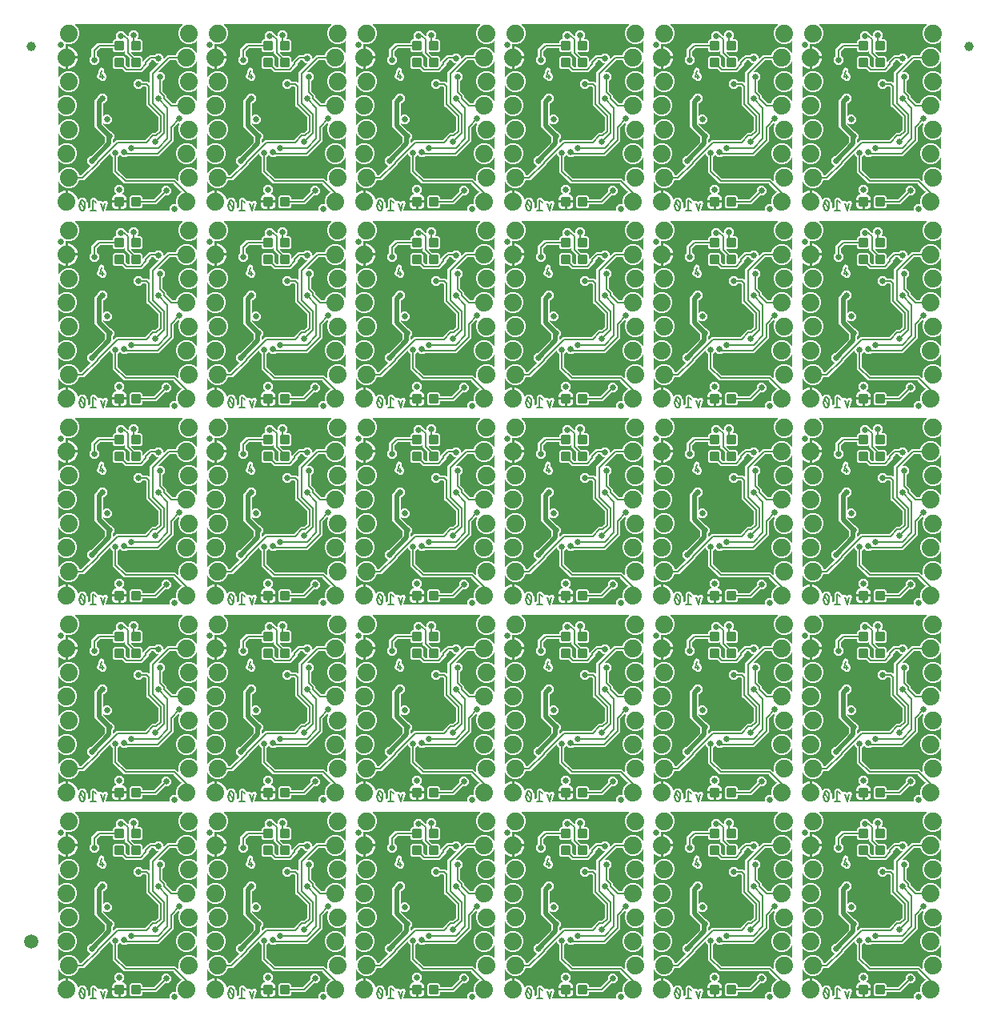
<source format=gbl>
G04 EAGLE Gerber RS-274X export*
G75*
%MOMM*%
%FSLAX34Y34*%
%LPD*%
%INBottom Copper*%
%IPPOS*%
%AMOC8*
5,1,8,0,0,1.08239X$1,22.5*%
G01*
%ADD10C,0.203200*%
%ADD11C,0.177800*%
%ADD12C,0.300000*%
%ADD13C,0.635000*%
%ADD14C,1.879600*%
%ADD15C,1.000000*%
%ADD16C,1.500000*%
%ADD17C,0.660400*%
%ADD18C,0.508000*%

G36*
X814836Y249055D02*
X814836Y249055D01*
X814878Y249053D01*
X814945Y249075D01*
X815015Y249087D01*
X815051Y249109D01*
X815092Y249122D01*
X815164Y249176D01*
X815208Y249202D01*
X815221Y249218D01*
X815242Y249234D01*
X824005Y257997D01*
X824056Y258070D01*
X824112Y258139D01*
X824120Y258161D01*
X824133Y258181D01*
X824156Y258267D01*
X824184Y258351D01*
X824183Y258375D01*
X824189Y258398D01*
X824180Y258487D01*
X824177Y258576D01*
X824169Y258598D01*
X824166Y258621D01*
X824127Y258701D01*
X824093Y258783D01*
X824077Y258801D01*
X824067Y258822D01*
X824002Y258883D01*
X823942Y258949D01*
X823921Y258960D01*
X823903Y258976D01*
X823821Y259011D01*
X823742Y259052D01*
X823716Y259055D01*
X823697Y259064D01*
X823646Y259066D01*
X823557Y259079D01*
X823395Y259079D01*
X820419Y262055D01*
X820419Y266265D01*
X823395Y269241D01*
X824210Y269241D01*
X824252Y269248D01*
X824295Y269246D01*
X824362Y269268D01*
X824431Y269280D01*
X824468Y269302D01*
X824508Y269315D01*
X824581Y269369D01*
X824624Y269395D01*
X824638Y269411D01*
X824659Y269427D01*
X839029Y283797D01*
X839054Y283832D01*
X839085Y283861D01*
X839117Y283923D01*
X839158Y283981D01*
X839168Y284022D01*
X839188Y284060D01*
X839201Y284150D01*
X839214Y284199D01*
X839211Y284219D01*
X839215Y284246D01*
X839215Y288778D01*
X839208Y288820D01*
X839210Y288863D01*
X839188Y288930D01*
X839176Y288999D01*
X839154Y289036D01*
X839141Y289076D01*
X839087Y289149D01*
X839061Y289192D01*
X839045Y289206D01*
X839029Y289227D01*
X831517Y296739D01*
X831517Y296740D01*
X828801Y299455D01*
X828801Y328179D01*
X831663Y331041D01*
X831688Y331076D01*
X831719Y331105D01*
X831751Y331167D01*
X831792Y331225D01*
X831802Y331266D01*
X831822Y331304D01*
X831835Y331394D01*
X831848Y331443D01*
X831845Y331463D01*
X831849Y331490D01*
X831849Y332305D01*
X834825Y335281D01*
X839035Y335281D01*
X842011Y332305D01*
X842011Y328095D01*
X839035Y325119D01*
X838220Y325119D01*
X838178Y325112D01*
X838135Y325114D01*
X838068Y325092D01*
X837999Y325080D01*
X837962Y325058D01*
X837922Y325045D01*
X837849Y324991D01*
X837806Y324965D01*
X837792Y324949D01*
X837771Y324933D01*
X837625Y324787D01*
X837600Y324752D01*
X837569Y324723D01*
X837537Y324661D01*
X837496Y324603D01*
X837486Y324562D01*
X837466Y324524D01*
X837453Y324434D01*
X837440Y324385D01*
X837443Y324365D01*
X837439Y324338D01*
X837439Y312247D01*
X837454Y312159D01*
X837464Y312071D01*
X837474Y312050D01*
X837478Y312026D01*
X837524Y311950D01*
X837563Y311870D01*
X837580Y311854D01*
X837593Y311833D01*
X837662Y311777D01*
X837726Y311716D01*
X837748Y311707D01*
X837767Y311692D01*
X837851Y311663D01*
X837933Y311629D01*
X837957Y311627D01*
X837979Y311620D01*
X838068Y311623D01*
X838157Y311619D01*
X838180Y311626D01*
X838204Y311627D01*
X838286Y311660D01*
X838371Y311687D01*
X838392Y311703D01*
X838411Y311711D01*
X838449Y311745D01*
X838521Y311799D01*
X839651Y312929D01*
X843861Y312929D01*
X846837Y309953D01*
X846837Y305743D01*
X843861Y302767D01*
X839651Y302767D01*
X838521Y303897D01*
X838448Y303948D01*
X838379Y304004D01*
X838357Y304012D01*
X838337Y304025D01*
X838251Y304048D01*
X838167Y304076D01*
X838143Y304075D01*
X838120Y304081D01*
X838031Y304072D01*
X837942Y304069D01*
X837920Y304061D01*
X837897Y304058D01*
X837817Y304019D01*
X837735Y303985D01*
X837717Y303969D01*
X837696Y303959D01*
X837635Y303894D01*
X837569Y303834D01*
X837558Y303813D01*
X837542Y303795D01*
X837507Y303713D01*
X837466Y303634D01*
X837463Y303608D01*
X837454Y303589D01*
X837452Y303538D01*
X837439Y303449D01*
X837439Y303296D01*
X837446Y303254D01*
X837444Y303211D01*
X837466Y303144D01*
X837478Y303075D01*
X837500Y303038D01*
X837513Y302998D01*
X837567Y302925D01*
X837593Y302882D01*
X837609Y302868D01*
X837625Y302847D01*
X845137Y295335D01*
X845172Y295310D01*
X845201Y295279D01*
X845263Y295247D01*
X845321Y295206D01*
X845362Y295196D01*
X845400Y295176D01*
X845490Y295163D01*
X845539Y295150D01*
X845559Y295153D01*
X845586Y295149D01*
X846401Y295149D01*
X849377Y292173D01*
X849377Y287963D01*
X848039Y286625D01*
X848014Y286590D01*
X847983Y286562D01*
X847951Y286499D01*
X847910Y286441D01*
X847900Y286400D01*
X847880Y286362D01*
X847867Y286273D01*
X847854Y286224D01*
X847857Y286203D01*
X847853Y286177D01*
X847853Y283748D01*
X847869Y283660D01*
X847878Y283572D01*
X847888Y283551D01*
X847892Y283527D01*
X847938Y283451D01*
X847977Y283371D01*
X847994Y283355D01*
X848007Y283334D01*
X848076Y283278D01*
X848140Y283217D01*
X848162Y283208D01*
X848181Y283193D01*
X848265Y283164D01*
X848347Y283130D01*
X848371Y283128D01*
X848393Y283121D01*
X848482Y283124D01*
X848571Y283120D01*
X848594Y283127D01*
X848618Y283128D01*
X848700Y283161D01*
X848785Y283188D01*
X848806Y283204D01*
X848825Y283212D01*
X848863Y283246D01*
X848935Y283300D01*
X852021Y286386D01*
X882239Y286386D01*
X882281Y286393D01*
X882323Y286391D01*
X882390Y286413D01*
X882460Y286425D01*
X882496Y286447D01*
X882537Y286460D01*
X882609Y286514D01*
X882653Y286540D01*
X882666Y286556D01*
X882687Y286572D01*
X889457Y293341D01*
X892607Y293341D01*
X892648Y293348D01*
X892691Y293347D01*
X892758Y293368D01*
X892827Y293381D01*
X892864Y293402D01*
X892904Y293415D01*
X892977Y293469D01*
X893021Y293495D01*
X893034Y293511D01*
X893055Y293527D01*
X895798Y296270D01*
X895823Y296305D01*
X895854Y296334D01*
X895882Y296389D01*
X895885Y296392D01*
X895887Y296397D01*
X895927Y296454D01*
X895937Y296496D01*
X895957Y296533D01*
X895970Y296623D01*
X895983Y296672D01*
X895980Y296693D01*
X895984Y296719D01*
X895984Y310006D01*
X895977Y310047D01*
X895979Y310090D01*
X895957Y310157D01*
X895945Y310226D01*
X895923Y310263D01*
X895910Y310303D01*
X895878Y310346D01*
X895874Y310356D01*
X895857Y310375D01*
X895856Y310376D01*
X895830Y310420D01*
X895814Y310433D01*
X895798Y310454D01*
X883643Y322609D01*
X883643Y341532D01*
X883636Y341574D01*
X883637Y341616D01*
X883616Y341684D01*
X883603Y341753D01*
X883582Y341790D01*
X883569Y341830D01*
X883515Y341903D01*
X883489Y341946D01*
X883473Y341960D01*
X883457Y341981D01*
X882852Y342586D01*
X882817Y342611D01*
X882788Y342642D01*
X882725Y342674D01*
X882667Y342715D01*
X882626Y342725D01*
X882588Y342745D01*
X882499Y342758D01*
X882450Y342771D01*
X882429Y342768D01*
X882403Y342772D01*
X879965Y342772D01*
X879923Y342765D01*
X879881Y342767D01*
X879814Y342745D01*
X879744Y342733D01*
X879708Y342711D01*
X879667Y342698D01*
X879595Y342644D01*
X879551Y342618D01*
X879538Y342602D01*
X879517Y342586D01*
X877290Y340359D01*
X873080Y340359D01*
X870104Y343335D01*
X870104Y347545D01*
X873080Y350521D01*
X877290Y350521D01*
X879517Y348294D01*
X879552Y348269D01*
X879580Y348238D01*
X879643Y348206D01*
X879701Y348165D01*
X879742Y348155D01*
X879780Y348135D01*
X879869Y348122D01*
X879918Y348109D01*
X879939Y348112D01*
X879965Y348108D01*
X884876Y348108D01*
X886116Y346867D01*
X886189Y346816D01*
X886259Y346760D01*
X886281Y346753D01*
X886301Y346739D01*
X886387Y346717D01*
X886471Y346688D01*
X886495Y346689D01*
X886518Y346683D01*
X886606Y346692D01*
X886695Y346695D01*
X886717Y346704D01*
X886741Y346706D01*
X886821Y346746D01*
X886903Y346779D01*
X886921Y346795D01*
X886942Y346806D01*
X887003Y346871D01*
X887069Y346931D01*
X887080Y346952D01*
X887096Y346969D01*
X887131Y347051D01*
X887171Y347130D01*
X887175Y347156D01*
X887183Y347176D01*
X887186Y347226D01*
X887199Y347316D01*
X887199Y357572D01*
X895985Y366357D01*
X896035Y366430D01*
X896091Y366500D01*
X896099Y366522D01*
X896113Y366541D01*
X896135Y366628D01*
X896163Y366712D01*
X896163Y366736D01*
X896169Y366759D01*
X896159Y366847D01*
X896157Y366936D01*
X896148Y366958D01*
X896145Y366982D01*
X896106Y367062D01*
X896072Y367144D01*
X896056Y367162D01*
X896046Y367183D01*
X895981Y367244D01*
X895921Y367310D01*
X895900Y367321D01*
X895883Y367337D01*
X895801Y367372D01*
X895721Y367412D01*
X895695Y367416D01*
X895676Y367424D01*
X895626Y367427D01*
X895536Y367440D01*
X894105Y367440D01*
X891399Y370145D01*
X891364Y370170D01*
X891336Y370201D01*
X891273Y370233D01*
X891215Y370274D01*
X891174Y370284D01*
X891136Y370304D01*
X891047Y370317D01*
X890998Y370330D01*
X890977Y370327D01*
X890951Y370331D01*
X889165Y370331D01*
X889123Y370324D01*
X889081Y370326D01*
X889014Y370304D01*
X888944Y370292D01*
X888908Y370270D01*
X888867Y370257D01*
X888795Y370203D01*
X888751Y370177D01*
X888738Y370161D01*
X888717Y370145D01*
X885885Y367313D01*
X885860Y367278D01*
X885829Y367250D01*
X885797Y367187D01*
X885756Y367129D01*
X885746Y367088D01*
X885726Y367050D01*
X885713Y366961D01*
X885700Y366912D01*
X885703Y366891D01*
X885699Y366865D01*
X885699Y364963D01*
X878701Y357965D01*
X861392Y357965D01*
X859644Y359714D01*
X858022Y361335D01*
X857987Y361360D01*
X857958Y361391D01*
X857895Y361423D01*
X857838Y361464D01*
X857796Y361474D01*
X857759Y361494D01*
X857669Y361507D01*
X857620Y361520D01*
X857600Y361517D01*
X857573Y361521D01*
X849972Y361521D01*
X848051Y363442D01*
X848051Y373158D01*
X849972Y375079D01*
X859688Y375079D01*
X861609Y373158D01*
X861609Y365557D01*
X861616Y365515D01*
X861614Y365472D01*
X861636Y365405D01*
X861648Y365336D01*
X861670Y365299D01*
X861683Y365259D01*
X861737Y365186D01*
X861763Y365143D01*
X861779Y365129D01*
X861795Y365108D01*
X863416Y363486D01*
X863451Y363462D01*
X863480Y363431D01*
X863543Y363399D01*
X863600Y363358D01*
X863642Y363348D01*
X863679Y363328D01*
X863769Y363315D01*
X863818Y363302D01*
X863839Y363305D01*
X863865Y363301D01*
X864957Y363301D01*
X865022Y363312D01*
X865088Y363314D01*
X865131Y363332D01*
X865178Y363340D01*
X865235Y363374D01*
X865295Y363399D01*
X865330Y363430D01*
X865371Y363455D01*
X865413Y363506D01*
X865461Y363550D01*
X865483Y363592D01*
X865512Y363629D01*
X865533Y363691D01*
X865564Y363750D01*
X865572Y363804D01*
X865584Y363841D01*
X865583Y363881D01*
X865591Y363935D01*
X865591Y372518D01*
X865584Y372560D01*
X865586Y372602D01*
X865564Y372669D01*
X865552Y372739D01*
X865530Y372775D01*
X865517Y372816D01*
X865463Y372888D01*
X865437Y372932D01*
X865421Y372945D01*
X865405Y372966D01*
X860932Y377439D01*
X860932Y379014D01*
X860917Y379102D01*
X860907Y379190D01*
X860897Y379212D01*
X860893Y379235D01*
X860847Y379312D01*
X860808Y379392D01*
X860791Y379408D01*
X860778Y379428D01*
X860710Y379484D01*
X860645Y379545D01*
X860623Y379555D01*
X860604Y379570D01*
X860520Y379598D01*
X860438Y379633D01*
X860414Y379634D01*
X860392Y379642D01*
X860303Y379639D01*
X860214Y379643D01*
X860191Y379636D01*
X860167Y379635D01*
X860085Y379601D01*
X860000Y379574D01*
X859979Y379558D01*
X859960Y379551D01*
X859922Y379517D01*
X859850Y379463D01*
X859688Y379301D01*
X849972Y379301D01*
X848051Y381222D01*
X848051Y382778D01*
X848040Y382843D01*
X848038Y382909D01*
X848020Y382952D01*
X848012Y382999D01*
X847978Y383056D01*
X847953Y383116D01*
X847922Y383151D01*
X847897Y383192D01*
X847846Y383234D01*
X847802Y383282D01*
X847760Y383304D01*
X847723Y383333D01*
X847661Y383354D01*
X847602Y383385D01*
X847548Y383393D01*
X847511Y383405D01*
X847471Y383404D01*
X847417Y383412D01*
X834488Y383412D01*
X834446Y383405D01*
X834404Y383407D01*
X834336Y383385D01*
X834267Y383373D01*
X834230Y383351D01*
X834190Y383338D01*
X834117Y383284D01*
X834074Y383258D01*
X834060Y383242D01*
X834039Y383226D01*
X830894Y380081D01*
X830869Y380046D01*
X830838Y380017D01*
X830806Y379954D01*
X830765Y379897D01*
X830755Y379855D01*
X830735Y379818D01*
X830722Y379728D01*
X830709Y379679D01*
X830712Y379658D01*
X830708Y379632D01*
X830708Y375620D01*
X830715Y375578D01*
X830713Y375536D01*
X830735Y375469D01*
X830747Y375399D01*
X830769Y375363D01*
X830782Y375322D01*
X830836Y375250D01*
X830862Y375206D01*
X830878Y375193D01*
X830894Y375172D01*
X833121Y372945D01*
X833121Y368735D01*
X830145Y365759D01*
X825935Y365759D01*
X822959Y368735D01*
X822959Y372945D01*
X825186Y375172D01*
X825211Y375207D01*
X825242Y375235D01*
X825274Y375298D01*
X825315Y375356D01*
X825325Y375397D01*
X825345Y375435D01*
X825358Y375524D01*
X825371Y375573D01*
X825368Y375594D01*
X825372Y375620D01*
X825372Y382105D01*
X832015Y388748D01*
X847417Y388748D01*
X847482Y388759D01*
X847548Y388761D01*
X847591Y388779D01*
X847638Y388787D01*
X847695Y388821D01*
X847755Y388846D01*
X847790Y388877D01*
X847831Y388902D01*
X847873Y388953D01*
X847921Y388997D01*
X847943Y389039D01*
X847972Y389076D01*
X847993Y389138D01*
X848024Y389197D01*
X848032Y389251D01*
X848044Y389288D01*
X848043Y389328D01*
X848051Y389382D01*
X848051Y390938D01*
X849972Y392859D01*
X850729Y392859D01*
X850817Y392874D01*
X850906Y392884D01*
X850927Y392894D01*
X850950Y392898D01*
X851027Y392944D01*
X851107Y392983D01*
X851123Y393000D01*
X851143Y393013D01*
X851199Y393082D01*
X851261Y393146D01*
X851270Y393168D01*
X851285Y393187D01*
X851313Y393271D01*
X851348Y393353D01*
X851349Y393377D01*
X851357Y393399D01*
X851354Y393488D01*
X851358Y393577D01*
X851351Y393600D01*
X851350Y393624D01*
X851317Y393706D01*
X851289Y393791D01*
X851274Y393812D01*
X851266Y393831D01*
X851232Y393869D01*
X851178Y393941D01*
X850899Y394220D01*
X850899Y398429D01*
X853875Y401405D01*
X858085Y401405D01*
X860312Y399178D01*
X860347Y399154D01*
X860375Y399122D01*
X860438Y399090D01*
X860496Y399050D01*
X860537Y399039D01*
X860575Y399020D01*
X860664Y399007D01*
X860713Y398994D01*
X860734Y398996D01*
X860760Y398992D01*
X860895Y398992D01*
X863787Y396101D01*
X863860Y396050D01*
X863929Y395994D01*
X863951Y395986D01*
X863971Y395973D01*
X864057Y395950D01*
X864141Y395922D01*
X864165Y395923D01*
X864188Y395917D01*
X864277Y395926D01*
X864366Y395929D01*
X864388Y395937D01*
X864411Y395940D01*
X864491Y395979D01*
X864573Y396013D01*
X864591Y396029D01*
X864612Y396039D01*
X864673Y396104D01*
X864739Y396164D01*
X864750Y396185D01*
X864766Y396203D01*
X864801Y396285D01*
X864842Y396364D01*
X864845Y396390D01*
X864854Y396409D01*
X864856Y396460D01*
X864869Y396549D01*
X864869Y399361D01*
X867845Y402337D01*
X872055Y402337D01*
X875031Y399361D01*
X875031Y395151D01*
X873821Y393941D01*
X873770Y393868D01*
X873714Y393799D01*
X873706Y393777D01*
X873693Y393757D01*
X873670Y393671D01*
X873642Y393587D01*
X873643Y393563D01*
X873637Y393540D01*
X873646Y393451D01*
X873649Y393362D01*
X873657Y393340D01*
X873660Y393317D01*
X873699Y393237D01*
X873733Y393155D01*
X873749Y393137D01*
X873759Y393116D01*
X873824Y393055D01*
X873884Y392989D01*
X873905Y392978D01*
X873923Y392962D01*
X874005Y392927D01*
X874084Y392886D01*
X874110Y392883D01*
X874129Y392874D01*
X874180Y392872D01*
X874269Y392859D01*
X877228Y392859D01*
X879149Y390938D01*
X879149Y381222D01*
X877228Y379301D01*
X868147Y379301D01*
X868059Y379285D01*
X867971Y379276D01*
X867950Y379266D01*
X867926Y379262D01*
X867850Y379216D01*
X867770Y379177D01*
X867754Y379160D01*
X867733Y379147D01*
X867677Y379078D01*
X867616Y379014D01*
X867607Y378992D01*
X867592Y378973D01*
X867563Y378889D01*
X867529Y378807D01*
X867527Y378783D01*
X867520Y378761D01*
X867523Y378672D01*
X867519Y378583D01*
X867526Y378560D01*
X867527Y378536D01*
X867560Y378454D01*
X867587Y378369D01*
X867603Y378348D01*
X867611Y378329D01*
X867645Y378291D01*
X867699Y378219D01*
X870653Y375265D01*
X870688Y375240D01*
X870716Y375209D01*
X870779Y375177D01*
X870837Y375136D01*
X870878Y375126D01*
X870916Y375106D01*
X871005Y375093D01*
X871054Y375080D01*
X871075Y375083D01*
X871101Y375079D01*
X877228Y375079D01*
X879149Y373158D01*
X879149Y369654D01*
X879165Y369566D01*
X879174Y369478D01*
X879184Y369457D01*
X879188Y369433D01*
X879234Y369357D01*
X879273Y369277D01*
X879290Y369261D01*
X879303Y369240D01*
X879372Y369184D01*
X879436Y369123D01*
X879458Y369114D01*
X879477Y369099D01*
X879561Y369070D01*
X879643Y369036D01*
X879667Y369034D01*
X879689Y369027D01*
X879778Y369030D01*
X879867Y369026D01*
X879890Y369033D01*
X879914Y369034D01*
X879996Y369067D01*
X880081Y369094D01*
X880102Y369110D01*
X880121Y369118D01*
X880159Y369152D01*
X880231Y369206D01*
X882112Y371086D01*
X886692Y375667D01*
X891907Y375667D01*
X891949Y375674D01*
X891991Y375672D01*
X892059Y375694D01*
X892128Y375706D01*
X892165Y375728D01*
X892205Y375741D01*
X892278Y375795D01*
X892321Y375821D01*
X892335Y375837D01*
X892356Y375853D01*
X894105Y377601D01*
X898314Y377601D01*
X901290Y374625D01*
X901290Y373194D01*
X901306Y373106D01*
X901315Y373018D01*
X901325Y372996D01*
X901330Y372973D01*
X901375Y372896D01*
X901414Y372817D01*
X901432Y372800D01*
X901444Y372780D01*
X901513Y372724D01*
X901578Y372663D01*
X901600Y372653D01*
X901618Y372639D01*
X901702Y372610D01*
X901784Y372575D01*
X901808Y372574D01*
X901831Y372567D01*
X901919Y372569D01*
X902008Y372565D01*
X902031Y372573D01*
X902055Y372573D01*
X902137Y372607D01*
X902222Y372634D01*
X902243Y372650D01*
X902263Y372658D01*
X902300Y372692D01*
X902373Y372745D01*
X903927Y374299D01*
X905675Y376048D01*
X914414Y376048D01*
X914467Y376057D01*
X914521Y376057D01*
X914576Y376077D01*
X914634Y376087D01*
X914681Y376115D01*
X914732Y376133D01*
X914777Y376172D01*
X914828Y376202D01*
X914862Y376244D01*
X914903Y376279D01*
X914940Y376340D01*
X914969Y376376D01*
X914979Y376405D01*
X915000Y376439D01*
X916355Y379711D01*
X919499Y382855D01*
X923607Y384557D01*
X928053Y384557D01*
X932161Y382855D01*
X935305Y379711D01*
X935785Y378553D01*
X935839Y378468D01*
X935891Y378381D01*
X935900Y378374D01*
X935906Y378364D01*
X935987Y378303D01*
X936065Y378240D01*
X936076Y378236D01*
X936086Y378229D01*
X936182Y378200D01*
X936277Y378168D01*
X936289Y378168D01*
X936301Y378165D01*
X936401Y378172D01*
X936502Y378175D01*
X936513Y378179D01*
X936524Y378180D01*
X936616Y378221D01*
X936709Y378259D01*
X936718Y378267D01*
X936729Y378272D01*
X936801Y378342D01*
X936875Y378410D01*
X936881Y378421D01*
X936889Y378429D01*
X936931Y378520D01*
X936978Y378610D01*
X936980Y378623D01*
X936984Y378632D01*
X936988Y378678D01*
X937005Y378795D01*
X937005Y390078D01*
X936990Y390166D01*
X936980Y390254D01*
X936970Y390275D01*
X936966Y390299D01*
X936920Y390375D01*
X936881Y390455D01*
X936864Y390471D01*
X936851Y390492D01*
X936782Y390548D01*
X936718Y390609D01*
X936696Y390618D01*
X936677Y390633D01*
X936593Y390662D01*
X936511Y390696D01*
X936487Y390697D01*
X936465Y390705D01*
X936376Y390702D01*
X936287Y390706D01*
X936264Y390699D01*
X936240Y390698D01*
X936158Y390665D01*
X936073Y390638D01*
X936052Y390622D01*
X936033Y390614D01*
X935995Y390580D01*
X935923Y390526D01*
X934701Y389305D01*
X930593Y387603D01*
X926147Y387603D01*
X922039Y389305D01*
X918895Y392449D01*
X917193Y396557D01*
X917193Y401003D01*
X918895Y405111D01*
X921386Y407603D01*
X921437Y407676D01*
X921493Y407745D01*
X921501Y407767D01*
X921514Y407787D01*
X921537Y407873D01*
X921565Y407957D01*
X921564Y407981D01*
X921570Y408004D01*
X921561Y408093D01*
X921558Y408182D01*
X921550Y408204D01*
X921547Y408227D01*
X921508Y408307D01*
X921474Y408389D01*
X921458Y408407D01*
X921448Y408428D01*
X921383Y408489D01*
X921323Y408555D01*
X921302Y408566D01*
X921284Y408582D01*
X921202Y408617D01*
X921123Y408658D01*
X921097Y408661D01*
X921078Y408670D01*
X921027Y408672D01*
X920938Y408685D01*
X808802Y408685D01*
X808714Y408669D01*
X808626Y408660D01*
X808605Y408650D01*
X808581Y408646D01*
X808505Y408600D01*
X808425Y408561D01*
X808409Y408544D01*
X808388Y408531D01*
X808332Y408462D01*
X808271Y408398D01*
X808262Y408376D01*
X808247Y408357D01*
X808218Y408273D01*
X808184Y408191D01*
X808183Y408167D01*
X808175Y408145D01*
X808178Y408056D01*
X808174Y407967D01*
X808181Y407944D01*
X808182Y407920D01*
X808215Y407838D01*
X808242Y407753D01*
X808258Y407732D01*
X808266Y407713D01*
X808300Y407675D01*
X808354Y407603D01*
X810845Y405111D01*
X812547Y401003D01*
X812547Y396557D01*
X810845Y392449D01*
X807701Y389305D01*
X803593Y387603D01*
X799147Y387603D01*
X798819Y387739D01*
X798743Y387756D01*
X798670Y387781D01*
X798634Y387779D01*
X798600Y387787D01*
X798523Y387776D01*
X798445Y387774D01*
X798413Y387761D01*
X798377Y387756D01*
X798309Y387719D01*
X798238Y387690D01*
X798211Y387666D01*
X798180Y387649D01*
X798129Y387590D01*
X798072Y387538D01*
X798056Y387507D01*
X798032Y387480D01*
X798005Y387407D01*
X797969Y387339D01*
X797963Y387299D01*
X797953Y387270D01*
X797952Y387224D01*
X797942Y387153D01*
X797942Y385044D01*
X797747Y384849D01*
X797722Y384814D01*
X797691Y384785D01*
X797659Y384723D01*
X797618Y384665D01*
X797608Y384624D01*
X797588Y384586D01*
X797575Y384496D01*
X797563Y384447D01*
X797565Y384427D01*
X797561Y384400D01*
X797561Y374015D01*
X797572Y373950D01*
X797574Y373885D01*
X797592Y373841D01*
X797600Y373794D01*
X797634Y373738D01*
X797659Y373677D01*
X797690Y373642D01*
X797715Y373601D01*
X797766Y373560D01*
X797810Y373511D01*
X797852Y373489D01*
X797889Y373460D01*
X797951Y373439D01*
X798010Y373409D01*
X798064Y373400D01*
X798101Y373388D01*
X798141Y373389D01*
X798195Y373381D01*
X798831Y373381D01*
X798831Y373379D01*
X798195Y373379D01*
X798130Y373367D01*
X798064Y373366D01*
X798021Y373348D01*
X797974Y373339D01*
X797917Y373306D01*
X797857Y373281D01*
X797822Y373249D01*
X797781Y373225D01*
X797740Y373174D01*
X797691Y373130D01*
X797669Y373088D01*
X797640Y373051D01*
X797619Y372989D01*
X797588Y372930D01*
X797580Y372876D01*
X797568Y372839D01*
X797569Y372799D01*
X797561Y372745D01*
X797561Y361493D01*
X796034Y361735D01*
X794247Y362316D01*
X792573Y363169D01*
X791202Y364165D01*
X791166Y364182D01*
X791135Y364207D01*
X791066Y364231D01*
X791000Y364263D01*
X790960Y364267D01*
X790923Y364279D01*
X790849Y364277D01*
X790776Y364284D01*
X790738Y364274D01*
X790698Y364273D01*
X790631Y364245D01*
X790560Y364226D01*
X790527Y364203D01*
X790491Y364188D01*
X790436Y364139D01*
X790377Y364097D01*
X790354Y364064D01*
X790325Y364037D01*
X790291Y363972D01*
X790250Y363911D01*
X790241Y363873D01*
X790222Y363837D01*
X790208Y363743D01*
X790196Y363693D01*
X790198Y363675D01*
X790195Y363652D01*
X790195Y353395D01*
X790213Y353296D01*
X790227Y353197D01*
X790232Y353186D01*
X790234Y353174D01*
X790285Y353088D01*
X790333Y352999D01*
X790342Y352991D01*
X790349Y352981D01*
X790426Y352918D01*
X790502Y352852D01*
X790514Y352847D01*
X790523Y352840D01*
X790618Y352808D01*
X790712Y352772D01*
X790724Y352772D01*
X790735Y352768D01*
X790835Y352771D01*
X790936Y352770D01*
X790948Y352774D01*
X790960Y352775D01*
X791052Y352812D01*
X791147Y352847D01*
X791156Y352854D01*
X791167Y352859D01*
X791242Y352927D01*
X791318Y352992D01*
X791325Y353003D01*
X791333Y353010D01*
X791354Y353051D01*
X791415Y353153D01*
X791895Y354311D01*
X795039Y357455D01*
X799147Y359157D01*
X803593Y359157D01*
X807701Y357455D01*
X810845Y354311D01*
X812547Y350203D01*
X812547Y345757D01*
X810845Y341649D01*
X807701Y338505D01*
X803593Y336803D01*
X799147Y336803D01*
X795039Y338505D01*
X791895Y341649D01*
X791415Y342807D01*
X791361Y342892D01*
X791309Y342979D01*
X791300Y342986D01*
X791294Y342996D01*
X791213Y343057D01*
X791135Y343120D01*
X791124Y343124D01*
X791114Y343131D01*
X791018Y343160D01*
X790923Y343192D01*
X790911Y343192D01*
X790899Y343195D01*
X790799Y343188D01*
X790698Y343185D01*
X790687Y343181D01*
X790676Y343180D01*
X790584Y343139D01*
X790491Y343101D01*
X790482Y343093D01*
X790471Y343088D01*
X790399Y343018D01*
X790325Y342950D01*
X790319Y342939D01*
X790311Y342931D01*
X790269Y342840D01*
X790222Y342750D01*
X790220Y342737D01*
X790216Y342728D01*
X790212Y342682D01*
X790195Y342565D01*
X790195Y331282D01*
X790210Y331194D01*
X790220Y331106D01*
X790230Y331085D01*
X790234Y331061D01*
X790280Y330985D01*
X790319Y330905D01*
X790336Y330889D01*
X790349Y330868D01*
X790418Y330812D01*
X790482Y330751D01*
X790504Y330742D01*
X790523Y330727D01*
X790607Y330698D01*
X790689Y330664D01*
X790713Y330663D01*
X790735Y330655D01*
X790824Y330658D01*
X790913Y330654D01*
X790936Y330661D01*
X790960Y330662D01*
X791042Y330695D01*
X791127Y330722D01*
X791148Y330738D01*
X791167Y330746D01*
X791205Y330780D01*
X791277Y330834D01*
X792499Y332055D01*
X796607Y333757D01*
X801053Y333757D01*
X805161Y332055D01*
X808305Y328911D01*
X810007Y324803D01*
X810007Y320357D01*
X808305Y316249D01*
X805161Y313105D01*
X801053Y311403D01*
X796607Y311403D01*
X792499Y313105D01*
X791277Y314326D01*
X791204Y314377D01*
X791135Y314433D01*
X791113Y314441D01*
X791093Y314454D01*
X791007Y314477D01*
X790923Y314505D01*
X790899Y314504D01*
X790876Y314510D01*
X790787Y314501D01*
X790698Y314498D01*
X790676Y314490D01*
X790653Y314487D01*
X790573Y314448D01*
X790491Y314414D01*
X790473Y314398D01*
X790452Y314388D01*
X790391Y314323D01*
X790325Y314263D01*
X790314Y314242D01*
X790298Y314224D01*
X790263Y314142D01*
X790222Y314063D01*
X790219Y314037D01*
X790210Y314018D01*
X790208Y313967D01*
X790195Y313878D01*
X790195Y302595D01*
X790213Y302496D01*
X790227Y302397D01*
X790232Y302386D01*
X790234Y302374D01*
X790285Y302288D01*
X790333Y302199D01*
X790342Y302191D01*
X790349Y302181D01*
X790426Y302118D01*
X790502Y302052D01*
X790514Y302047D01*
X790523Y302040D01*
X790618Y302008D01*
X790712Y301972D01*
X790724Y301972D01*
X790735Y301968D01*
X790835Y301971D01*
X790936Y301970D01*
X790948Y301974D01*
X790960Y301975D01*
X791052Y302012D01*
X791147Y302047D01*
X791156Y302054D01*
X791167Y302059D01*
X791242Y302127D01*
X791318Y302192D01*
X791325Y302203D01*
X791333Y302210D01*
X791354Y302251D01*
X791415Y302353D01*
X791895Y303511D01*
X795039Y306655D01*
X799147Y308357D01*
X803593Y308357D01*
X807701Y306655D01*
X810845Y303511D01*
X812547Y299403D01*
X812547Y294957D01*
X810845Y290849D01*
X807701Y287705D01*
X803593Y286003D01*
X799147Y286003D01*
X795039Y287705D01*
X791895Y290849D01*
X791415Y292007D01*
X791361Y292092D01*
X791309Y292179D01*
X791300Y292186D01*
X791294Y292196D01*
X791213Y292257D01*
X791135Y292320D01*
X791124Y292324D01*
X791114Y292331D01*
X791018Y292360D01*
X790923Y292392D01*
X790911Y292392D01*
X790899Y292395D01*
X790799Y292388D01*
X790698Y292385D01*
X790687Y292381D01*
X790676Y292380D01*
X790584Y292339D01*
X790491Y292301D01*
X790482Y292293D01*
X790471Y292288D01*
X790399Y292218D01*
X790325Y292150D01*
X790319Y292139D01*
X790311Y292131D01*
X790269Y292040D01*
X790222Y291950D01*
X790220Y291937D01*
X790216Y291928D01*
X790212Y291882D01*
X790195Y291765D01*
X790195Y280482D01*
X790210Y280394D01*
X790220Y280306D01*
X790230Y280285D01*
X790234Y280261D01*
X790280Y280185D01*
X790319Y280105D01*
X790336Y280089D01*
X790349Y280068D01*
X790418Y280012D01*
X790482Y279951D01*
X790504Y279942D01*
X790523Y279927D01*
X790607Y279898D01*
X790689Y279864D01*
X790713Y279863D01*
X790735Y279855D01*
X790824Y279858D01*
X790913Y279854D01*
X790936Y279861D01*
X790960Y279862D01*
X791042Y279895D01*
X791127Y279922D01*
X791148Y279938D01*
X791167Y279946D01*
X791205Y279980D01*
X791277Y280034D01*
X792499Y281255D01*
X796607Y282957D01*
X801053Y282957D01*
X805161Y281255D01*
X808305Y278111D01*
X810007Y274003D01*
X810007Y269557D01*
X808305Y265449D01*
X805161Y262305D01*
X801053Y260603D01*
X796607Y260603D01*
X792499Y262305D01*
X791277Y263526D01*
X791204Y263577D01*
X791135Y263633D01*
X791113Y263641D01*
X791093Y263654D01*
X791007Y263677D01*
X790923Y263705D01*
X790899Y263704D01*
X790876Y263710D01*
X790787Y263701D01*
X790698Y263698D01*
X790676Y263690D01*
X790653Y263687D01*
X790573Y263648D01*
X790491Y263614D01*
X790473Y263598D01*
X790452Y263588D01*
X790391Y263523D01*
X790325Y263463D01*
X790314Y263442D01*
X790298Y263424D01*
X790263Y263342D01*
X790222Y263263D01*
X790219Y263237D01*
X790210Y263218D01*
X790208Y263167D01*
X790195Y263078D01*
X790195Y251795D01*
X790213Y251696D01*
X790227Y251597D01*
X790232Y251586D01*
X790234Y251574D01*
X790285Y251488D01*
X790333Y251399D01*
X790342Y251391D01*
X790349Y251381D01*
X790426Y251318D01*
X790502Y251252D01*
X790514Y251247D01*
X790523Y251240D01*
X790618Y251208D01*
X790712Y251172D01*
X790724Y251172D01*
X790735Y251168D01*
X790835Y251171D01*
X790936Y251170D01*
X790948Y251174D01*
X790960Y251175D01*
X791052Y251212D01*
X791147Y251247D01*
X791156Y251254D01*
X791167Y251259D01*
X791242Y251327D01*
X791318Y251392D01*
X791325Y251403D01*
X791333Y251410D01*
X791354Y251451D01*
X791415Y251553D01*
X791895Y252711D01*
X795039Y255855D01*
X799147Y257557D01*
X803593Y257557D01*
X807701Y255855D01*
X810845Y252711D01*
X812200Y249439D01*
X812230Y249394D01*
X812250Y249344D01*
X812290Y249300D01*
X812322Y249250D01*
X812365Y249218D01*
X812401Y249178D01*
X812454Y249151D01*
X812501Y249116D01*
X812553Y249100D01*
X812601Y249075D01*
X812671Y249065D01*
X812716Y249052D01*
X812747Y249054D01*
X812786Y249048D01*
X814794Y249048D01*
X814836Y249055D01*
G37*
G36*
X814836Y665615D02*
X814836Y665615D01*
X814878Y665613D01*
X814945Y665635D01*
X815015Y665647D01*
X815051Y665669D01*
X815092Y665682D01*
X815164Y665736D01*
X815208Y665762D01*
X815221Y665778D01*
X815242Y665794D01*
X824005Y674557D01*
X824056Y674630D01*
X824112Y674699D01*
X824120Y674721D01*
X824133Y674741D01*
X824156Y674827D01*
X824184Y674911D01*
X824183Y674935D01*
X824189Y674958D01*
X824180Y675047D01*
X824177Y675136D01*
X824169Y675158D01*
X824166Y675181D01*
X824127Y675261D01*
X824093Y675343D01*
X824077Y675361D01*
X824067Y675382D01*
X824002Y675443D01*
X823942Y675509D01*
X823921Y675520D01*
X823903Y675536D01*
X823821Y675571D01*
X823742Y675612D01*
X823716Y675615D01*
X823697Y675624D01*
X823646Y675626D01*
X823557Y675639D01*
X823395Y675639D01*
X820419Y678615D01*
X820419Y682825D01*
X823395Y685801D01*
X824210Y685801D01*
X824252Y685808D01*
X824295Y685806D01*
X824362Y685828D01*
X824431Y685840D01*
X824468Y685862D01*
X824508Y685875D01*
X824581Y685929D01*
X824624Y685955D01*
X824638Y685971D01*
X824659Y685987D01*
X839029Y700357D01*
X839054Y700392D01*
X839085Y700421D01*
X839117Y700483D01*
X839158Y700541D01*
X839168Y700582D01*
X839188Y700620D01*
X839201Y700710D01*
X839214Y700759D01*
X839211Y700779D01*
X839215Y700806D01*
X839215Y705338D01*
X839208Y705380D01*
X839210Y705423D01*
X839188Y705490D01*
X839176Y705559D01*
X839154Y705596D01*
X839141Y705636D01*
X839087Y705709D01*
X839061Y705752D01*
X839045Y705766D01*
X839029Y705787D01*
X831517Y713299D01*
X831517Y713300D01*
X828801Y716015D01*
X828801Y744739D01*
X831663Y747601D01*
X831688Y747636D01*
X831719Y747665D01*
X831751Y747727D01*
X831792Y747785D01*
X831802Y747826D01*
X831822Y747864D01*
X831835Y747954D01*
X831848Y748003D01*
X831845Y748023D01*
X831849Y748050D01*
X831849Y748865D01*
X834825Y751841D01*
X839035Y751841D01*
X842011Y748865D01*
X842011Y744655D01*
X839035Y741679D01*
X838220Y741679D01*
X838178Y741672D01*
X838135Y741674D01*
X838068Y741652D01*
X837999Y741640D01*
X837962Y741618D01*
X837922Y741605D01*
X837849Y741551D01*
X837806Y741525D01*
X837792Y741509D01*
X837771Y741493D01*
X837625Y741347D01*
X837600Y741312D01*
X837569Y741283D01*
X837537Y741221D01*
X837496Y741163D01*
X837486Y741122D01*
X837466Y741084D01*
X837453Y740994D01*
X837440Y740945D01*
X837443Y740925D01*
X837439Y740898D01*
X837439Y728807D01*
X837454Y728719D01*
X837464Y728631D01*
X837474Y728610D01*
X837478Y728586D01*
X837524Y728510D01*
X837563Y728430D01*
X837580Y728414D01*
X837593Y728393D01*
X837662Y728337D01*
X837726Y728276D01*
X837748Y728267D01*
X837767Y728252D01*
X837851Y728223D01*
X837933Y728189D01*
X837957Y728187D01*
X837979Y728180D01*
X838068Y728183D01*
X838157Y728179D01*
X838180Y728186D01*
X838204Y728187D01*
X838286Y728220D01*
X838371Y728247D01*
X838392Y728263D01*
X838411Y728271D01*
X838449Y728305D01*
X838521Y728359D01*
X839651Y729489D01*
X843861Y729489D01*
X846837Y726513D01*
X846837Y722303D01*
X843861Y719327D01*
X839651Y719327D01*
X838521Y720457D01*
X838448Y720508D01*
X838379Y720564D01*
X838357Y720572D01*
X838337Y720585D01*
X838251Y720608D01*
X838167Y720636D01*
X838143Y720635D01*
X838120Y720641D01*
X838031Y720632D01*
X837942Y720629D01*
X837920Y720621D01*
X837897Y720618D01*
X837817Y720579D01*
X837735Y720545D01*
X837717Y720529D01*
X837696Y720519D01*
X837635Y720454D01*
X837569Y720394D01*
X837558Y720373D01*
X837542Y720355D01*
X837507Y720273D01*
X837466Y720194D01*
X837463Y720168D01*
X837454Y720149D01*
X837452Y720098D01*
X837439Y720009D01*
X837439Y719856D01*
X837446Y719814D01*
X837444Y719771D01*
X837466Y719704D01*
X837478Y719635D01*
X837500Y719598D01*
X837513Y719558D01*
X837567Y719485D01*
X837593Y719442D01*
X837609Y719428D01*
X837625Y719407D01*
X845137Y711895D01*
X845172Y711870D01*
X845201Y711839D01*
X845263Y711807D01*
X845321Y711766D01*
X845362Y711756D01*
X845400Y711736D01*
X845490Y711723D01*
X845539Y711710D01*
X845559Y711713D01*
X845586Y711709D01*
X846401Y711709D01*
X849377Y708733D01*
X849377Y704523D01*
X848039Y703185D01*
X848014Y703150D01*
X847983Y703122D01*
X847951Y703059D01*
X847910Y703001D01*
X847900Y702960D01*
X847880Y702922D01*
X847867Y702833D01*
X847854Y702784D01*
X847857Y702763D01*
X847853Y702737D01*
X847853Y700308D01*
X847869Y700220D01*
X847878Y700132D01*
X847888Y700111D01*
X847892Y700087D01*
X847938Y700011D01*
X847977Y699931D01*
X847994Y699915D01*
X848007Y699894D01*
X848076Y699838D01*
X848140Y699777D01*
X848162Y699768D01*
X848181Y699753D01*
X848265Y699724D01*
X848347Y699690D01*
X848371Y699688D01*
X848393Y699681D01*
X848482Y699684D01*
X848571Y699680D01*
X848594Y699687D01*
X848618Y699688D01*
X848700Y699721D01*
X848785Y699748D01*
X848806Y699764D01*
X848825Y699772D01*
X848863Y699806D01*
X848935Y699860D01*
X852021Y702946D01*
X882239Y702946D01*
X882281Y702953D01*
X882323Y702951D01*
X882390Y702973D01*
X882460Y702985D01*
X882496Y703007D01*
X882537Y703020D01*
X882609Y703074D01*
X882653Y703100D01*
X882666Y703116D01*
X882687Y703132D01*
X889457Y709901D01*
X892607Y709901D01*
X892648Y709908D01*
X892691Y709907D01*
X892758Y709928D01*
X892827Y709941D01*
X892864Y709962D01*
X892904Y709975D01*
X892977Y710029D01*
X893021Y710055D01*
X893034Y710071D01*
X893055Y710087D01*
X895798Y712830D01*
X895823Y712865D01*
X895854Y712894D01*
X895882Y712949D01*
X895885Y712952D01*
X895887Y712957D01*
X895927Y713014D01*
X895937Y713056D01*
X895957Y713093D01*
X895970Y713183D01*
X895983Y713232D01*
X895980Y713253D01*
X895984Y713279D01*
X895984Y726566D01*
X895977Y726607D01*
X895979Y726650D01*
X895957Y726717D01*
X895945Y726786D01*
X895923Y726823D01*
X895910Y726863D01*
X895878Y726906D01*
X895874Y726916D01*
X895857Y726935D01*
X895856Y726936D01*
X895830Y726980D01*
X895814Y726993D01*
X895798Y727014D01*
X883643Y739169D01*
X883643Y758092D01*
X883636Y758134D01*
X883637Y758176D01*
X883616Y758244D01*
X883603Y758313D01*
X883582Y758350D01*
X883569Y758390D01*
X883515Y758463D01*
X883489Y758506D01*
X883473Y758520D01*
X883457Y758541D01*
X882852Y759146D01*
X882817Y759171D01*
X882788Y759202D01*
X882725Y759234D01*
X882667Y759275D01*
X882626Y759285D01*
X882588Y759305D01*
X882499Y759318D01*
X882450Y759331D01*
X882429Y759328D01*
X882403Y759332D01*
X879965Y759332D01*
X879923Y759325D01*
X879881Y759327D01*
X879814Y759305D01*
X879744Y759293D01*
X879708Y759271D01*
X879667Y759258D01*
X879595Y759204D01*
X879551Y759178D01*
X879538Y759162D01*
X879517Y759146D01*
X877290Y756919D01*
X873080Y756919D01*
X870104Y759895D01*
X870104Y764105D01*
X873080Y767081D01*
X877290Y767081D01*
X879517Y764854D01*
X879552Y764829D01*
X879580Y764798D01*
X879643Y764766D01*
X879701Y764725D01*
X879742Y764715D01*
X879780Y764695D01*
X879869Y764682D01*
X879918Y764669D01*
X879939Y764672D01*
X879965Y764668D01*
X884876Y764668D01*
X886116Y763427D01*
X886189Y763376D01*
X886259Y763320D01*
X886281Y763313D01*
X886301Y763299D01*
X886387Y763277D01*
X886471Y763248D01*
X886495Y763249D01*
X886518Y763243D01*
X886606Y763252D01*
X886695Y763255D01*
X886717Y763264D01*
X886741Y763266D01*
X886821Y763306D01*
X886903Y763339D01*
X886921Y763355D01*
X886942Y763366D01*
X887003Y763431D01*
X887069Y763491D01*
X887080Y763512D01*
X887096Y763529D01*
X887131Y763611D01*
X887171Y763690D01*
X887175Y763716D01*
X887183Y763736D01*
X887186Y763786D01*
X887199Y763876D01*
X887199Y774132D01*
X895985Y782917D01*
X896035Y782990D01*
X896091Y783060D01*
X896099Y783082D01*
X896113Y783101D01*
X896135Y783188D01*
X896163Y783272D01*
X896163Y783296D01*
X896169Y783319D01*
X896159Y783407D01*
X896157Y783496D01*
X896148Y783518D01*
X896145Y783542D01*
X896106Y783622D01*
X896072Y783704D01*
X896056Y783722D01*
X896046Y783743D01*
X895981Y783804D01*
X895921Y783870D01*
X895900Y783881D01*
X895883Y783897D01*
X895801Y783932D01*
X895721Y783972D01*
X895695Y783976D01*
X895676Y783984D01*
X895626Y783987D01*
X895536Y784000D01*
X894105Y784000D01*
X891399Y786705D01*
X891364Y786730D01*
X891336Y786761D01*
X891273Y786793D01*
X891215Y786834D01*
X891174Y786844D01*
X891136Y786864D01*
X891047Y786877D01*
X890998Y786890D01*
X890977Y786887D01*
X890951Y786891D01*
X889165Y786891D01*
X889123Y786884D01*
X889081Y786886D01*
X889014Y786864D01*
X888944Y786852D01*
X888908Y786830D01*
X888867Y786817D01*
X888795Y786763D01*
X888751Y786737D01*
X888738Y786721D01*
X888717Y786705D01*
X885885Y783873D01*
X885860Y783838D01*
X885829Y783810D01*
X885797Y783747D01*
X885756Y783689D01*
X885746Y783648D01*
X885726Y783610D01*
X885713Y783521D01*
X885700Y783472D01*
X885703Y783451D01*
X885699Y783425D01*
X885699Y781523D01*
X878701Y774525D01*
X861392Y774525D01*
X859644Y776274D01*
X858022Y777895D01*
X857987Y777920D01*
X857958Y777951D01*
X857895Y777983D01*
X857838Y778024D01*
X857796Y778034D01*
X857759Y778054D01*
X857669Y778067D01*
X857620Y778080D01*
X857600Y778077D01*
X857573Y778081D01*
X849972Y778081D01*
X848051Y780002D01*
X848051Y789718D01*
X849972Y791639D01*
X859688Y791639D01*
X861609Y789718D01*
X861609Y782117D01*
X861616Y782075D01*
X861614Y782032D01*
X861636Y781965D01*
X861648Y781896D01*
X861670Y781859D01*
X861683Y781819D01*
X861737Y781746D01*
X861763Y781703D01*
X861779Y781689D01*
X861795Y781668D01*
X863416Y780046D01*
X863451Y780022D01*
X863480Y779991D01*
X863543Y779959D01*
X863600Y779918D01*
X863642Y779908D01*
X863679Y779888D01*
X863769Y779875D01*
X863818Y779862D01*
X863839Y779865D01*
X863865Y779861D01*
X864957Y779861D01*
X865022Y779872D01*
X865088Y779874D01*
X865131Y779892D01*
X865178Y779900D01*
X865235Y779934D01*
X865295Y779959D01*
X865330Y779990D01*
X865371Y780015D01*
X865413Y780066D01*
X865461Y780110D01*
X865483Y780152D01*
X865512Y780189D01*
X865533Y780251D01*
X865564Y780310D01*
X865572Y780364D01*
X865584Y780401D01*
X865583Y780441D01*
X865591Y780495D01*
X865591Y789078D01*
X865584Y789120D01*
X865586Y789162D01*
X865564Y789229D01*
X865552Y789299D01*
X865530Y789335D01*
X865517Y789376D01*
X865463Y789448D01*
X865437Y789492D01*
X865421Y789505D01*
X865405Y789526D01*
X860932Y793999D01*
X860932Y795574D01*
X860917Y795662D01*
X860907Y795750D01*
X860897Y795772D01*
X860893Y795795D01*
X860847Y795872D01*
X860808Y795952D01*
X860791Y795968D01*
X860778Y795988D01*
X860710Y796044D01*
X860645Y796105D01*
X860623Y796115D01*
X860604Y796130D01*
X860520Y796158D01*
X860438Y796193D01*
X860414Y796194D01*
X860392Y796202D01*
X860303Y796199D01*
X860214Y796203D01*
X860191Y796196D01*
X860167Y796195D01*
X860085Y796161D01*
X860000Y796134D01*
X859979Y796118D01*
X859960Y796111D01*
X859922Y796077D01*
X859850Y796023D01*
X859688Y795861D01*
X849972Y795861D01*
X848051Y797782D01*
X848051Y799338D01*
X848040Y799403D01*
X848038Y799469D01*
X848020Y799512D01*
X848012Y799559D01*
X847978Y799616D01*
X847953Y799676D01*
X847922Y799711D01*
X847897Y799752D01*
X847846Y799794D01*
X847802Y799842D01*
X847760Y799864D01*
X847723Y799893D01*
X847661Y799914D01*
X847602Y799945D01*
X847548Y799953D01*
X847511Y799965D01*
X847471Y799964D01*
X847417Y799972D01*
X834488Y799972D01*
X834446Y799965D01*
X834404Y799967D01*
X834336Y799945D01*
X834267Y799933D01*
X834230Y799911D01*
X834190Y799898D01*
X834117Y799844D01*
X834074Y799818D01*
X834060Y799802D01*
X834039Y799786D01*
X830894Y796641D01*
X830869Y796606D01*
X830838Y796577D01*
X830806Y796514D01*
X830765Y796457D01*
X830755Y796415D01*
X830735Y796378D01*
X830722Y796288D01*
X830709Y796239D01*
X830712Y796218D01*
X830708Y796192D01*
X830708Y792180D01*
X830715Y792138D01*
X830713Y792096D01*
X830735Y792029D01*
X830747Y791959D01*
X830769Y791923D01*
X830782Y791882D01*
X830836Y791810D01*
X830862Y791766D01*
X830878Y791753D01*
X830894Y791732D01*
X833121Y789505D01*
X833121Y785295D01*
X830145Y782319D01*
X825935Y782319D01*
X822959Y785295D01*
X822959Y789505D01*
X825186Y791732D01*
X825211Y791767D01*
X825242Y791795D01*
X825274Y791858D01*
X825315Y791916D01*
X825325Y791957D01*
X825345Y791995D01*
X825358Y792084D01*
X825371Y792133D01*
X825368Y792154D01*
X825372Y792180D01*
X825372Y798665D01*
X832015Y805308D01*
X847417Y805308D01*
X847482Y805319D01*
X847548Y805321D01*
X847591Y805339D01*
X847638Y805347D01*
X847695Y805381D01*
X847755Y805406D01*
X847790Y805437D01*
X847831Y805462D01*
X847873Y805513D01*
X847921Y805557D01*
X847943Y805599D01*
X847972Y805636D01*
X847993Y805698D01*
X848024Y805757D01*
X848032Y805811D01*
X848044Y805848D01*
X848043Y805888D01*
X848051Y805942D01*
X848051Y807498D01*
X849972Y809419D01*
X850729Y809419D01*
X850817Y809434D01*
X850906Y809444D01*
X850927Y809454D01*
X850950Y809458D01*
X851027Y809504D01*
X851107Y809543D01*
X851123Y809560D01*
X851143Y809573D01*
X851199Y809642D01*
X851261Y809706D01*
X851270Y809728D01*
X851285Y809747D01*
X851313Y809831D01*
X851348Y809913D01*
X851349Y809937D01*
X851357Y809959D01*
X851354Y810048D01*
X851358Y810137D01*
X851351Y810160D01*
X851350Y810184D01*
X851317Y810266D01*
X851289Y810351D01*
X851274Y810372D01*
X851266Y810391D01*
X851232Y810429D01*
X851178Y810501D01*
X850899Y810780D01*
X850899Y814989D01*
X853875Y817965D01*
X858085Y817965D01*
X860312Y815738D01*
X860347Y815714D01*
X860375Y815682D01*
X860438Y815650D01*
X860496Y815610D01*
X860537Y815599D01*
X860575Y815580D01*
X860664Y815567D01*
X860713Y815554D01*
X860734Y815556D01*
X860760Y815552D01*
X860895Y815552D01*
X863787Y812661D01*
X863860Y812610D01*
X863929Y812554D01*
X863951Y812546D01*
X863971Y812533D01*
X864057Y812510D01*
X864141Y812482D01*
X864165Y812483D01*
X864188Y812477D01*
X864277Y812486D01*
X864366Y812489D01*
X864388Y812497D01*
X864411Y812500D01*
X864491Y812539D01*
X864573Y812573D01*
X864591Y812589D01*
X864612Y812599D01*
X864673Y812664D01*
X864739Y812724D01*
X864750Y812745D01*
X864766Y812763D01*
X864801Y812845D01*
X864842Y812924D01*
X864845Y812950D01*
X864854Y812969D01*
X864856Y813020D01*
X864869Y813109D01*
X864869Y815921D01*
X867845Y818897D01*
X872055Y818897D01*
X875031Y815921D01*
X875031Y811711D01*
X873821Y810501D01*
X873770Y810428D01*
X873714Y810359D01*
X873706Y810337D01*
X873693Y810317D01*
X873670Y810231D01*
X873642Y810147D01*
X873643Y810123D01*
X873637Y810100D01*
X873646Y810011D01*
X873649Y809922D01*
X873657Y809900D01*
X873660Y809877D01*
X873699Y809797D01*
X873733Y809715D01*
X873749Y809697D01*
X873759Y809676D01*
X873824Y809615D01*
X873884Y809549D01*
X873905Y809538D01*
X873923Y809522D01*
X874005Y809487D01*
X874084Y809446D01*
X874110Y809443D01*
X874129Y809434D01*
X874180Y809432D01*
X874269Y809419D01*
X877228Y809419D01*
X879149Y807498D01*
X879149Y797782D01*
X877228Y795861D01*
X868147Y795861D01*
X868059Y795845D01*
X867971Y795836D01*
X867950Y795826D01*
X867926Y795822D01*
X867850Y795776D01*
X867770Y795737D01*
X867754Y795720D01*
X867733Y795707D01*
X867677Y795638D01*
X867616Y795574D01*
X867607Y795552D01*
X867592Y795533D01*
X867563Y795449D01*
X867529Y795367D01*
X867527Y795343D01*
X867520Y795321D01*
X867523Y795232D01*
X867519Y795143D01*
X867526Y795120D01*
X867527Y795096D01*
X867560Y795014D01*
X867587Y794929D01*
X867603Y794908D01*
X867611Y794889D01*
X867645Y794851D01*
X867699Y794779D01*
X870653Y791825D01*
X870688Y791800D01*
X870716Y791769D01*
X870779Y791737D01*
X870837Y791696D01*
X870878Y791686D01*
X870916Y791666D01*
X871005Y791653D01*
X871054Y791640D01*
X871075Y791643D01*
X871101Y791639D01*
X877228Y791639D01*
X879149Y789718D01*
X879149Y786214D01*
X879165Y786126D01*
X879174Y786038D01*
X879184Y786017D01*
X879188Y785993D01*
X879234Y785917D01*
X879273Y785837D01*
X879290Y785821D01*
X879303Y785800D01*
X879372Y785744D01*
X879436Y785683D01*
X879458Y785674D01*
X879477Y785659D01*
X879561Y785630D01*
X879643Y785596D01*
X879667Y785594D01*
X879689Y785587D01*
X879778Y785590D01*
X879867Y785586D01*
X879890Y785593D01*
X879914Y785594D01*
X879996Y785627D01*
X880081Y785654D01*
X880102Y785670D01*
X880121Y785678D01*
X880159Y785712D01*
X880231Y785766D01*
X882112Y787646D01*
X886692Y792227D01*
X891907Y792227D01*
X891949Y792234D01*
X891991Y792232D01*
X892059Y792254D01*
X892128Y792266D01*
X892165Y792288D01*
X892205Y792301D01*
X892278Y792355D01*
X892321Y792381D01*
X892335Y792397D01*
X892356Y792413D01*
X894105Y794161D01*
X898314Y794161D01*
X901290Y791185D01*
X901290Y789754D01*
X901306Y789666D01*
X901315Y789578D01*
X901325Y789556D01*
X901330Y789533D01*
X901375Y789456D01*
X901414Y789377D01*
X901432Y789360D01*
X901444Y789340D01*
X901513Y789284D01*
X901578Y789223D01*
X901600Y789213D01*
X901618Y789199D01*
X901702Y789170D01*
X901784Y789135D01*
X901808Y789134D01*
X901831Y789127D01*
X901919Y789129D01*
X902008Y789125D01*
X902031Y789133D01*
X902055Y789133D01*
X902137Y789167D01*
X902222Y789194D01*
X902243Y789210D01*
X902263Y789218D01*
X902300Y789252D01*
X902373Y789305D01*
X903927Y790859D01*
X905675Y792608D01*
X914414Y792608D01*
X914467Y792617D01*
X914521Y792617D01*
X914576Y792637D01*
X914634Y792647D01*
X914681Y792675D01*
X914732Y792693D01*
X914777Y792732D01*
X914828Y792762D01*
X914862Y792804D01*
X914903Y792839D01*
X914940Y792900D01*
X914969Y792936D01*
X914979Y792965D01*
X915000Y792999D01*
X916355Y796271D01*
X919499Y799415D01*
X923607Y801117D01*
X928053Y801117D01*
X932161Y799415D01*
X935305Y796271D01*
X935785Y795113D01*
X935839Y795028D01*
X935891Y794941D01*
X935900Y794934D01*
X935906Y794924D01*
X935987Y794863D01*
X936065Y794800D01*
X936076Y794796D01*
X936086Y794789D01*
X936182Y794760D01*
X936277Y794728D01*
X936289Y794728D01*
X936301Y794725D01*
X936401Y794732D01*
X936502Y794735D01*
X936513Y794739D01*
X936524Y794740D01*
X936616Y794781D01*
X936709Y794819D01*
X936718Y794827D01*
X936729Y794832D01*
X936801Y794902D01*
X936875Y794970D01*
X936881Y794981D01*
X936889Y794989D01*
X936931Y795080D01*
X936978Y795170D01*
X936980Y795183D01*
X936984Y795192D01*
X936988Y795238D01*
X937005Y795355D01*
X937005Y806638D01*
X936990Y806726D01*
X936980Y806814D01*
X936970Y806835D01*
X936966Y806859D01*
X936920Y806935D01*
X936881Y807015D01*
X936864Y807031D01*
X936851Y807052D01*
X936782Y807108D01*
X936718Y807169D01*
X936696Y807178D01*
X936677Y807193D01*
X936593Y807222D01*
X936511Y807256D01*
X936487Y807257D01*
X936465Y807265D01*
X936376Y807262D01*
X936287Y807266D01*
X936264Y807259D01*
X936240Y807258D01*
X936158Y807225D01*
X936073Y807198D01*
X936052Y807182D01*
X936033Y807174D01*
X935995Y807140D01*
X935923Y807086D01*
X934701Y805865D01*
X930593Y804163D01*
X926147Y804163D01*
X922039Y805865D01*
X918895Y809009D01*
X917193Y813117D01*
X917193Y817563D01*
X918895Y821671D01*
X921386Y824163D01*
X921437Y824236D01*
X921493Y824305D01*
X921501Y824327D01*
X921514Y824347D01*
X921537Y824433D01*
X921565Y824517D01*
X921564Y824541D01*
X921570Y824564D01*
X921561Y824653D01*
X921558Y824742D01*
X921550Y824764D01*
X921547Y824787D01*
X921508Y824867D01*
X921474Y824949D01*
X921458Y824967D01*
X921448Y824988D01*
X921383Y825049D01*
X921323Y825115D01*
X921302Y825126D01*
X921284Y825142D01*
X921202Y825177D01*
X921123Y825218D01*
X921097Y825221D01*
X921078Y825230D01*
X921027Y825232D01*
X920938Y825245D01*
X808802Y825245D01*
X808714Y825229D01*
X808626Y825220D01*
X808605Y825210D01*
X808581Y825206D01*
X808505Y825160D01*
X808425Y825121D01*
X808409Y825104D01*
X808388Y825091D01*
X808332Y825022D01*
X808271Y824958D01*
X808262Y824936D01*
X808247Y824917D01*
X808218Y824833D01*
X808184Y824751D01*
X808183Y824727D01*
X808175Y824705D01*
X808178Y824616D01*
X808174Y824527D01*
X808181Y824504D01*
X808182Y824480D01*
X808215Y824398D01*
X808242Y824313D01*
X808258Y824292D01*
X808266Y824273D01*
X808300Y824235D01*
X808354Y824163D01*
X810845Y821671D01*
X812547Y817563D01*
X812547Y813117D01*
X810845Y809009D01*
X807701Y805865D01*
X803593Y804163D01*
X799147Y804163D01*
X798819Y804299D01*
X798743Y804316D01*
X798670Y804341D01*
X798634Y804339D01*
X798600Y804347D01*
X798523Y804336D01*
X798445Y804334D01*
X798413Y804321D01*
X798377Y804316D01*
X798309Y804279D01*
X798238Y804250D01*
X798211Y804226D01*
X798180Y804209D01*
X798129Y804150D01*
X798072Y804098D01*
X798056Y804067D01*
X798032Y804040D01*
X798005Y803967D01*
X797969Y803899D01*
X797963Y803859D01*
X797953Y803830D01*
X797952Y803784D01*
X797942Y803713D01*
X797942Y801604D01*
X797747Y801409D01*
X797722Y801374D01*
X797691Y801345D01*
X797659Y801283D01*
X797618Y801225D01*
X797608Y801184D01*
X797588Y801146D01*
X797575Y801056D01*
X797563Y801007D01*
X797565Y800987D01*
X797561Y800960D01*
X797561Y790575D01*
X797572Y790510D01*
X797574Y790445D01*
X797592Y790401D01*
X797600Y790354D01*
X797634Y790298D01*
X797659Y790237D01*
X797690Y790202D01*
X797715Y790161D01*
X797766Y790120D01*
X797810Y790071D01*
X797852Y790049D01*
X797889Y790020D01*
X797951Y789999D01*
X798010Y789969D01*
X798064Y789960D01*
X798101Y789948D01*
X798141Y789949D01*
X798195Y789941D01*
X798831Y789941D01*
X798831Y789939D01*
X798195Y789939D01*
X798130Y789927D01*
X798064Y789926D01*
X798021Y789908D01*
X797974Y789899D01*
X797917Y789866D01*
X797857Y789841D01*
X797822Y789809D01*
X797781Y789785D01*
X797740Y789734D01*
X797691Y789690D01*
X797669Y789648D01*
X797640Y789611D01*
X797619Y789549D01*
X797588Y789490D01*
X797580Y789436D01*
X797568Y789399D01*
X797569Y789359D01*
X797561Y789305D01*
X797561Y778053D01*
X796034Y778295D01*
X794247Y778876D01*
X792573Y779729D01*
X791202Y780725D01*
X791166Y780742D01*
X791135Y780767D01*
X791066Y780791D01*
X791000Y780823D01*
X790960Y780827D01*
X790923Y780839D01*
X790849Y780837D01*
X790776Y780844D01*
X790738Y780834D01*
X790698Y780833D01*
X790631Y780805D01*
X790560Y780786D01*
X790527Y780763D01*
X790491Y780748D01*
X790436Y780699D01*
X790377Y780657D01*
X790354Y780624D01*
X790325Y780597D01*
X790291Y780532D01*
X790250Y780471D01*
X790241Y780433D01*
X790222Y780397D01*
X790208Y780303D01*
X790196Y780253D01*
X790198Y780235D01*
X790195Y780212D01*
X790195Y769955D01*
X790213Y769856D01*
X790227Y769757D01*
X790232Y769746D01*
X790234Y769734D01*
X790285Y769648D01*
X790333Y769559D01*
X790342Y769551D01*
X790349Y769541D01*
X790426Y769478D01*
X790502Y769412D01*
X790514Y769407D01*
X790523Y769400D01*
X790618Y769368D01*
X790712Y769332D01*
X790724Y769332D01*
X790735Y769328D01*
X790835Y769331D01*
X790936Y769330D01*
X790948Y769334D01*
X790960Y769335D01*
X791052Y769372D01*
X791147Y769407D01*
X791156Y769414D01*
X791167Y769419D01*
X791242Y769487D01*
X791318Y769552D01*
X791325Y769563D01*
X791333Y769570D01*
X791354Y769611D01*
X791415Y769713D01*
X791895Y770871D01*
X795039Y774015D01*
X799147Y775717D01*
X803593Y775717D01*
X807701Y774015D01*
X810845Y770871D01*
X812547Y766763D01*
X812547Y762317D01*
X810845Y758209D01*
X807701Y755065D01*
X803593Y753363D01*
X799147Y753363D01*
X795039Y755065D01*
X791895Y758209D01*
X791415Y759367D01*
X791361Y759452D01*
X791309Y759539D01*
X791300Y759546D01*
X791294Y759556D01*
X791213Y759617D01*
X791135Y759680D01*
X791124Y759684D01*
X791114Y759691D01*
X791018Y759720D01*
X790923Y759752D01*
X790911Y759752D01*
X790899Y759755D01*
X790798Y759748D01*
X790698Y759745D01*
X790687Y759741D01*
X790676Y759740D01*
X790583Y759699D01*
X790491Y759661D01*
X790482Y759653D01*
X790471Y759648D01*
X790399Y759578D01*
X790325Y759510D01*
X790319Y759499D01*
X790311Y759491D01*
X790269Y759400D01*
X790222Y759310D01*
X790220Y759297D01*
X790216Y759288D01*
X790212Y759242D01*
X790195Y759125D01*
X790195Y747842D01*
X790210Y747754D01*
X790220Y747666D01*
X790230Y747645D01*
X790234Y747621D01*
X790280Y747545D01*
X790319Y747465D01*
X790336Y747449D01*
X790349Y747428D01*
X790418Y747372D01*
X790482Y747311D01*
X790504Y747302D01*
X790523Y747287D01*
X790607Y747258D01*
X790689Y747224D01*
X790713Y747223D01*
X790735Y747215D01*
X790824Y747218D01*
X790913Y747214D01*
X790936Y747221D01*
X790960Y747222D01*
X791042Y747255D01*
X791127Y747282D01*
X791148Y747298D01*
X791167Y747306D01*
X791205Y747340D01*
X791277Y747394D01*
X792499Y748615D01*
X796607Y750317D01*
X801053Y750317D01*
X805161Y748615D01*
X808305Y745471D01*
X810007Y741363D01*
X810007Y736917D01*
X808305Y732809D01*
X805161Y729665D01*
X801053Y727963D01*
X796607Y727963D01*
X792499Y729665D01*
X791277Y730886D01*
X791204Y730937D01*
X791135Y730993D01*
X791113Y731001D01*
X791093Y731014D01*
X791007Y731037D01*
X790923Y731065D01*
X790899Y731064D01*
X790876Y731070D01*
X790787Y731061D01*
X790698Y731058D01*
X790676Y731050D01*
X790653Y731047D01*
X790573Y731008D01*
X790491Y730974D01*
X790473Y730958D01*
X790452Y730948D01*
X790391Y730883D01*
X790325Y730823D01*
X790314Y730802D01*
X790298Y730784D01*
X790263Y730702D01*
X790222Y730623D01*
X790219Y730597D01*
X790210Y730578D01*
X790208Y730527D01*
X790195Y730438D01*
X790195Y719155D01*
X790213Y719056D01*
X790227Y718957D01*
X790232Y718946D01*
X790234Y718934D01*
X790285Y718848D01*
X790333Y718759D01*
X790342Y718751D01*
X790349Y718741D01*
X790426Y718678D01*
X790502Y718612D01*
X790514Y718607D01*
X790523Y718600D01*
X790618Y718568D01*
X790712Y718532D01*
X790724Y718532D01*
X790735Y718528D01*
X790835Y718531D01*
X790936Y718530D01*
X790948Y718534D01*
X790960Y718535D01*
X791052Y718572D01*
X791147Y718607D01*
X791156Y718614D01*
X791167Y718619D01*
X791242Y718687D01*
X791318Y718752D01*
X791325Y718763D01*
X791333Y718770D01*
X791354Y718811D01*
X791415Y718913D01*
X791895Y720071D01*
X795039Y723215D01*
X799147Y724917D01*
X803593Y724917D01*
X807701Y723215D01*
X810845Y720071D01*
X812547Y715963D01*
X812547Y711517D01*
X810845Y707409D01*
X807701Y704265D01*
X803593Y702563D01*
X799147Y702563D01*
X795039Y704265D01*
X791895Y707409D01*
X791415Y708567D01*
X791361Y708652D01*
X791309Y708739D01*
X791300Y708746D01*
X791294Y708756D01*
X791213Y708817D01*
X791135Y708880D01*
X791124Y708884D01*
X791114Y708891D01*
X791018Y708920D01*
X790923Y708952D01*
X790911Y708952D01*
X790899Y708955D01*
X790798Y708948D01*
X790698Y708945D01*
X790687Y708941D01*
X790676Y708940D01*
X790583Y708899D01*
X790491Y708861D01*
X790482Y708853D01*
X790471Y708848D01*
X790399Y708778D01*
X790325Y708710D01*
X790319Y708699D01*
X790311Y708691D01*
X790269Y708600D01*
X790222Y708510D01*
X790220Y708497D01*
X790216Y708488D01*
X790212Y708442D01*
X790195Y708325D01*
X790195Y697042D01*
X790210Y696954D01*
X790220Y696866D01*
X790230Y696845D01*
X790234Y696821D01*
X790280Y696745D01*
X790319Y696665D01*
X790336Y696649D01*
X790349Y696628D01*
X790418Y696572D01*
X790482Y696511D01*
X790504Y696502D01*
X790523Y696487D01*
X790607Y696458D01*
X790689Y696424D01*
X790713Y696423D01*
X790735Y696415D01*
X790824Y696418D01*
X790913Y696414D01*
X790936Y696421D01*
X790960Y696422D01*
X791042Y696455D01*
X791127Y696482D01*
X791148Y696498D01*
X791167Y696506D01*
X791205Y696540D01*
X791277Y696594D01*
X792499Y697815D01*
X796607Y699517D01*
X801053Y699517D01*
X805161Y697815D01*
X808305Y694671D01*
X810007Y690563D01*
X810007Y686117D01*
X808305Y682009D01*
X805161Y678865D01*
X801053Y677163D01*
X796607Y677163D01*
X792499Y678865D01*
X791277Y680086D01*
X791204Y680137D01*
X791135Y680193D01*
X791113Y680201D01*
X791093Y680214D01*
X791007Y680237D01*
X790923Y680265D01*
X790899Y680264D01*
X790876Y680270D01*
X790787Y680261D01*
X790698Y680258D01*
X790676Y680250D01*
X790653Y680247D01*
X790573Y680208D01*
X790491Y680174D01*
X790473Y680158D01*
X790452Y680148D01*
X790391Y680083D01*
X790325Y680023D01*
X790314Y680002D01*
X790298Y679984D01*
X790263Y679902D01*
X790222Y679823D01*
X790219Y679797D01*
X790210Y679778D01*
X790208Y679727D01*
X790195Y679638D01*
X790195Y668355D01*
X790213Y668256D01*
X790227Y668157D01*
X790232Y668146D01*
X790234Y668134D01*
X790285Y668048D01*
X790333Y667959D01*
X790342Y667951D01*
X790349Y667941D01*
X790426Y667878D01*
X790502Y667812D01*
X790514Y667807D01*
X790523Y667800D01*
X790618Y667768D01*
X790712Y667732D01*
X790724Y667732D01*
X790735Y667728D01*
X790835Y667731D01*
X790936Y667730D01*
X790948Y667734D01*
X790960Y667735D01*
X791052Y667772D01*
X791147Y667807D01*
X791156Y667814D01*
X791167Y667819D01*
X791242Y667887D01*
X791318Y667952D01*
X791325Y667963D01*
X791333Y667970D01*
X791354Y668011D01*
X791415Y668113D01*
X791895Y669271D01*
X795039Y672415D01*
X799147Y674117D01*
X803593Y674117D01*
X807701Y672415D01*
X810845Y669271D01*
X812200Y665999D01*
X812230Y665954D01*
X812250Y665904D01*
X812290Y665860D01*
X812322Y665810D01*
X812365Y665778D01*
X812401Y665738D01*
X812454Y665711D01*
X812501Y665676D01*
X812553Y665660D01*
X812601Y665635D01*
X812671Y665625D01*
X812716Y665612D01*
X812747Y665614D01*
X812786Y665608D01*
X814794Y665608D01*
X814836Y665615D01*
G37*
G36*
X184916Y665615D02*
X184916Y665615D01*
X184958Y665613D01*
X185025Y665635D01*
X185095Y665647D01*
X185131Y665669D01*
X185172Y665682D01*
X185244Y665736D01*
X185288Y665762D01*
X185301Y665778D01*
X185322Y665794D01*
X194085Y674557D01*
X194136Y674630D01*
X194192Y674699D01*
X194200Y674721D01*
X194213Y674741D01*
X194236Y674827D01*
X194264Y674911D01*
X194263Y674935D01*
X194269Y674958D01*
X194260Y675047D01*
X194257Y675136D01*
X194249Y675158D01*
X194246Y675181D01*
X194207Y675261D01*
X194173Y675343D01*
X194157Y675361D01*
X194147Y675382D01*
X194082Y675443D01*
X194022Y675509D01*
X194001Y675520D01*
X193983Y675536D01*
X193901Y675571D01*
X193822Y675612D01*
X193796Y675615D01*
X193777Y675624D01*
X193726Y675626D01*
X193637Y675639D01*
X193475Y675639D01*
X190499Y678615D01*
X190499Y682825D01*
X193475Y685801D01*
X194290Y685801D01*
X194332Y685808D01*
X194375Y685806D01*
X194442Y685828D01*
X194511Y685840D01*
X194548Y685862D01*
X194588Y685875D01*
X194661Y685929D01*
X194704Y685955D01*
X194718Y685971D01*
X194739Y685987D01*
X209109Y700357D01*
X209134Y700392D01*
X209165Y700421D01*
X209197Y700483D01*
X209238Y700541D01*
X209248Y700582D01*
X209268Y700620D01*
X209281Y700710D01*
X209294Y700759D01*
X209291Y700779D01*
X209295Y700806D01*
X209295Y705338D01*
X209288Y705380D01*
X209290Y705423D01*
X209268Y705490D01*
X209256Y705559D01*
X209234Y705596D01*
X209221Y705636D01*
X209167Y705709D01*
X209141Y705752D01*
X209125Y705766D01*
X209109Y705787D01*
X201597Y713299D01*
X201597Y713300D01*
X198881Y716015D01*
X198881Y744739D01*
X201743Y747601D01*
X201768Y747636D01*
X201799Y747665D01*
X201831Y747727D01*
X201872Y747785D01*
X201882Y747826D01*
X201902Y747864D01*
X201915Y747954D01*
X201928Y748003D01*
X201925Y748023D01*
X201929Y748050D01*
X201929Y748865D01*
X204905Y751841D01*
X209115Y751841D01*
X212091Y748865D01*
X212091Y744655D01*
X209115Y741679D01*
X208300Y741679D01*
X208258Y741672D01*
X208215Y741674D01*
X208148Y741652D01*
X208079Y741640D01*
X208042Y741618D01*
X208002Y741605D01*
X207929Y741551D01*
X207886Y741525D01*
X207872Y741509D01*
X207851Y741493D01*
X207705Y741347D01*
X207680Y741312D01*
X207649Y741283D01*
X207617Y741221D01*
X207576Y741163D01*
X207566Y741122D01*
X207546Y741084D01*
X207533Y740994D01*
X207520Y740945D01*
X207523Y740925D01*
X207519Y740898D01*
X207519Y728807D01*
X207534Y728719D01*
X207544Y728631D01*
X207554Y728610D01*
X207558Y728586D01*
X207604Y728510D01*
X207643Y728430D01*
X207660Y728414D01*
X207673Y728393D01*
X207742Y728337D01*
X207806Y728276D01*
X207828Y728267D01*
X207847Y728252D01*
X207931Y728223D01*
X208013Y728189D01*
X208037Y728187D01*
X208059Y728180D01*
X208148Y728183D01*
X208237Y728179D01*
X208260Y728186D01*
X208284Y728187D01*
X208366Y728220D01*
X208451Y728247D01*
X208472Y728263D01*
X208491Y728271D01*
X208529Y728305D01*
X208601Y728359D01*
X209731Y729489D01*
X213941Y729489D01*
X216917Y726513D01*
X216917Y722303D01*
X213941Y719327D01*
X209731Y719327D01*
X208601Y720457D01*
X208528Y720508D01*
X208459Y720564D01*
X208437Y720572D01*
X208417Y720585D01*
X208331Y720608D01*
X208247Y720636D01*
X208223Y720635D01*
X208200Y720641D01*
X208111Y720632D01*
X208022Y720629D01*
X208000Y720621D01*
X207977Y720618D01*
X207897Y720579D01*
X207815Y720545D01*
X207797Y720529D01*
X207776Y720519D01*
X207715Y720454D01*
X207649Y720394D01*
X207638Y720373D01*
X207622Y720355D01*
X207587Y720273D01*
X207546Y720194D01*
X207543Y720168D01*
X207534Y720149D01*
X207532Y720098D01*
X207519Y720009D01*
X207519Y719856D01*
X207526Y719814D01*
X207524Y719771D01*
X207546Y719704D01*
X207558Y719635D01*
X207580Y719598D01*
X207593Y719558D01*
X207647Y719485D01*
X207673Y719442D01*
X207689Y719428D01*
X207705Y719407D01*
X215217Y711895D01*
X215252Y711870D01*
X215281Y711839D01*
X215343Y711807D01*
X215401Y711766D01*
X215442Y711756D01*
X215480Y711736D01*
X215570Y711723D01*
X215619Y711710D01*
X215639Y711713D01*
X215666Y711709D01*
X216481Y711709D01*
X219457Y708733D01*
X219457Y704523D01*
X218119Y703185D01*
X218094Y703150D01*
X218063Y703122D01*
X218031Y703059D01*
X217990Y703001D01*
X217980Y702960D01*
X217960Y702922D01*
X217947Y702833D01*
X217934Y702784D01*
X217937Y702763D01*
X217933Y702737D01*
X217933Y700308D01*
X217949Y700220D01*
X217958Y700132D01*
X217968Y700111D01*
X217972Y700087D01*
X218018Y700011D01*
X218057Y699931D01*
X218074Y699915D01*
X218087Y699894D01*
X218156Y699838D01*
X218220Y699777D01*
X218242Y699768D01*
X218261Y699753D01*
X218345Y699724D01*
X218427Y699690D01*
X218451Y699688D01*
X218473Y699681D01*
X218562Y699684D01*
X218651Y699680D01*
X218674Y699687D01*
X218698Y699688D01*
X218780Y699721D01*
X218865Y699748D01*
X218886Y699764D01*
X218905Y699772D01*
X218943Y699806D01*
X219015Y699860D01*
X222101Y702946D01*
X252319Y702946D01*
X252361Y702953D01*
X252403Y702951D01*
X252470Y702973D01*
X252540Y702985D01*
X252576Y703007D01*
X252617Y703020D01*
X252689Y703074D01*
X252733Y703100D01*
X252746Y703116D01*
X252767Y703132D01*
X259537Y709901D01*
X262687Y709901D01*
X262728Y709908D01*
X262771Y709907D01*
X262838Y709928D01*
X262907Y709941D01*
X262944Y709962D01*
X262984Y709975D01*
X263057Y710029D01*
X263101Y710055D01*
X263114Y710071D01*
X263135Y710087D01*
X265878Y712830D01*
X265903Y712865D01*
X265934Y712894D01*
X265962Y712949D01*
X265965Y712952D01*
X265967Y712957D01*
X266007Y713014D01*
X266017Y713056D01*
X266037Y713093D01*
X266050Y713183D01*
X266063Y713232D01*
X266060Y713253D01*
X266064Y713279D01*
X266064Y726566D01*
X266057Y726607D01*
X266059Y726650D01*
X266037Y726717D01*
X266025Y726786D01*
X266003Y726823D01*
X265990Y726863D01*
X265958Y726906D01*
X265954Y726916D01*
X265937Y726935D01*
X265936Y726936D01*
X265910Y726980D01*
X265894Y726993D01*
X265878Y727014D01*
X253723Y739169D01*
X253723Y758092D01*
X253716Y758134D01*
X253717Y758176D01*
X253696Y758244D01*
X253683Y758313D01*
X253662Y758350D01*
X253649Y758390D01*
X253595Y758463D01*
X253569Y758506D01*
X253553Y758520D01*
X253537Y758541D01*
X252932Y759146D01*
X252897Y759171D01*
X252868Y759202D01*
X252805Y759234D01*
X252747Y759275D01*
X252706Y759285D01*
X252668Y759305D01*
X252579Y759318D01*
X252530Y759331D01*
X252509Y759328D01*
X252483Y759332D01*
X250045Y759332D01*
X250003Y759325D01*
X249961Y759327D01*
X249894Y759305D01*
X249824Y759293D01*
X249788Y759271D01*
X249747Y759258D01*
X249675Y759204D01*
X249631Y759178D01*
X249618Y759162D01*
X249597Y759146D01*
X247370Y756919D01*
X243160Y756919D01*
X240184Y759895D01*
X240184Y764105D01*
X243160Y767081D01*
X247370Y767081D01*
X249597Y764854D01*
X249632Y764829D01*
X249660Y764798D01*
X249723Y764766D01*
X249781Y764725D01*
X249822Y764715D01*
X249860Y764695D01*
X249949Y764682D01*
X249998Y764669D01*
X250019Y764672D01*
X250045Y764668D01*
X254956Y764668D01*
X256196Y763427D01*
X256269Y763376D01*
X256339Y763320D01*
X256361Y763313D01*
X256381Y763299D01*
X256467Y763277D01*
X256551Y763248D01*
X256575Y763249D01*
X256598Y763243D01*
X256686Y763252D01*
X256775Y763255D01*
X256797Y763264D01*
X256821Y763266D01*
X256901Y763306D01*
X256983Y763339D01*
X257001Y763355D01*
X257022Y763366D01*
X257083Y763431D01*
X257149Y763491D01*
X257160Y763512D01*
X257176Y763529D01*
X257211Y763611D01*
X257251Y763690D01*
X257255Y763716D01*
X257263Y763736D01*
X257266Y763786D01*
X257279Y763876D01*
X257279Y774132D01*
X266065Y782917D01*
X266115Y782990D01*
X266171Y783060D01*
X266179Y783082D01*
X266193Y783101D01*
X266215Y783188D01*
X266243Y783272D01*
X266243Y783296D01*
X266249Y783319D01*
X266239Y783407D01*
X266237Y783496D01*
X266228Y783518D01*
X266225Y783542D01*
X266186Y783622D01*
X266152Y783704D01*
X266136Y783722D01*
X266126Y783743D01*
X266061Y783804D01*
X266001Y783870D01*
X265980Y783881D01*
X265963Y783897D01*
X265881Y783932D01*
X265801Y783972D01*
X265775Y783976D01*
X265756Y783984D01*
X265706Y783987D01*
X265616Y784000D01*
X264185Y784000D01*
X261479Y786705D01*
X261444Y786730D01*
X261416Y786761D01*
X261353Y786793D01*
X261295Y786834D01*
X261254Y786844D01*
X261216Y786864D01*
X261127Y786877D01*
X261078Y786890D01*
X261057Y786887D01*
X261031Y786891D01*
X259245Y786891D01*
X259203Y786884D01*
X259161Y786886D01*
X259094Y786864D01*
X259024Y786852D01*
X258988Y786830D01*
X258947Y786817D01*
X258875Y786763D01*
X258831Y786737D01*
X258818Y786721D01*
X258797Y786705D01*
X255965Y783873D01*
X255940Y783838D01*
X255909Y783810D01*
X255877Y783747D01*
X255836Y783689D01*
X255826Y783648D01*
X255806Y783610D01*
X255793Y783521D01*
X255780Y783472D01*
X255783Y783451D01*
X255779Y783425D01*
X255779Y781523D01*
X248781Y774525D01*
X231472Y774525D01*
X228102Y777895D01*
X228067Y777920D01*
X228038Y777951D01*
X227975Y777983D01*
X227918Y778024D01*
X227876Y778034D01*
X227839Y778054D01*
X227749Y778067D01*
X227700Y778080D01*
X227679Y778077D01*
X227653Y778081D01*
X220052Y778081D01*
X218131Y780002D01*
X218131Y789718D01*
X220052Y791639D01*
X229768Y791639D01*
X231689Y789718D01*
X231689Y782117D01*
X231696Y782075D01*
X231694Y782033D01*
X231716Y781965D01*
X231728Y781896D01*
X231750Y781859D01*
X231763Y781819D01*
X231817Y781746D01*
X231843Y781703D01*
X231859Y781689D01*
X231875Y781668D01*
X233496Y780047D01*
X233531Y780022D01*
X233560Y779991D01*
X233623Y779959D01*
X233680Y779918D01*
X233722Y779908D01*
X233759Y779888D01*
X233849Y779875D01*
X233898Y779862D01*
X233919Y779865D01*
X233945Y779861D01*
X235037Y779861D01*
X235102Y779872D01*
X235168Y779874D01*
X235211Y779892D01*
X235258Y779900D01*
X235315Y779934D01*
X235375Y779959D01*
X235410Y779990D01*
X235451Y780015D01*
X235493Y780066D01*
X235541Y780110D01*
X235563Y780152D01*
X235592Y780189D01*
X235613Y780251D01*
X235644Y780310D01*
X235652Y780364D01*
X235664Y780401D01*
X235663Y780441D01*
X235671Y780495D01*
X235671Y789078D01*
X235664Y789120D01*
X235666Y789162D01*
X235644Y789229D01*
X235632Y789299D01*
X235610Y789335D01*
X235597Y789376D01*
X235543Y789448D01*
X235517Y789492D01*
X235501Y789505D01*
X235485Y789526D01*
X231012Y793999D01*
X231012Y795574D01*
X230997Y795662D01*
X230987Y795750D01*
X230977Y795772D01*
X230973Y795795D01*
X230927Y795872D01*
X230888Y795952D01*
X230871Y795968D01*
X230858Y795988D01*
X230790Y796044D01*
X230725Y796105D01*
X230703Y796115D01*
X230684Y796130D01*
X230600Y796158D01*
X230518Y796193D01*
X230494Y796194D01*
X230472Y796202D01*
X230383Y796199D01*
X230294Y796203D01*
X230271Y796196D01*
X230247Y796195D01*
X230165Y796161D01*
X230080Y796134D01*
X230059Y796118D01*
X230040Y796111D01*
X230002Y796077D01*
X229930Y796023D01*
X229768Y795861D01*
X220052Y795861D01*
X218131Y797782D01*
X218131Y799338D01*
X218120Y799403D01*
X218118Y799469D01*
X218100Y799512D01*
X218092Y799559D01*
X218058Y799616D01*
X218033Y799676D01*
X218002Y799711D01*
X217977Y799752D01*
X217926Y799794D01*
X217882Y799842D01*
X217840Y799864D01*
X217803Y799893D01*
X217741Y799914D01*
X217682Y799945D01*
X217628Y799953D01*
X217591Y799965D01*
X217551Y799964D01*
X217497Y799972D01*
X204568Y799972D01*
X204526Y799965D01*
X204484Y799967D01*
X204416Y799945D01*
X204347Y799933D01*
X204310Y799911D01*
X204270Y799898D01*
X204197Y799844D01*
X204154Y799818D01*
X204140Y799802D01*
X204119Y799786D01*
X200974Y796641D01*
X200949Y796606D01*
X200918Y796577D01*
X200886Y796514D01*
X200845Y796457D01*
X200835Y796415D01*
X200815Y796378D01*
X200802Y796288D01*
X200789Y796239D01*
X200792Y796218D01*
X200788Y796192D01*
X200788Y792180D01*
X200795Y792138D01*
X200793Y792096D01*
X200815Y792029D01*
X200827Y791959D01*
X200849Y791923D01*
X200862Y791882D01*
X200916Y791810D01*
X200942Y791766D01*
X200958Y791753D01*
X200974Y791732D01*
X203201Y789505D01*
X203201Y785295D01*
X200225Y782319D01*
X196015Y782319D01*
X193039Y785295D01*
X193039Y789505D01*
X195266Y791732D01*
X195291Y791767D01*
X195322Y791795D01*
X195354Y791858D01*
X195395Y791916D01*
X195405Y791957D01*
X195425Y791995D01*
X195438Y792084D01*
X195451Y792133D01*
X195448Y792154D01*
X195452Y792180D01*
X195452Y798665D01*
X202095Y805308D01*
X217497Y805308D01*
X217562Y805319D01*
X217628Y805321D01*
X217671Y805339D01*
X217718Y805347D01*
X217775Y805381D01*
X217835Y805406D01*
X217870Y805437D01*
X217911Y805462D01*
X217953Y805513D01*
X218001Y805557D01*
X218023Y805599D01*
X218052Y805636D01*
X218073Y805698D01*
X218104Y805757D01*
X218112Y805811D01*
X218124Y805848D01*
X218123Y805888D01*
X218131Y805942D01*
X218131Y807498D01*
X220052Y809419D01*
X220809Y809419D01*
X220897Y809434D01*
X220986Y809444D01*
X221007Y809454D01*
X221030Y809458D01*
X221107Y809504D01*
X221187Y809543D01*
X221203Y809560D01*
X221223Y809573D01*
X221279Y809642D01*
X221341Y809706D01*
X221350Y809728D01*
X221365Y809747D01*
X221393Y809831D01*
X221428Y809913D01*
X221429Y809937D01*
X221437Y809959D01*
X221434Y810048D01*
X221438Y810137D01*
X221431Y810160D01*
X221430Y810184D01*
X221397Y810266D01*
X221369Y810351D01*
X221354Y810372D01*
X221346Y810391D01*
X221312Y810429D01*
X221258Y810501D01*
X220979Y810780D01*
X220979Y814989D01*
X223955Y817965D01*
X228165Y817965D01*
X230392Y815738D01*
X230427Y815714D01*
X230455Y815682D01*
X230518Y815650D01*
X230576Y815610D01*
X230617Y815599D01*
X230655Y815580D01*
X230744Y815567D01*
X230793Y815554D01*
X230814Y815556D01*
X230840Y815552D01*
X230975Y815552D01*
X233867Y812661D01*
X233940Y812610D01*
X234009Y812554D01*
X234031Y812546D01*
X234051Y812533D01*
X234137Y812510D01*
X234221Y812482D01*
X234245Y812483D01*
X234268Y812477D01*
X234357Y812486D01*
X234446Y812489D01*
X234468Y812497D01*
X234491Y812500D01*
X234571Y812539D01*
X234653Y812573D01*
X234671Y812589D01*
X234692Y812599D01*
X234753Y812664D01*
X234819Y812724D01*
X234830Y812745D01*
X234846Y812763D01*
X234881Y812845D01*
X234922Y812924D01*
X234925Y812950D01*
X234934Y812969D01*
X234936Y813020D01*
X234949Y813109D01*
X234949Y815921D01*
X237925Y818897D01*
X242135Y818897D01*
X245111Y815921D01*
X245111Y811711D01*
X243901Y810501D01*
X243850Y810428D01*
X243794Y810359D01*
X243786Y810337D01*
X243773Y810317D01*
X243750Y810231D01*
X243722Y810147D01*
X243723Y810123D01*
X243717Y810100D01*
X243726Y810011D01*
X243729Y809922D01*
X243737Y809900D01*
X243740Y809877D01*
X243779Y809797D01*
X243813Y809715D01*
X243829Y809697D01*
X243839Y809676D01*
X243904Y809615D01*
X243964Y809549D01*
X243985Y809538D01*
X244003Y809522D01*
X244085Y809487D01*
X244164Y809446D01*
X244190Y809443D01*
X244209Y809434D01*
X244260Y809432D01*
X244349Y809419D01*
X247308Y809419D01*
X249229Y807498D01*
X249229Y797782D01*
X247308Y795861D01*
X238227Y795861D01*
X238139Y795845D01*
X238051Y795836D01*
X238030Y795826D01*
X238006Y795822D01*
X237930Y795776D01*
X237850Y795737D01*
X237834Y795720D01*
X237813Y795707D01*
X237757Y795638D01*
X237696Y795574D01*
X237687Y795552D01*
X237672Y795533D01*
X237643Y795449D01*
X237609Y795367D01*
X237607Y795343D01*
X237600Y795321D01*
X237603Y795232D01*
X237599Y795143D01*
X237606Y795120D01*
X237607Y795096D01*
X237640Y795014D01*
X237667Y794929D01*
X237683Y794908D01*
X237691Y794889D01*
X237725Y794851D01*
X237779Y794779D01*
X240733Y791824D01*
X240768Y791800D01*
X240796Y791769D01*
X240859Y791737D01*
X240917Y791696D01*
X240958Y791686D01*
X240996Y791666D01*
X241085Y791653D01*
X241134Y791640D01*
X241155Y791643D01*
X241181Y791639D01*
X247308Y791639D01*
X249229Y789718D01*
X249229Y786214D01*
X249245Y786126D01*
X249254Y786038D01*
X249264Y786017D01*
X249268Y785993D01*
X249314Y785917D01*
X249353Y785837D01*
X249370Y785821D01*
X249383Y785800D01*
X249452Y785744D01*
X249516Y785683D01*
X249538Y785674D01*
X249557Y785659D01*
X249641Y785630D01*
X249723Y785596D01*
X249747Y785594D01*
X249769Y785587D01*
X249858Y785590D01*
X249947Y785586D01*
X249970Y785593D01*
X249994Y785594D01*
X250076Y785627D01*
X250161Y785654D01*
X250182Y785670D01*
X250201Y785678D01*
X250239Y785712D01*
X250311Y785766D01*
X252192Y787646D01*
X256772Y792227D01*
X261987Y792227D01*
X262029Y792234D01*
X262071Y792232D01*
X262139Y792254D01*
X262208Y792266D01*
X262245Y792288D01*
X262285Y792301D01*
X262358Y792355D01*
X262401Y792381D01*
X262415Y792397D01*
X262436Y792413D01*
X264185Y794161D01*
X268394Y794161D01*
X271370Y791185D01*
X271370Y789754D01*
X271386Y789666D01*
X271395Y789578D01*
X271405Y789556D01*
X271410Y789533D01*
X271455Y789456D01*
X271494Y789377D01*
X271512Y789360D01*
X271524Y789340D01*
X271593Y789284D01*
X271658Y789223D01*
X271680Y789213D01*
X271698Y789199D01*
X271782Y789170D01*
X271864Y789135D01*
X271888Y789134D01*
X271911Y789127D01*
X271999Y789129D01*
X272088Y789125D01*
X272111Y789133D01*
X272135Y789133D01*
X272217Y789167D01*
X272302Y789194D01*
X272323Y789210D01*
X272343Y789218D01*
X272380Y789252D01*
X272453Y789305D01*
X274007Y790859D01*
X275755Y792608D01*
X284494Y792608D01*
X284547Y792617D01*
X284601Y792617D01*
X284656Y792637D01*
X284714Y792647D01*
X284761Y792675D01*
X284812Y792693D01*
X284857Y792732D01*
X284908Y792762D01*
X284942Y792804D01*
X284983Y792839D01*
X285020Y792900D01*
X285049Y792936D01*
X285059Y792965D01*
X285080Y792999D01*
X286435Y796271D01*
X289579Y799415D01*
X293687Y801117D01*
X298133Y801117D01*
X302241Y799415D01*
X305385Y796271D01*
X305865Y795113D01*
X305919Y795028D01*
X305971Y794941D01*
X305980Y794934D01*
X305986Y794924D01*
X306067Y794863D01*
X306145Y794800D01*
X306156Y794796D01*
X306166Y794789D01*
X306262Y794760D01*
X306357Y794728D01*
X306369Y794728D01*
X306381Y794725D01*
X306481Y794732D01*
X306582Y794735D01*
X306593Y794739D01*
X306604Y794740D01*
X306696Y794781D01*
X306789Y794819D01*
X306798Y794827D01*
X306809Y794832D01*
X306881Y794902D01*
X306955Y794970D01*
X306961Y794981D01*
X306969Y794989D01*
X307011Y795080D01*
X307058Y795170D01*
X307060Y795183D01*
X307064Y795192D01*
X307068Y795238D01*
X307085Y795355D01*
X307085Y806638D01*
X307070Y806726D01*
X307060Y806814D01*
X307050Y806835D01*
X307046Y806859D01*
X307000Y806935D01*
X306961Y807015D01*
X306944Y807031D01*
X306931Y807052D01*
X306862Y807108D01*
X306798Y807169D01*
X306776Y807178D01*
X306757Y807193D01*
X306673Y807222D01*
X306591Y807256D01*
X306567Y807257D01*
X306545Y807265D01*
X306456Y807262D01*
X306367Y807266D01*
X306344Y807259D01*
X306320Y807258D01*
X306238Y807225D01*
X306153Y807198D01*
X306132Y807182D01*
X306113Y807174D01*
X306075Y807140D01*
X306003Y807086D01*
X304781Y805865D01*
X300673Y804163D01*
X296227Y804163D01*
X292119Y805865D01*
X288975Y809009D01*
X287273Y813117D01*
X287273Y817563D01*
X288975Y821671D01*
X291466Y824163D01*
X291517Y824236D01*
X291573Y824305D01*
X291581Y824327D01*
X291594Y824347D01*
X291617Y824433D01*
X291645Y824517D01*
X291644Y824541D01*
X291650Y824564D01*
X291641Y824653D01*
X291638Y824742D01*
X291630Y824764D01*
X291627Y824787D01*
X291588Y824867D01*
X291554Y824949D01*
X291538Y824967D01*
X291528Y824988D01*
X291463Y825049D01*
X291403Y825115D01*
X291382Y825126D01*
X291364Y825142D01*
X291282Y825177D01*
X291203Y825218D01*
X291177Y825221D01*
X291158Y825230D01*
X291107Y825232D01*
X291018Y825245D01*
X178882Y825245D01*
X178794Y825229D01*
X178706Y825220D01*
X178685Y825210D01*
X178661Y825206D01*
X178585Y825160D01*
X178505Y825121D01*
X178489Y825104D01*
X178468Y825091D01*
X178412Y825022D01*
X178351Y824958D01*
X178342Y824936D01*
X178327Y824917D01*
X178298Y824833D01*
X178264Y824751D01*
X178263Y824727D01*
X178255Y824705D01*
X178258Y824616D01*
X178254Y824527D01*
X178261Y824504D01*
X178262Y824480D01*
X178295Y824398D01*
X178322Y824313D01*
X178338Y824292D01*
X178346Y824273D01*
X178380Y824235D01*
X178434Y824163D01*
X180925Y821671D01*
X182627Y817563D01*
X182627Y813117D01*
X180925Y809009D01*
X177781Y805865D01*
X173673Y804163D01*
X169227Y804163D01*
X168899Y804299D01*
X168823Y804316D01*
X168750Y804341D01*
X168714Y804339D01*
X168680Y804347D01*
X168603Y804336D01*
X168525Y804334D01*
X168493Y804321D01*
X168457Y804316D01*
X168389Y804279D01*
X168318Y804250D01*
X168291Y804226D01*
X168260Y804209D01*
X168209Y804150D01*
X168152Y804098D01*
X168136Y804067D01*
X168112Y804040D01*
X168085Y803967D01*
X168049Y803899D01*
X168043Y803859D01*
X168033Y803830D01*
X168032Y803784D01*
X168022Y803713D01*
X168022Y801604D01*
X167827Y801409D01*
X167802Y801374D01*
X167771Y801345D01*
X167739Y801283D01*
X167698Y801225D01*
X167688Y801184D01*
X167668Y801146D01*
X167655Y801056D01*
X167643Y801007D01*
X167645Y800987D01*
X167641Y800960D01*
X167641Y790575D01*
X167652Y790510D01*
X167654Y790445D01*
X167672Y790401D01*
X167680Y790354D01*
X167714Y790298D01*
X167739Y790237D01*
X167770Y790202D01*
X167795Y790161D01*
X167846Y790120D01*
X167890Y790071D01*
X167932Y790049D01*
X167969Y790020D01*
X168031Y789999D01*
X168090Y789969D01*
X168144Y789960D01*
X168181Y789948D01*
X168221Y789949D01*
X168275Y789941D01*
X168911Y789941D01*
X168911Y789939D01*
X168275Y789939D01*
X168210Y789927D01*
X168144Y789926D01*
X168101Y789908D01*
X168054Y789899D01*
X167997Y789866D01*
X167937Y789841D01*
X167902Y789809D01*
X167861Y789785D01*
X167820Y789734D01*
X167771Y789690D01*
X167749Y789648D01*
X167720Y789611D01*
X167699Y789549D01*
X167668Y789490D01*
X167660Y789436D01*
X167648Y789399D01*
X167649Y789359D01*
X167641Y789305D01*
X167641Y778053D01*
X166114Y778295D01*
X164327Y778876D01*
X162653Y779729D01*
X161282Y780725D01*
X161246Y780742D01*
X161215Y780767D01*
X161146Y780791D01*
X161080Y780823D01*
X161040Y780827D01*
X161003Y780839D01*
X160929Y780837D01*
X160856Y780844D01*
X160818Y780834D01*
X160778Y780833D01*
X160711Y780805D01*
X160640Y780786D01*
X160607Y780763D01*
X160571Y780748D01*
X160516Y780699D01*
X160457Y780657D01*
X160434Y780624D01*
X160405Y780597D01*
X160371Y780532D01*
X160330Y780471D01*
X160321Y780433D01*
X160302Y780397D01*
X160288Y780303D01*
X160276Y780253D01*
X160278Y780235D01*
X160275Y780212D01*
X160275Y769955D01*
X160293Y769856D01*
X160307Y769757D01*
X160312Y769746D01*
X160314Y769734D01*
X160365Y769648D01*
X160413Y769559D01*
X160422Y769551D01*
X160429Y769541D01*
X160506Y769478D01*
X160582Y769412D01*
X160594Y769407D01*
X160603Y769400D01*
X160698Y769368D01*
X160792Y769332D01*
X160804Y769332D01*
X160815Y769328D01*
X160915Y769331D01*
X161016Y769330D01*
X161028Y769334D01*
X161040Y769335D01*
X161132Y769372D01*
X161227Y769407D01*
X161236Y769414D01*
X161247Y769419D01*
X161322Y769487D01*
X161398Y769552D01*
X161405Y769563D01*
X161413Y769570D01*
X161434Y769611D01*
X161495Y769713D01*
X161975Y770871D01*
X165119Y774015D01*
X169227Y775717D01*
X173673Y775717D01*
X177781Y774015D01*
X180925Y770871D01*
X182627Y766763D01*
X182627Y762317D01*
X180925Y758209D01*
X177781Y755065D01*
X173673Y753363D01*
X169227Y753363D01*
X165119Y755065D01*
X161975Y758209D01*
X161495Y759367D01*
X161441Y759452D01*
X161389Y759539D01*
X161380Y759546D01*
X161374Y759556D01*
X161293Y759617D01*
X161215Y759680D01*
X161204Y759684D01*
X161194Y759691D01*
X161098Y759720D01*
X161003Y759752D01*
X160991Y759752D01*
X160979Y759755D01*
X160879Y759748D01*
X160778Y759745D01*
X160767Y759741D01*
X160756Y759740D01*
X160664Y759699D01*
X160571Y759661D01*
X160562Y759653D01*
X160551Y759648D01*
X160479Y759578D01*
X160405Y759510D01*
X160399Y759499D01*
X160391Y759491D01*
X160349Y759400D01*
X160302Y759310D01*
X160300Y759297D01*
X160296Y759288D01*
X160292Y759242D01*
X160275Y759125D01*
X160275Y747842D01*
X160290Y747754D01*
X160300Y747666D01*
X160310Y747645D01*
X160314Y747621D01*
X160360Y747545D01*
X160399Y747465D01*
X160416Y747449D01*
X160429Y747428D01*
X160498Y747372D01*
X160562Y747311D01*
X160584Y747302D01*
X160603Y747287D01*
X160687Y747258D01*
X160769Y747224D01*
X160793Y747223D01*
X160815Y747215D01*
X160904Y747218D01*
X160993Y747214D01*
X161016Y747221D01*
X161040Y747222D01*
X161122Y747255D01*
X161207Y747282D01*
X161228Y747298D01*
X161247Y747306D01*
X161285Y747340D01*
X161357Y747394D01*
X162579Y748615D01*
X166687Y750317D01*
X171133Y750317D01*
X175241Y748615D01*
X178385Y745471D01*
X180087Y741363D01*
X180087Y736917D01*
X178385Y732809D01*
X175241Y729665D01*
X171133Y727963D01*
X166687Y727963D01*
X162579Y729665D01*
X161357Y730886D01*
X161284Y730937D01*
X161215Y730993D01*
X161193Y731001D01*
X161173Y731014D01*
X161087Y731037D01*
X161003Y731065D01*
X160979Y731064D01*
X160956Y731070D01*
X160867Y731061D01*
X160778Y731058D01*
X160756Y731050D01*
X160733Y731047D01*
X160653Y731008D01*
X160571Y730974D01*
X160553Y730958D01*
X160532Y730948D01*
X160471Y730883D01*
X160405Y730823D01*
X160394Y730802D01*
X160378Y730784D01*
X160343Y730702D01*
X160302Y730623D01*
X160299Y730597D01*
X160290Y730578D01*
X160288Y730527D01*
X160275Y730438D01*
X160275Y719155D01*
X160293Y719056D01*
X160307Y718957D01*
X160312Y718946D01*
X160314Y718934D01*
X160365Y718848D01*
X160413Y718759D01*
X160422Y718751D01*
X160429Y718741D01*
X160506Y718678D01*
X160582Y718612D01*
X160594Y718607D01*
X160603Y718600D01*
X160698Y718568D01*
X160792Y718532D01*
X160804Y718532D01*
X160815Y718528D01*
X160915Y718531D01*
X161016Y718530D01*
X161028Y718534D01*
X161040Y718535D01*
X161132Y718572D01*
X161227Y718607D01*
X161236Y718614D01*
X161247Y718619D01*
X161322Y718687D01*
X161398Y718752D01*
X161405Y718763D01*
X161413Y718770D01*
X161434Y718811D01*
X161495Y718913D01*
X161975Y720071D01*
X165119Y723215D01*
X169227Y724917D01*
X173673Y724917D01*
X177781Y723215D01*
X180925Y720071D01*
X182627Y715963D01*
X182627Y711517D01*
X180925Y707409D01*
X177781Y704265D01*
X173673Y702563D01*
X169227Y702563D01*
X165119Y704265D01*
X161975Y707409D01*
X161495Y708567D01*
X161441Y708652D01*
X161389Y708739D01*
X161380Y708746D01*
X161374Y708756D01*
X161293Y708817D01*
X161215Y708880D01*
X161204Y708884D01*
X161194Y708891D01*
X161098Y708920D01*
X161003Y708952D01*
X160991Y708952D01*
X160979Y708955D01*
X160878Y708948D01*
X160778Y708945D01*
X160767Y708941D01*
X160756Y708940D01*
X160663Y708899D01*
X160571Y708861D01*
X160562Y708853D01*
X160551Y708848D01*
X160479Y708778D01*
X160405Y708710D01*
X160399Y708699D01*
X160391Y708691D01*
X160349Y708600D01*
X160302Y708510D01*
X160300Y708497D01*
X160296Y708488D01*
X160292Y708442D01*
X160275Y708325D01*
X160275Y697042D01*
X160290Y696954D01*
X160300Y696866D01*
X160310Y696845D01*
X160314Y696821D01*
X160360Y696745D01*
X160399Y696665D01*
X160416Y696649D01*
X160429Y696628D01*
X160498Y696572D01*
X160562Y696511D01*
X160584Y696502D01*
X160603Y696487D01*
X160687Y696458D01*
X160769Y696424D01*
X160793Y696423D01*
X160815Y696415D01*
X160904Y696418D01*
X160993Y696414D01*
X161016Y696421D01*
X161040Y696422D01*
X161122Y696455D01*
X161207Y696482D01*
X161228Y696498D01*
X161247Y696506D01*
X161285Y696540D01*
X161357Y696594D01*
X162579Y697815D01*
X166687Y699517D01*
X171133Y699517D01*
X175241Y697815D01*
X178385Y694671D01*
X180087Y690563D01*
X180087Y686117D01*
X178385Y682009D01*
X175241Y678865D01*
X171133Y677163D01*
X166687Y677163D01*
X162579Y678865D01*
X161357Y680086D01*
X161284Y680137D01*
X161215Y680193D01*
X161193Y680201D01*
X161173Y680214D01*
X161087Y680237D01*
X161003Y680265D01*
X160979Y680264D01*
X160956Y680270D01*
X160867Y680261D01*
X160778Y680258D01*
X160756Y680250D01*
X160733Y680247D01*
X160653Y680208D01*
X160571Y680174D01*
X160553Y680158D01*
X160532Y680148D01*
X160471Y680083D01*
X160405Y680023D01*
X160394Y680002D01*
X160378Y679984D01*
X160343Y679902D01*
X160302Y679823D01*
X160299Y679797D01*
X160290Y679778D01*
X160288Y679727D01*
X160275Y679638D01*
X160275Y668355D01*
X160293Y668256D01*
X160307Y668157D01*
X160312Y668146D01*
X160314Y668134D01*
X160365Y668048D01*
X160413Y667959D01*
X160422Y667951D01*
X160429Y667941D01*
X160506Y667878D01*
X160582Y667812D01*
X160594Y667807D01*
X160603Y667800D01*
X160698Y667768D01*
X160792Y667732D01*
X160804Y667732D01*
X160815Y667728D01*
X160915Y667731D01*
X161016Y667730D01*
X161028Y667734D01*
X161040Y667735D01*
X161132Y667772D01*
X161227Y667807D01*
X161236Y667814D01*
X161247Y667819D01*
X161322Y667887D01*
X161398Y667952D01*
X161405Y667963D01*
X161413Y667970D01*
X161434Y668011D01*
X161495Y668113D01*
X161975Y669271D01*
X165119Y672415D01*
X169227Y674117D01*
X173673Y674117D01*
X177781Y672415D01*
X180925Y669271D01*
X182280Y665999D01*
X182310Y665954D01*
X182330Y665904D01*
X182370Y665860D01*
X182402Y665810D01*
X182445Y665778D01*
X182481Y665738D01*
X182534Y665711D01*
X182581Y665676D01*
X182633Y665660D01*
X182681Y665635D01*
X182751Y665625D01*
X182796Y665612D01*
X182827Y665614D01*
X182866Y665608D01*
X184874Y665608D01*
X184916Y665615D01*
G37*
G36*
X499876Y457335D02*
X499876Y457335D01*
X499918Y457333D01*
X499985Y457355D01*
X500055Y457367D01*
X500091Y457389D01*
X500132Y457402D01*
X500204Y457456D01*
X500248Y457482D01*
X500261Y457498D01*
X500282Y457514D01*
X509045Y466277D01*
X509096Y466350D01*
X509152Y466419D01*
X509160Y466441D01*
X509173Y466461D01*
X509196Y466547D01*
X509224Y466631D01*
X509223Y466655D01*
X509229Y466678D01*
X509220Y466767D01*
X509217Y466856D01*
X509209Y466878D01*
X509206Y466901D01*
X509167Y466981D01*
X509133Y467063D01*
X509117Y467081D01*
X509107Y467102D01*
X509042Y467163D01*
X508982Y467229D01*
X508961Y467240D01*
X508943Y467256D01*
X508861Y467291D01*
X508782Y467332D01*
X508756Y467335D01*
X508737Y467344D01*
X508686Y467346D01*
X508597Y467359D01*
X508435Y467359D01*
X505459Y470335D01*
X505459Y474545D01*
X508435Y477521D01*
X509250Y477521D01*
X509292Y477528D01*
X509335Y477526D01*
X509402Y477548D01*
X509471Y477560D01*
X509508Y477582D01*
X509548Y477595D01*
X509621Y477649D01*
X509664Y477675D01*
X509678Y477691D01*
X509699Y477707D01*
X524069Y492077D01*
X524094Y492112D01*
X524125Y492141D01*
X524157Y492203D01*
X524198Y492261D01*
X524208Y492302D01*
X524228Y492340D01*
X524241Y492430D01*
X524254Y492479D01*
X524251Y492499D01*
X524255Y492526D01*
X524255Y497058D01*
X524248Y497100D01*
X524250Y497143D01*
X524228Y497210D01*
X524216Y497279D01*
X524194Y497316D01*
X524181Y497356D01*
X524127Y497429D01*
X524101Y497472D01*
X524085Y497486D01*
X524069Y497507D01*
X516557Y505019D01*
X516557Y505020D01*
X513841Y507735D01*
X513841Y536459D01*
X516703Y539321D01*
X516728Y539356D01*
X516759Y539385D01*
X516791Y539447D01*
X516832Y539505D01*
X516842Y539546D01*
X516862Y539584D01*
X516875Y539674D01*
X516888Y539723D01*
X516885Y539743D01*
X516889Y539770D01*
X516889Y540585D01*
X519865Y543561D01*
X524075Y543561D01*
X527051Y540585D01*
X527051Y536375D01*
X524075Y533399D01*
X523260Y533399D01*
X523218Y533392D01*
X523175Y533394D01*
X523108Y533372D01*
X523039Y533360D01*
X523002Y533338D01*
X522962Y533325D01*
X522889Y533271D01*
X522846Y533245D01*
X522832Y533229D01*
X522811Y533213D01*
X522665Y533067D01*
X522640Y533032D01*
X522609Y533003D01*
X522577Y532941D01*
X522536Y532883D01*
X522526Y532842D01*
X522506Y532804D01*
X522493Y532714D01*
X522480Y532665D01*
X522483Y532645D01*
X522479Y532618D01*
X522479Y520527D01*
X522494Y520439D01*
X522504Y520351D01*
X522514Y520330D01*
X522518Y520306D01*
X522564Y520230D01*
X522603Y520150D01*
X522620Y520134D01*
X522633Y520113D01*
X522702Y520057D01*
X522766Y519996D01*
X522788Y519987D01*
X522807Y519972D01*
X522891Y519943D01*
X522973Y519909D01*
X522997Y519907D01*
X523019Y519900D01*
X523108Y519903D01*
X523197Y519899D01*
X523220Y519906D01*
X523244Y519907D01*
X523326Y519940D01*
X523411Y519967D01*
X523432Y519983D01*
X523451Y519991D01*
X523489Y520025D01*
X523561Y520079D01*
X524691Y521209D01*
X528901Y521209D01*
X531877Y518233D01*
X531877Y514023D01*
X528901Y511047D01*
X524691Y511047D01*
X523561Y512177D01*
X523488Y512228D01*
X523419Y512284D01*
X523397Y512292D01*
X523377Y512305D01*
X523291Y512328D01*
X523207Y512356D01*
X523183Y512355D01*
X523160Y512361D01*
X523071Y512352D01*
X522982Y512349D01*
X522960Y512341D01*
X522937Y512338D01*
X522857Y512299D01*
X522775Y512265D01*
X522757Y512249D01*
X522736Y512239D01*
X522675Y512174D01*
X522609Y512114D01*
X522598Y512093D01*
X522582Y512075D01*
X522547Y511993D01*
X522506Y511914D01*
X522503Y511888D01*
X522494Y511869D01*
X522492Y511818D01*
X522479Y511729D01*
X522479Y511576D01*
X522486Y511534D01*
X522484Y511491D01*
X522506Y511424D01*
X522518Y511355D01*
X522540Y511318D01*
X522553Y511278D01*
X522607Y511205D01*
X522633Y511162D01*
X522649Y511148D01*
X522665Y511127D01*
X530177Y503615D01*
X530212Y503590D01*
X530241Y503559D01*
X530303Y503527D01*
X530361Y503486D01*
X530402Y503476D01*
X530440Y503456D01*
X530530Y503443D01*
X530579Y503430D01*
X530599Y503433D01*
X530626Y503429D01*
X531441Y503429D01*
X534417Y500453D01*
X534417Y496243D01*
X533079Y494905D01*
X533054Y494870D01*
X533023Y494842D01*
X532991Y494779D01*
X532950Y494721D01*
X532940Y494680D01*
X532920Y494642D01*
X532907Y494553D01*
X532894Y494504D01*
X532897Y494483D01*
X532893Y494457D01*
X532893Y492028D01*
X532909Y491940D01*
X532918Y491852D01*
X532928Y491831D01*
X532932Y491807D01*
X532978Y491731D01*
X533017Y491651D01*
X533034Y491635D01*
X533047Y491614D01*
X533116Y491558D01*
X533180Y491497D01*
X533202Y491488D01*
X533221Y491473D01*
X533305Y491444D01*
X533387Y491410D01*
X533411Y491408D01*
X533433Y491401D01*
X533522Y491404D01*
X533611Y491400D01*
X533634Y491407D01*
X533658Y491408D01*
X533740Y491441D01*
X533825Y491468D01*
X533846Y491484D01*
X533865Y491492D01*
X533903Y491526D01*
X533975Y491580D01*
X537061Y494666D01*
X567279Y494666D01*
X567321Y494673D01*
X567363Y494671D01*
X567430Y494693D01*
X567500Y494705D01*
X567536Y494727D01*
X567577Y494740D01*
X567649Y494794D01*
X567693Y494820D01*
X567706Y494836D01*
X567727Y494852D01*
X574497Y501621D01*
X577647Y501621D01*
X577688Y501628D01*
X577731Y501627D01*
X577798Y501648D01*
X577867Y501661D01*
X577904Y501682D01*
X577944Y501695D01*
X578017Y501749D01*
X578061Y501775D01*
X578074Y501791D01*
X578095Y501807D01*
X580838Y504550D01*
X580863Y504585D01*
X580894Y504614D01*
X580922Y504669D01*
X580925Y504672D01*
X580927Y504677D01*
X580967Y504734D01*
X580977Y504776D01*
X580997Y504813D01*
X581010Y504903D01*
X581023Y504952D01*
X581020Y504973D01*
X581024Y504999D01*
X581024Y518286D01*
X581017Y518327D01*
X581019Y518370D01*
X580997Y518437D01*
X580985Y518506D01*
X580963Y518543D01*
X580950Y518583D01*
X580918Y518626D01*
X580914Y518636D01*
X580897Y518655D01*
X580896Y518656D01*
X580870Y518700D01*
X580854Y518713D01*
X580838Y518734D01*
X568683Y530889D01*
X568683Y549812D01*
X568676Y549854D01*
X568677Y549896D01*
X568656Y549964D01*
X568643Y550033D01*
X568622Y550070D01*
X568609Y550110D01*
X568555Y550183D01*
X568529Y550226D01*
X568513Y550240D01*
X568497Y550261D01*
X567892Y550866D01*
X567857Y550891D01*
X567828Y550922D01*
X567765Y550954D01*
X567707Y550995D01*
X567666Y551005D01*
X567628Y551025D01*
X567539Y551038D01*
X567490Y551051D01*
X567469Y551048D01*
X567443Y551052D01*
X565005Y551052D01*
X564963Y551045D01*
X564921Y551047D01*
X564854Y551025D01*
X564784Y551013D01*
X564748Y550991D01*
X564707Y550978D01*
X564635Y550924D01*
X564591Y550898D01*
X564578Y550882D01*
X564557Y550866D01*
X562330Y548639D01*
X558120Y548639D01*
X555144Y551615D01*
X555144Y555825D01*
X558120Y558801D01*
X562330Y558801D01*
X564557Y556574D01*
X564592Y556549D01*
X564620Y556518D01*
X564683Y556486D01*
X564741Y556445D01*
X564782Y556435D01*
X564820Y556415D01*
X564909Y556402D01*
X564958Y556389D01*
X564979Y556392D01*
X565005Y556388D01*
X569916Y556388D01*
X571156Y555147D01*
X571229Y555096D01*
X571299Y555040D01*
X571321Y555033D01*
X571341Y555019D01*
X571427Y554997D01*
X571511Y554968D01*
X571535Y554969D01*
X571558Y554963D01*
X571646Y554972D01*
X571735Y554975D01*
X571757Y554984D01*
X571781Y554986D01*
X571861Y555026D01*
X571943Y555059D01*
X571961Y555075D01*
X571982Y555086D01*
X572043Y555151D01*
X572109Y555211D01*
X572120Y555232D01*
X572136Y555249D01*
X572171Y555331D01*
X572211Y555410D01*
X572215Y555436D01*
X572223Y555456D01*
X572226Y555506D01*
X572239Y555596D01*
X572239Y565852D01*
X581025Y574637D01*
X581075Y574710D01*
X581131Y574780D01*
X581139Y574802D01*
X581153Y574821D01*
X581175Y574908D01*
X581203Y574992D01*
X581203Y575016D01*
X581209Y575039D01*
X581199Y575127D01*
X581197Y575216D01*
X581188Y575238D01*
X581185Y575262D01*
X581146Y575342D01*
X581112Y575424D01*
X581096Y575442D01*
X581086Y575463D01*
X581021Y575524D01*
X580961Y575590D01*
X580940Y575601D01*
X580923Y575617D01*
X580841Y575652D01*
X580761Y575692D01*
X580735Y575696D01*
X580716Y575704D01*
X580666Y575707D01*
X580576Y575720D01*
X579145Y575720D01*
X576439Y578425D01*
X576404Y578450D01*
X576376Y578481D01*
X576313Y578513D01*
X576255Y578554D01*
X576214Y578564D01*
X576176Y578584D01*
X576087Y578597D01*
X576038Y578610D01*
X576017Y578607D01*
X575991Y578611D01*
X574205Y578611D01*
X574163Y578604D01*
X574121Y578606D01*
X574054Y578584D01*
X573984Y578572D01*
X573948Y578550D01*
X573907Y578537D01*
X573835Y578483D01*
X573791Y578457D01*
X573778Y578441D01*
X573757Y578425D01*
X570925Y575593D01*
X570900Y575558D01*
X570869Y575530D01*
X570837Y575467D01*
X570796Y575409D01*
X570786Y575368D01*
X570766Y575330D01*
X570753Y575241D01*
X570740Y575192D01*
X570743Y575171D01*
X570739Y575145D01*
X570739Y573243D01*
X563741Y566245D01*
X546432Y566245D01*
X543062Y569615D01*
X543027Y569640D01*
X542998Y569671D01*
X542935Y569703D01*
X542878Y569744D01*
X542836Y569754D01*
X542799Y569774D01*
X542709Y569787D01*
X542660Y569800D01*
X542639Y569797D01*
X542613Y569801D01*
X535012Y569801D01*
X533091Y571722D01*
X533091Y581438D01*
X535012Y583359D01*
X544728Y583359D01*
X546649Y581438D01*
X546649Y573837D01*
X546656Y573795D01*
X546654Y573753D01*
X546676Y573685D01*
X546688Y573616D01*
X546710Y573579D01*
X546723Y573539D01*
X546777Y573466D01*
X546803Y573423D01*
X546819Y573409D01*
X546835Y573388D01*
X548456Y571767D01*
X548491Y571742D01*
X548520Y571711D01*
X548583Y571679D01*
X548640Y571638D01*
X548682Y571628D01*
X548719Y571608D01*
X548809Y571595D01*
X548858Y571582D01*
X548879Y571585D01*
X548905Y571581D01*
X549997Y571581D01*
X550062Y571592D01*
X550128Y571594D01*
X550171Y571612D01*
X550218Y571620D01*
X550275Y571654D01*
X550335Y571679D01*
X550370Y571710D01*
X550411Y571735D01*
X550453Y571786D01*
X550501Y571830D01*
X550523Y571872D01*
X550552Y571909D01*
X550573Y571971D01*
X550604Y572030D01*
X550612Y572084D01*
X550624Y572121D01*
X550623Y572161D01*
X550631Y572215D01*
X550631Y580798D01*
X550624Y580840D01*
X550626Y580882D01*
X550604Y580949D01*
X550592Y581019D01*
X550570Y581055D01*
X550557Y581096D01*
X550503Y581168D01*
X550477Y581212D01*
X550461Y581225D01*
X550445Y581246D01*
X545972Y585719D01*
X545972Y587294D01*
X545957Y587382D01*
X545947Y587470D01*
X545937Y587492D01*
X545933Y587515D01*
X545887Y587592D01*
X545848Y587672D01*
X545831Y587688D01*
X545818Y587708D01*
X545750Y587764D01*
X545685Y587825D01*
X545663Y587835D01*
X545644Y587850D01*
X545560Y587878D01*
X545478Y587913D01*
X545454Y587914D01*
X545432Y587922D01*
X545343Y587919D01*
X545254Y587923D01*
X545231Y587916D01*
X545207Y587915D01*
X545125Y587881D01*
X545040Y587854D01*
X545019Y587838D01*
X545000Y587831D01*
X544962Y587797D01*
X544890Y587743D01*
X544728Y587581D01*
X535012Y587581D01*
X533091Y589502D01*
X533091Y591058D01*
X533080Y591123D01*
X533078Y591189D01*
X533060Y591232D01*
X533052Y591279D01*
X533018Y591336D01*
X532993Y591396D01*
X532962Y591431D01*
X532937Y591472D01*
X532886Y591514D01*
X532842Y591562D01*
X532800Y591584D01*
X532763Y591613D01*
X532701Y591634D01*
X532642Y591665D01*
X532588Y591673D01*
X532551Y591685D01*
X532511Y591684D01*
X532457Y591692D01*
X519528Y591692D01*
X519486Y591685D01*
X519444Y591687D01*
X519376Y591665D01*
X519307Y591653D01*
X519270Y591631D01*
X519230Y591618D01*
X519157Y591564D01*
X519114Y591538D01*
X519100Y591522D01*
X519079Y591506D01*
X515934Y588361D01*
X515909Y588326D01*
X515878Y588297D01*
X515846Y588234D01*
X515805Y588177D01*
X515795Y588135D01*
X515775Y588098D01*
X515762Y588008D01*
X515749Y587959D01*
X515752Y587938D01*
X515748Y587912D01*
X515748Y583900D01*
X515755Y583858D01*
X515753Y583816D01*
X515775Y583749D01*
X515787Y583679D01*
X515809Y583643D01*
X515822Y583602D01*
X515876Y583530D01*
X515902Y583486D01*
X515918Y583473D01*
X515934Y583452D01*
X518161Y581225D01*
X518161Y577015D01*
X515185Y574039D01*
X510975Y574039D01*
X507999Y577015D01*
X507999Y581225D01*
X510226Y583452D01*
X510251Y583487D01*
X510282Y583515D01*
X510314Y583578D01*
X510355Y583636D01*
X510365Y583677D01*
X510385Y583715D01*
X510398Y583804D01*
X510411Y583853D01*
X510408Y583874D01*
X510412Y583900D01*
X510412Y590385D01*
X517055Y597028D01*
X532457Y597028D01*
X532522Y597039D01*
X532588Y597041D01*
X532631Y597059D01*
X532678Y597067D01*
X532735Y597101D01*
X532795Y597126D01*
X532830Y597157D01*
X532871Y597182D01*
X532913Y597233D01*
X532961Y597277D01*
X532983Y597319D01*
X533012Y597356D01*
X533033Y597418D01*
X533064Y597477D01*
X533072Y597531D01*
X533084Y597568D01*
X533083Y597608D01*
X533091Y597662D01*
X533091Y599218D01*
X535012Y601139D01*
X535769Y601139D01*
X535857Y601154D01*
X535946Y601164D01*
X535967Y601174D01*
X535990Y601178D01*
X536067Y601224D01*
X536147Y601263D01*
X536163Y601280D01*
X536183Y601293D01*
X536239Y601362D01*
X536301Y601426D01*
X536310Y601448D01*
X536325Y601467D01*
X536353Y601551D01*
X536388Y601633D01*
X536389Y601657D01*
X536397Y601679D01*
X536394Y601768D01*
X536398Y601857D01*
X536391Y601880D01*
X536390Y601904D01*
X536357Y601986D01*
X536329Y602071D01*
X536314Y602092D01*
X536306Y602111D01*
X536272Y602149D01*
X536218Y602221D01*
X535939Y602500D01*
X535939Y606709D01*
X538915Y609685D01*
X543125Y609685D01*
X545352Y607458D01*
X545387Y607434D01*
X545415Y607402D01*
X545478Y607370D01*
X545536Y607330D01*
X545577Y607319D01*
X545615Y607300D01*
X545704Y607287D01*
X545753Y607274D01*
X545774Y607276D01*
X545800Y607272D01*
X545935Y607272D01*
X548827Y604381D01*
X548900Y604330D01*
X548969Y604274D01*
X548991Y604266D01*
X549011Y604253D01*
X549097Y604230D01*
X549181Y604202D01*
X549205Y604203D01*
X549228Y604197D01*
X549317Y604206D01*
X549406Y604209D01*
X549428Y604217D01*
X549451Y604220D01*
X549531Y604259D01*
X549613Y604293D01*
X549631Y604309D01*
X549652Y604319D01*
X549713Y604384D01*
X549779Y604444D01*
X549790Y604465D01*
X549806Y604483D01*
X549841Y604565D01*
X549882Y604644D01*
X549885Y604670D01*
X549894Y604689D01*
X549896Y604740D01*
X549909Y604829D01*
X549909Y607641D01*
X552885Y610617D01*
X557095Y610617D01*
X560071Y607641D01*
X560071Y603431D01*
X558861Y602221D01*
X558810Y602148D01*
X558754Y602079D01*
X558746Y602057D01*
X558733Y602037D01*
X558710Y601951D01*
X558682Y601867D01*
X558683Y601843D01*
X558677Y601820D01*
X558686Y601731D01*
X558689Y601642D01*
X558697Y601620D01*
X558700Y601597D01*
X558739Y601517D01*
X558773Y601435D01*
X558789Y601417D01*
X558799Y601396D01*
X558864Y601335D01*
X558924Y601269D01*
X558945Y601258D01*
X558963Y601242D01*
X559045Y601207D01*
X559124Y601166D01*
X559150Y601163D01*
X559169Y601154D01*
X559220Y601152D01*
X559309Y601139D01*
X562268Y601139D01*
X564189Y599218D01*
X564189Y589502D01*
X562268Y587581D01*
X553187Y587581D01*
X553099Y587565D01*
X553011Y587556D01*
X552990Y587546D01*
X552966Y587542D01*
X552890Y587496D01*
X552810Y587457D01*
X552794Y587440D01*
X552773Y587427D01*
X552717Y587358D01*
X552656Y587294D01*
X552647Y587272D01*
X552632Y587253D01*
X552603Y587169D01*
X552569Y587087D01*
X552567Y587063D01*
X552560Y587041D01*
X552563Y586952D01*
X552559Y586863D01*
X552566Y586840D01*
X552567Y586816D01*
X552600Y586734D01*
X552627Y586649D01*
X552643Y586628D01*
X552651Y586609D01*
X552685Y586571D01*
X552739Y586499D01*
X555693Y583545D01*
X555728Y583520D01*
X555756Y583489D01*
X555819Y583457D01*
X555877Y583416D01*
X555918Y583406D01*
X555956Y583386D01*
X556045Y583373D01*
X556094Y583360D01*
X556115Y583363D01*
X556141Y583359D01*
X562268Y583359D01*
X564189Y581438D01*
X564189Y577934D01*
X564205Y577846D01*
X564214Y577758D01*
X564224Y577737D01*
X564228Y577713D01*
X564274Y577637D01*
X564313Y577557D01*
X564330Y577541D01*
X564343Y577520D01*
X564412Y577464D01*
X564476Y577403D01*
X564498Y577394D01*
X564517Y577379D01*
X564601Y577350D01*
X564683Y577316D01*
X564707Y577314D01*
X564729Y577307D01*
X564818Y577310D01*
X564907Y577306D01*
X564930Y577313D01*
X564954Y577314D01*
X565036Y577347D01*
X565121Y577374D01*
X565142Y577390D01*
X565161Y577398D01*
X565199Y577432D01*
X565271Y577486D01*
X567152Y579366D01*
X571732Y583947D01*
X576947Y583947D01*
X576989Y583954D01*
X577031Y583952D01*
X577099Y583974D01*
X577168Y583986D01*
X577205Y584008D01*
X577245Y584021D01*
X577318Y584075D01*
X577361Y584101D01*
X577375Y584117D01*
X577396Y584133D01*
X579145Y585881D01*
X583354Y585881D01*
X586330Y582905D01*
X586330Y581474D01*
X586346Y581386D01*
X586355Y581298D01*
X586365Y581276D01*
X586370Y581253D01*
X586415Y581176D01*
X586454Y581097D01*
X586472Y581080D01*
X586484Y581060D01*
X586553Y581004D01*
X586618Y580943D01*
X586640Y580933D01*
X586658Y580919D01*
X586742Y580890D01*
X586824Y580855D01*
X586848Y580854D01*
X586871Y580847D01*
X586959Y580849D01*
X587048Y580845D01*
X587071Y580853D01*
X587095Y580853D01*
X587177Y580887D01*
X587262Y580914D01*
X587283Y580930D01*
X587303Y580938D01*
X587340Y580972D01*
X587413Y581025D01*
X588967Y582579D01*
X590715Y584328D01*
X599454Y584328D01*
X599507Y584337D01*
X599561Y584337D01*
X599616Y584357D01*
X599674Y584367D01*
X599721Y584395D01*
X599772Y584413D01*
X599817Y584452D01*
X599868Y584482D01*
X599902Y584524D01*
X599943Y584559D01*
X599980Y584620D01*
X600009Y584656D01*
X600019Y584685D01*
X600040Y584719D01*
X601395Y587991D01*
X604539Y591135D01*
X608647Y592837D01*
X613093Y592837D01*
X617201Y591135D01*
X620345Y587991D01*
X620825Y586833D01*
X620879Y586748D01*
X620931Y586661D01*
X620940Y586654D01*
X620946Y586644D01*
X621027Y586583D01*
X621105Y586520D01*
X621116Y586516D01*
X621126Y586509D01*
X621222Y586480D01*
X621317Y586448D01*
X621329Y586448D01*
X621341Y586445D01*
X621442Y586452D01*
X621542Y586455D01*
X621553Y586459D01*
X621564Y586460D01*
X621657Y586501D01*
X621749Y586539D01*
X621758Y586547D01*
X621769Y586552D01*
X621841Y586622D01*
X621915Y586690D01*
X621921Y586701D01*
X621929Y586709D01*
X621971Y586800D01*
X622018Y586890D01*
X622020Y586903D01*
X622024Y586912D01*
X622028Y586958D01*
X622045Y587075D01*
X622045Y598358D01*
X622030Y598446D01*
X622020Y598534D01*
X622010Y598555D01*
X622006Y598579D01*
X621960Y598655D01*
X621921Y598735D01*
X621904Y598751D01*
X621891Y598772D01*
X621822Y598828D01*
X621758Y598889D01*
X621736Y598898D01*
X621717Y598913D01*
X621633Y598942D01*
X621551Y598976D01*
X621527Y598977D01*
X621505Y598985D01*
X621416Y598982D01*
X621327Y598986D01*
X621304Y598979D01*
X621280Y598978D01*
X621198Y598945D01*
X621113Y598918D01*
X621092Y598902D01*
X621073Y598894D01*
X621035Y598860D01*
X620963Y598806D01*
X619741Y597585D01*
X615633Y595883D01*
X611187Y595883D01*
X607079Y597585D01*
X603935Y600729D01*
X602233Y604837D01*
X602233Y609283D01*
X603935Y613391D01*
X606426Y615883D01*
X606477Y615956D01*
X606533Y616025D01*
X606541Y616047D01*
X606554Y616067D01*
X606577Y616153D01*
X606605Y616237D01*
X606604Y616261D01*
X606610Y616284D01*
X606601Y616373D01*
X606598Y616462D01*
X606590Y616484D01*
X606587Y616507D01*
X606548Y616587D01*
X606514Y616669D01*
X606498Y616687D01*
X606488Y616708D01*
X606423Y616769D01*
X606363Y616835D01*
X606342Y616846D01*
X606324Y616862D01*
X606242Y616897D01*
X606163Y616938D01*
X606137Y616941D01*
X606118Y616950D01*
X606067Y616952D01*
X605978Y616965D01*
X493842Y616965D01*
X493754Y616949D01*
X493666Y616940D01*
X493645Y616930D01*
X493621Y616926D01*
X493545Y616880D01*
X493465Y616841D01*
X493449Y616824D01*
X493428Y616811D01*
X493372Y616742D01*
X493311Y616678D01*
X493302Y616656D01*
X493287Y616637D01*
X493258Y616553D01*
X493224Y616471D01*
X493223Y616447D01*
X493215Y616425D01*
X493218Y616336D01*
X493214Y616247D01*
X493221Y616224D01*
X493222Y616200D01*
X493255Y616118D01*
X493282Y616033D01*
X493298Y616012D01*
X493306Y615993D01*
X493340Y615955D01*
X493394Y615883D01*
X495885Y613391D01*
X497587Y609283D01*
X497587Y604837D01*
X495885Y600729D01*
X492741Y597585D01*
X488633Y595883D01*
X484187Y595883D01*
X483859Y596019D01*
X483783Y596036D01*
X483710Y596060D01*
X483674Y596059D01*
X483640Y596067D01*
X483563Y596056D01*
X483485Y596054D01*
X483453Y596041D01*
X483417Y596036D01*
X483349Y595999D01*
X483278Y595970D01*
X483251Y595946D01*
X483220Y595929D01*
X483169Y595870D01*
X483112Y595818D01*
X483096Y595787D01*
X483072Y595760D01*
X483045Y595688D01*
X483009Y595619D01*
X483003Y595579D01*
X482993Y595550D01*
X482992Y595504D01*
X482982Y595433D01*
X482982Y593324D01*
X482787Y593129D01*
X482762Y593094D01*
X482731Y593065D01*
X482699Y593003D01*
X482658Y592945D01*
X482648Y592904D01*
X482628Y592866D01*
X482615Y592776D01*
X482603Y592727D01*
X482605Y592707D01*
X482601Y592680D01*
X482601Y582295D01*
X482612Y582230D01*
X482614Y582165D01*
X482632Y582121D01*
X482640Y582074D01*
X482674Y582018D01*
X482699Y581957D01*
X482730Y581922D01*
X482755Y581881D01*
X482806Y581840D01*
X482850Y581791D01*
X482892Y581769D01*
X482929Y581740D01*
X482991Y581719D01*
X483050Y581689D01*
X483104Y581680D01*
X483141Y581668D01*
X483181Y581669D01*
X483235Y581661D01*
X483871Y581661D01*
X483871Y581659D01*
X483235Y581659D01*
X483170Y581647D01*
X483104Y581646D01*
X483061Y581628D01*
X483014Y581619D01*
X482957Y581586D01*
X482897Y581561D01*
X482862Y581529D01*
X482821Y581505D01*
X482780Y581454D01*
X482731Y581410D01*
X482709Y581368D01*
X482680Y581331D01*
X482659Y581269D01*
X482628Y581210D01*
X482620Y581156D01*
X482608Y581119D01*
X482609Y581079D01*
X482601Y581025D01*
X482601Y569773D01*
X481074Y570015D01*
X479287Y570596D01*
X477613Y571449D01*
X476242Y572445D01*
X476206Y572462D01*
X476175Y572487D01*
X476106Y572511D01*
X476040Y572543D01*
X476000Y572547D01*
X475963Y572559D01*
X475889Y572557D01*
X475816Y572564D01*
X475778Y572554D01*
X475738Y572553D01*
X475671Y572525D01*
X475600Y572506D01*
X475567Y572483D01*
X475531Y572468D01*
X475476Y572419D01*
X475417Y572377D01*
X475394Y572344D01*
X475365Y572317D01*
X475331Y572252D01*
X475290Y572191D01*
X475281Y572153D01*
X475262Y572117D01*
X475248Y572023D01*
X475236Y571973D01*
X475238Y571955D01*
X475235Y571932D01*
X475235Y561675D01*
X475253Y561576D01*
X475267Y561477D01*
X475272Y561466D01*
X475274Y561454D01*
X475325Y561368D01*
X475373Y561279D01*
X475382Y561271D01*
X475389Y561261D01*
X475466Y561198D01*
X475542Y561132D01*
X475554Y561127D01*
X475563Y561120D01*
X475658Y561088D01*
X475752Y561052D01*
X475764Y561052D01*
X475775Y561048D01*
X475875Y561051D01*
X475976Y561050D01*
X475988Y561054D01*
X476000Y561055D01*
X476092Y561092D01*
X476187Y561127D01*
X476196Y561134D01*
X476207Y561139D01*
X476282Y561207D01*
X476358Y561272D01*
X476365Y561283D01*
X476373Y561290D01*
X476394Y561331D01*
X476455Y561433D01*
X476935Y562591D01*
X480079Y565735D01*
X484187Y567437D01*
X488633Y567437D01*
X492741Y565735D01*
X495885Y562591D01*
X497587Y558483D01*
X497587Y554037D01*
X495885Y549929D01*
X492741Y546785D01*
X488633Y545083D01*
X484187Y545083D01*
X480079Y546785D01*
X476935Y549929D01*
X476455Y551087D01*
X476401Y551172D01*
X476349Y551259D01*
X476340Y551266D01*
X476334Y551276D01*
X476253Y551337D01*
X476175Y551400D01*
X476164Y551404D01*
X476154Y551411D01*
X476058Y551440D01*
X475963Y551472D01*
X475951Y551472D01*
X475939Y551475D01*
X475838Y551468D01*
X475738Y551465D01*
X475727Y551461D01*
X475716Y551460D01*
X475623Y551419D01*
X475531Y551381D01*
X475522Y551373D01*
X475511Y551368D01*
X475439Y551298D01*
X475365Y551230D01*
X475359Y551219D01*
X475351Y551211D01*
X475309Y551120D01*
X475262Y551030D01*
X475260Y551017D01*
X475256Y551008D01*
X475252Y550962D01*
X475235Y550845D01*
X475235Y539562D01*
X475250Y539474D01*
X475260Y539386D01*
X475270Y539365D01*
X475274Y539341D01*
X475320Y539265D01*
X475359Y539185D01*
X475376Y539169D01*
X475389Y539148D01*
X475458Y539092D01*
X475522Y539031D01*
X475544Y539022D01*
X475563Y539007D01*
X475647Y538978D01*
X475729Y538944D01*
X475753Y538943D01*
X475775Y538935D01*
X475864Y538938D01*
X475953Y538934D01*
X475976Y538941D01*
X476000Y538942D01*
X476082Y538975D01*
X476167Y539002D01*
X476188Y539018D01*
X476207Y539026D01*
X476245Y539060D01*
X476317Y539114D01*
X477539Y540335D01*
X481647Y542037D01*
X486093Y542037D01*
X490201Y540335D01*
X493345Y537191D01*
X495047Y533083D01*
X495047Y528637D01*
X493345Y524529D01*
X490201Y521385D01*
X486093Y519683D01*
X481647Y519683D01*
X477539Y521385D01*
X476317Y522606D01*
X476244Y522657D01*
X476175Y522713D01*
X476153Y522721D01*
X476133Y522734D01*
X476047Y522757D01*
X475963Y522785D01*
X475939Y522784D01*
X475916Y522790D01*
X475827Y522781D01*
X475738Y522778D01*
X475716Y522770D01*
X475693Y522767D01*
X475613Y522728D01*
X475531Y522694D01*
X475513Y522678D01*
X475492Y522668D01*
X475431Y522603D01*
X475365Y522543D01*
X475354Y522522D01*
X475338Y522504D01*
X475303Y522422D01*
X475262Y522343D01*
X475259Y522317D01*
X475250Y522298D01*
X475248Y522247D01*
X475235Y522158D01*
X475235Y510875D01*
X475253Y510776D01*
X475267Y510677D01*
X475272Y510666D01*
X475274Y510654D01*
X475325Y510568D01*
X475373Y510479D01*
X475382Y510471D01*
X475389Y510461D01*
X475466Y510398D01*
X475542Y510332D01*
X475554Y510327D01*
X475563Y510320D01*
X475658Y510288D01*
X475752Y510252D01*
X475764Y510252D01*
X475775Y510248D01*
X475875Y510251D01*
X475976Y510250D01*
X475988Y510254D01*
X476000Y510255D01*
X476092Y510292D01*
X476187Y510327D01*
X476196Y510334D01*
X476207Y510339D01*
X476282Y510407D01*
X476358Y510472D01*
X476365Y510483D01*
X476373Y510490D01*
X476394Y510531D01*
X476455Y510633D01*
X476935Y511791D01*
X480079Y514935D01*
X484187Y516637D01*
X488633Y516637D01*
X492741Y514935D01*
X495885Y511791D01*
X497587Y507683D01*
X497587Y503237D01*
X495885Y499129D01*
X492741Y495985D01*
X488633Y494283D01*
X484187Y494283D01*
X480079Y495985D01*
X476935Y499129D01*
X476455Y500287D01*
X476401Y500372D01*
X476349Y500459D01*
X476340Y500466D01*
X476334Y500476D01*
X476253Y500537D01*
X476175Y500600D01*
X476164Y500604D01*
X476154Y500611D01*
X476058Y500640D01*
X475963Y500672D01*
X475951Y500672D01*
X475939Y500675D01*
X475839Y500668D01*
X475738Y500665D01*
X475727Y500661D01*
X475716Y500660D01*
X475624Y500619D01*
X475531Y500581D01*
X475522Y500573D01*
X475511Y500568D01*
X475439Y500498D01*
X475365Y500430D01*
X475359Y500419D01*
X475351Y500411D01*
X475309Y500320D01*
X475262Y500230D01*
X475260Y500217D01*
X475256Y500208D01*
X475252Y500162D01*
X475235Y500045D01*
X475235Y488762D01*
X475250Y488674D01*
X475260Y488586D01*
X475270Y488565D01*
X475274Y488541D01*
X475320Y488465D01*
X475359Y488385D01*
X475376Y488369D01*
X475389Y488348D01*
X475458Y488292D01*
X475522Y488231D01*
X475544Y488222D01*
X475563Y488207D01*
X475647Y488178D01*
X475729Y488144D01*
X475753Y488143D01*
X475775Y488135D01*
X475864Y488138D01*
X475953Y488134D01*
X475976Y488141D01*
X476000Y488142D01*
X476082Y488175D01*
X476167Y488202D01*
X476188Y488218D01*
X476207Y488226D01*
X476245Y488260D01*
X476317Y488314D01*
X477539Y489535D01*
X481647Y491237D01*
X486093Y491237D01*
X490201Y489535D01*
X493345Y486391D01*
X495047Y482283D01*
X495047Y477837D01*
X493345Y473729D01*
X490201Y470585D01*
X486093Y468883D01*
X481647Y468883D01*
X477539Y470585D01*
X476317Y471806D01*
X476244Y471857D01*
X476175Y471913D01*
X476153Y471921D01*
X476133Y471934D01*
X476047Y471957D01*
X475963Y471985D01*
X475939Y471984D01*
X475916Y471990D01*
X475827Y471981D01*
X475738Y471978D01*
X475716Y471970D01*
X475693Y471967D01*
X475613Y471928D01*
X475531Y471894D01*
X475513Y471878D01*
X475492Y471868D01*
X475431Y471803D01*
X475365Y471743D01*
X475354Y471722D01*
X475338Y471704D01*
X475303Y471622D01*
X475262Y471543D01*
X475259Y471517D01*
X475250Y471498D01*
X475248Y471447D01*
X475235Y471358D01*
X475235Y460075D01*
X475253Y459976D01*
X475267Y459877D01*
X475272Y459866D01*
X475274Y459854D01*
X475325Y459768D01*
X475373Y459679D01*
X475382Y459671D01*
X475389Y459661D01*
X475466Y459598D01*
X475542Y459532D01*
X475554Y459527D01*
X475563Y459520D01*
X475658Y459488D01*
X475752Y459452D01*
X475764Y459452D01*
X475775Y459448D01*
X475875Y459451D01*
X475976Y459450D01*
X475988Y459454D01*
X476000Y459455D01*
X476092Y459492D01*
X476187Y459527D01*
X476196Y459534D01*
X476207Y459539D01*
X476282Y459607D01*
X476358Y459672D01*
X476365Y459683D01*
X476373Y459690D01*
X476394Y459731D01*
X476455Y459833D01*
X476935Y460991D01*
X480079Y464135D01*
X484187Y465837D01*
X488633Y465837D01*
X492741Y464135D01*
X495885Y460991D01*
X497240Y457719D01*
X497270Y457674D01*
X497290Y457624D01*
X497330Y457580D01*
X497362Y457530D01*
X497405Y457498D01*
X497441Y457458D01*
X497494Y457431D01*
X497541Y457396D01*
X497593Y457380D01*
X497641Y457355D01*
X497711Y457345D01*
X497756Y457332D01*
X497787Y457334D01*
X497826Y457328D01*
X499834Y457328D01*
X499876Y457335D01*
G37*
G36*
X499876Y40775D02*
X499876Y40775D01*
X499918Y40773D01*
X499985Y40795D01*
X500055Y40807D01*
X500091Y40829D01*
X500132Y40842D01*
X500204Y40896D01*
X500248Y40922D01*
X500261Y40938D01*
X500282Y40954D01*
X509045Y49717D01*
X509096Y49790D01*
X509152Y49859D01*
X509160Y49881D01*
X509173Y49901D01*
X509196Y49987D01*
X509224Y50071D01*
X509223Y50095D01*
X509229Y50118D01*
X509220Y50207D01*
X509217Y50296D01*
X509209Y50318D01*
X509206Y50341D01*
X509167Y50421D01*
X509133Y50503D01*
X509117Y50521D01*
X509107Y50542D01*
X509042Y50603D01*
X508982Y50669D01*
X508961Y50680D01*
X508943Y50696D01*
X508861Y50731D01*
X508782Y50772D01*
X508756Y50775D01*
X508737Y50784D01*
X508686Y50786D01*
X508597Y50799D01*
X508435Y50799D01*
X505459Y53775D01*
X505459Y57985D01*
X508435Y60961D01*
X509250Y60961D01*
X509292Y60968D01*
X509335Y60966D01*
X509402Y60988D01*
X509471Y61000D01*
X509508Y61022D01*
X509548Y61035D01*
X509621Y61089D01*
X509664Y61115D01*
X509678Y61131D01*
X509699Y61147D01*
X524069Y75517D01*
X524094Y75552D01*
X524125Y75581D01*
X524157Y75643D01*
X524198Y75701D01*
X524208Y75742D01*
X524228Y75780D01*
X524241Y75870D01*
X524254Y75919D01*
X524251Y75939D01*
X524255Y75966D01*
X524255Y80498D01*
X524248Y80540D01*
X524250Y80583D01*
X524228Y80650D01*
X524216Y80719D01*
X524194Y80756D01*
X524181Y80796D01*
X524127Y80869D01*
X524101Y80912D01*
X524085Y80926D01*
X524069Y80947D01*
X516557Y88459D01*
X516557Y88460D01*
X513841Y91175D01*
X513841Y119899D01*
X516703Y122761D01*
X516728Y122796D01*
X516759Y122825D01*
X516791Y122887D01*
X516832Y122945D01*
X516842Y122986D01*
X516862Y123024D01*
X516875Y123114D01*
X516888Y123163D01*
X516885Y123183D01*
X516889Y123210D01*
X516889Y124025D01*
X519865Y127001D01*
X524075Y127001D01*
X527051Y124025D01*
X527051Y119815D01*
X524075Y116839D01*
X523260Y116839D01*
X523218Y116832D01*
X523175Y116834D01*
X523108Y116812D01*
X523039Y116800D01*
X523002Y116778D01*
X522962Y116765D01*
X522889Y116711D01*
X522846Y116685D01*
X522832Y116669D01*
X522811Y116653D01*
X522665Y116507D01*
X522640Y116472D01*
X522609Y116443D01*
X522577Y116381D01*
X522536Y116323D01*
X522526Y116282D01*
X522506Y116244D01*
X522493Y116154D01*
X522480Y116105D01*
X522483Y116085D01*
X522479Y116058D01*
X522479Y103967D01*
X522494Y103879D01*
X522504Y103791D01*
X522514Y103770D01*
X522518Y103746D01*
X522564Y103670D01*
X522603Y103590D01*
X522620Y103574D01*
X522633Y103553D01*
X522702Y103497D01*
X522766Y103436D01*
X522788Y103427D01*
X522807Y103412D01*
X522891Y103383D01*
X522973Y103349D01*
X522997Y103347D01*
X523019Y103340D01*
X523108Y103343D01*
X523197Y103339D01*
X523220Y103346D01*
X523244Y103347D01*
X523326Y103380D01*
X523411Y103407D01*
X523432Y103423D01*
X523451Y103431D01*
X523489Y103465D01*
X523561Y103519D01*
X524691Y104649D01*
X528901Y104649D01*
X531877Y101673D01*
X531877Y97463D01*
X528901Y94487D01*
X524691Y94487D01*
X523561Y95617D01*
X523488Y95668D01*
X523419Y95724D01*
X523397Y95732D01*
X523377Y95745D01*
X523291Y95768D01*
X523207Y95796D01*
X523183Y95795D01*
X523160Y95801D01*
X523071Y95792D01*
X522982Y95789D01*
X522960Y95781D01*
X522937Y95778D01*
X522857Y95739D01*
X522775Y95705D01*
X522757Y95689D01*
X522736Y95679D01*
X522675Y95614D01*
X522609Y95554D01*
X522598Y95533D01*
X522582Y95515D01*
X522547Y95433D01*
X522506Y95354D01*
X522503Y95328D01*
X522494Y95309D01*
X522492Y95258D01*
X522479Y95169D01*
X522479Y95016D01*
X522486Y94974D01*
X522484Y94931D01*
X522506Y94864D01*
X522518Y94795D01*
X522540Y94758D01*
X522553Y94718D01*
X522607Y94645D01*
X522633Y94602D01*
X522649Y94588D01*
X522665Y94567D01*
X530177Y87055D01*
X530212Y87030D01*
X530241Y86999D01*
X530303Y86967D01*
X530361Y86926D01*
X530402Y86916D01*
X530440Y86896D01*
X530530Y86883D01*
X530579Y86870D01*
X530599Y86873D01*
X530626Y86869D01*
X531441Y86869D01*
X534417Y83893D01*
X534417Y79683D01*
X533079Y78345D01*
X533054Y78310D01*
X533023Y78282D01*
X532991Y78219D01*
X532950Y78161D01*
X532940Y78120D01*
X532920Y78082D01*
X532907Y77993D01*
X532894Y77944D01*
X532897Y77923D01*
X532893Y77897D01*
X532893Y75468D01*
X532909Y75380D01*
X532918Y75292D01*
X532928Y75271D01*
X532932Y75247D01*
X532978Y75171D01*
X533017Y75091D01*
X533034Y75075D01*
X533047Y75054D01*
X533116Y74998D01*
X533180Y74937D01*
X533202Y74928D01*
X533221Y74913D01*
X533305Y74884D01*
X533387Y74850D01*
X533411Y74848D01*
X533433Y74841D01*
X533522Y74844D01*
X533611Y74840D01*
X533634Y74847D01*
X533658Y74848D01*
X533740Y74881D01*
X533825Y74908D01*
X533846Y74924D01*
X533865Y74932D01*
X533903Y74966D01*
X533975Y75020D01*
X537061Y78106D01*
X567279Y78106D01*
X567321Y78113D01*
X567363Y78111D01*
X567430Y78133D01*
X567500Y78145D01*
X567536Y78167D01*
X567577Y78180D01*
X567649Y78234D01*
X567693Y78260D01*
X567706Y78276D01*
X567727Y78292D01*
X574497Y85061D01*
X577647Y85061D01*
X577688Y85068D01*
X577731Y85067D01*
X577798Y85088D01*
X577867Y85101D01*
X577904Y85122D01*
X577944Y85135D01*
X578017Y85189D01*
X578061Y85215D01*
X578074Y85231D01*
X578095Y85247D01*
X580838Y87990D01*
X580863Y88025D01*
X580894Y88054D01*
X580922Y88109D01*
X580925Y88112D01*
X580927Y88117D01*
X580967Y88174D01*
X580977Y88216D01*
X580997Y88253D01*
X581010Y88343D01*
X581023Y88392D01*
X581020Y88413D01*
X581024Y88439D01*
X581024Y101726D01*
X581017Y101767D01*
X581019Y101810D01*
X580997Y101877D01*
X580985Y101946D01*
X580963Y101983D01*
X580950Y102023D01*
X580918Y102066D01*
X580914Y102076D01*
X580897Y102095D01*
X580896Y102096D01*
X580870Y102140D01*
X580854Y102153D01*
X580838Y102174D01*
X568683Y114329D01*
X568683Y133252D01*
X568676Y133294D01*
X568677Y133336D01*
X568656Y133404D01*
X568643Y133473D01*
X568622Y133510D01*
X568609Y133550D01*
X568555Y133623D01*
X568529Y133666D01*
X568513Y133680D01*
X568497Y133701D01*
X567892Y134306D01*
X567857Y134331D01*
X567828Y134362D01*
X567765Y134394D01*
X567707Y134435D01*
X567666Y134445D01*
X567628Y134465D01*
X567539Y134478D01*
X567490Y134491D01*
X567469Y134488D01*
X567443Y134492D01*
X565005Y134492D01*
X564963Y134485D01*
X564921Y134487D01*
X564854Y134465D01*
X564784Y134453D01*
X564748Y134431D01*
X564707Y134418D01*
X564635Y134364D01*
X564591Y134338D01*
X564578Y134322D01*
X564557Y134306D01*
X562330Y132079D01*
X558120Y132079D01*
X555144Y135055D01*
X555144Y139265D01*
X558120Y142241D01*
X562330Y142241D01*
X564557Y140014D01*
X564592Y139989D01*
X564620Y139958D01*
X564683Y139926D01*
X564741Y139885D01*
X564782Y139875D01*
X564820Y139855D01*
X564909Y139842D01*
X564958Y139829D01*
X564979Y139832D01*
X565005Y139828D01*
X569916Y139828D01*
X571156Y138587D01*
X571229Y138536D01*
X571299Y138480D01*
X571321Y138473D01*
X571341Y138459D01*
X571427Y138437D01*
X571511Y138408D01*
X571535Y138409D01*
X571558Y138403D01*
X571646Y138412D01*
X571735Y138415D01*
X571757Y138424D01*
X571781Y138426D01*
X571861Y138466D01*
X571943Y138499D01*
X571961Y138515D01*
X571982Y138526D01*
X572043Y138591D01*
X572109Y138651D01*
X572120Y138672D01*
X572136Y138689D01*
X572171Y138771D01*
X572211Y138850D01*
X572215Y138876D01*
X572223Y138896D01*
X572226Y138946D01*
X572239Y139036D01*
X572239Y149292D01*
X581025Y158077D01*
X581075Y158150D01*
X581131Y158220D01*
X581139Y158242D01*
X581153Y158261D01*
X581175Y158348D01*
X581203Y158432D01*
X581203Y158456D01*
X581209Y158479D01*
X581199Y158567D01*
X581197Y158656D01*
X581188Y158678D01*
X581185Y158702D01*
X581146Y158782D01*
X581112Y158864D01*
X581096Y158882D01*
X581086Y158903D01*
X581021Y158964D01*
X580961Y159030D01*
X580940Y159041D01*
X580923Y159057D01*
X580841Y159092D01*
X580761Y159132D01*
X580735Y159136D01*
X580716Y159144D01*
X580666Y159147D01*
X580576Y159160D01*
X579145Y159160D01*
X576439Y161865D01*
X576404Y161890D01*
X576376Y161921D01*
X576313Y161953D01*
X576255Y161994D01*
X576214Y162004D01*
X576176Y162024D01*
X576087Y162037D01*
X576038Y162050D01*
X576017Y162047D01*
X575991Y162051D01*
X574205Y162051D01*
X574163Y162044D01*
X574121Y162046D01*
X574054Y162024D01*
X573984Y162012D01*
X573948Y161990D01*
X573907Y161977D01*
X573835Y161923D01*
X573791Y161897D01*
X573778Y161881D01*
X573757Y161865D01*
X570925Y159033D01*
X570900Y158998D01*
X570869Y158970D01*
X570837Y158907D01*
X570796Y158849D01*
X570786Y158808D01*
X570766Y158770D01*
X570753Y158681D01*
X570740Y158632D01*
X570743Y158611D01*
X570739Y158585D01*
X570739Y156683D01*
X563741Y149685D01*
X546432Y149685D01*
X543062Y153055D01*
X543027Y153080D01*
X542998Y153111D01*
X542935Y153143D01*
X542878Y153184D01*
X542836Y153194D01*
X542799Y153214D01*
X542709Y153227D01*
X542660Y153240D01*
X542639Y153237D01*
X542613Y153241D01*
X535012Y153241D01*
X533091Y155162D01*
X533091Y164878D01*
X535012Y166799D01*
X544728Y166799D01*
X546649Y164878D01*
X546649Y157277D01*
X546656Y157235D01*
X546654Y157193D01*
X546676Y157125D01*
X546688Y157056D01*
X546710Y157019D01*
X546723Y156979D01*
X546777Y156906D01*
X546803Y156863D01*
X546819Y156849D01*
X546835Y156828D01*
X548456Y155207D01*
X548491Y155182D01*
X548520Y155151D01*
X548583Y155119D01*
X548640Y155078D01*
X548682Y155068D01*
X548719Y155048D01*
X548809Y155035D01*
X548858Y155022D01*
X548879Y155025D01*
X548905Y155021D01*
X549997Y155021D01*
X550062Y155032D01*
X550128Y155034D01*
X550171Y155052D01*
X550218Y155060D01*
X550275Y155094D01*
X550335Y155119D01*
X550370Y155150D01*
X550411Y155175D01*
X550453Y155226D01*
X550501Y155270D01*
X550523Y155312D01*
X550552Y155349D01*
X550573Y155411D01*
X550604Y155470D01*
X550612Y155524D01*
X550624Y155561D01*
X550623Y155601D01*
X550631Y155655D01*
X550631Y164238D01*
X550624Y164280D01*
X550626Y164322D01*
X550604Y164389D01*
X550592Y164459D01*
X550570Y164495D01*
X550557Y164536D01*
X550503Y164608D01*
X550477Y164652D01*
X550461Y164665D01*
X550445Y164686D01*
X545972Y169159D01*
X545972Y170734D01*
X545957Y170822D01*
X545947Y170910D01*
X545937Y170932D01*
X545933Y170955D01*
X545887Y171032D01*
X545848Y171112D01*
X545831Y171128D01*
X545818Y171148D01*
X545750Y171204D01*
X545685Y171265D01*
X545663Y171275D01*
X545644Y171290D01*
X545560Y171318D01*
X545478Y171353D01*
X545454Y171354D01*
X545432Y171362D01*
X545343Y171359D01*
X545254Y171363D01*
X545231Y171356D01*
X545207Y171355D01*
X545125Y171321D01*
X545040Y171294D01*
X545019Y171278D01*
X545000Y171271D01*
X544962Y171237D01*
X544890Y171183D01*
X544728Y171021D01*
X535012Y171021D01*
X533091Y172942D01*
X533091Y174498D01*
X533080Y174563D01*
X533078Y174629D01*
X533060Y174672D01*
X533052Y174719D01*
X533018Y174776D01*
X532993Y174836D01*
X532962Y174871D01*
X532937Y174912D01*
X532886Y174954D01*
X532842Y175002D01*
X532800Y175024D01*
X532763Y175053D01*
X532701Y175074D01*
X532642Y175105D01*
X532588Y175113D01*
X532551Y175125D01*
X532511Y175124D01*
X532457Y175132D01*
X519528Y175132D01*
X519486Y175125D01*
X519444Y175127D01*
X519376Y175105D01*
X519307Y175093D01*
X519270Y175071D01*
X519230Y175058D01*
X519157Y175004D01*
X519114Y174978D01*
X519100Y174962D01*
X519079Y174946D01*
X515934Y171801D01*
X515909Y171766D01*
X515878Y171737D01*
X515846Y171674D01*
X515805Y171617D01*
X515795Y171575D01*
X515775Y171538D01*
X515762Y171448D01*
X515749Y171399D01*
X515752Y171378D01*
X515748Y171352D01*
X515748Y167340D01*
X515755Y167298D01*
X515753Y167256D01*
X515775Y167189D01*
X515787Y167119D01*
X515809Y167083D01*
X515822Y167042D01*
X515876Y166970D01*
X515902Y166926D01*
X515918Y166913D01*
X515934Y166892D01*
X518161Y164665D01*
X518161Y160455D01*
X515185Y157479D01*
X510975Y157479D01*
X507999Y160455D01*
X507999Y164665D01*
X510226Y166892D01*
X510251Y166927D01*
X510282Y166955D01*
X510314Y167018D01*
X510355Y167076D01*
X510365Y167117D01*
X510385Y167155D01*
X510398Y167244D01*
X510411Y167293D01*
X510408Y167314D01*
X510412Y167340D01*
X510412Y173825D01*
X517055Y180468D01*
X532457Y180468D01*
X532522Y180479D01*
X532588Y180481D01*
X532631Y180499D01*
X532678Y180507D01*
X532735Y180541D01*
X532795Y180566D01*
X532830Y180597D01*
X532871Y180622D01*
X532913Y180673D01*
X532961Y180717D01*
X532983Y180759D01*
X533012Y180796D01*
X533033Y180858D01*
X533064Y180917D01*
X533072Y180971D01*
X533084Y181008D01*
X533083Y181048D01*
X533091Y181102D01*
X533091Y182658D01*
X535012Y184579D01*
X535769Y184579D01*
X535857Y184594D01*
X535946Y184604D01*
X535967Y184614D01*
X535990Y184618D01*
X536067Y184664D01*
X536147Y184703D01*
X536163Y184720D01*
X536183Y184733D01*
X536239Y184802D01*
X536301Y184866D01*
X536310Y184888D01*
X536325Y184907D01*
X536353Y184991D01*
X536388Y185073D01*
X536389Y185097D01*
X536397Y185119D01*
X536394Y185208D01*
X536398Y185297D01*
X536391Y185320D01*
X536390Y185344D01*
X536357Y185426D01*
X536329Y185511D01*
X536314Y185532D01*
X536306Y185551D01*
X536272Y185589D01*
X536218Y185661D01*
X535939Y185940D01*
X535939Y190149D01*
X538915Y193125D01*
X543125Y193125D01*
X545352Y190898D01*
X545387Y190874D01*
X545415Y190842D01*
X545478Y190810D01*
X545536Y190770D01*
X545577Y190759D01*
X545615Y190740D01*
X545704Y190727D01*
X545753Y190714D01*
X545774Y190716D01*
X545800Y190712D01*
X545935Y190712D01*
X548827Y187821D01*
X548900Y187770D01*
X548969Y187714D01*
X548991Y187706D01*
X549011Y187693D01*
X549097Y187670D01*
X549181Y187642D01*
X549205Y187643D01*
X549228Y187637D01*
X549317Y187646D01*
X549406Y187649D01*
X549428Y187657D01*
X549451Y187660D01*
X549531Y187699D01*
X549613Y187733D01*
X549631Y187749D01*
X549652Y187759D01*
X549713Y187824D01*
X549779Y187884D01*
X549790Y187905D01*
X549806Y187923D01*
X549841Y188005D01*
X549882Y188084D01*
X549885Y188110D01*
X549894Y188129D01*
X549896Y188180D01*
X549909Y188269D01*
X549909Y191081D01*
X552885Y194057D01*
X557095Y194057D01*
X560071Y191081D01*
X560071Y186871D01*
X558861Y185661D01*
X558810Y185588D01*
X558754Y185519D01*
X558746Y185497D01*
X558733Y185477D01*
X558710Y185391D01*
X558682Y185307D01*
X558683Y185283D01*
X558677Y185260D01*
X558686Y185171D01*
X558689Y185082D01*
X558697Y185060D01*
X558700Y185037D01*
X558739Y184957D01*
X558773Y184875D01*
X558789Y184857D01*
X558799Y184836D01*
X558864Y184775D01*
X558924Y184709D01*
X558945Y184698D01*
X558963Y184682D01*
X559045Y184647D01*
X559124Y184606D01*
X559150Y184603D01*
X559169Y184594D01*
X559220Y184592D01*
X559309Y184579D01*
X562268Y184579D01*
X564189Y182658D01*
X564189Y172942D01*
X562268Y171021D01*
X553187Y171021D01*
X553099Y171005D01*
X553011Y170996D01*
X552990Y170986D01*
X552966Y170982D01*
X552890Y170936D01*
X552810Y170897D01*
X552794Y170880D01*
X552773Y170867D01*
X552717Y170798D01*
X552656Y170734D01*
X552647Y170712D01*
X552632Y170693D01*
X552603Y170609D01*
X552569Y170527D01*
X552567Y170503D01*
X552560Y170481D01*
X552563Y170392D01*
X552559Y170303D01*
X552566Y170280D01*
X552567Y170256D01*
X552600Y170174D01*
X552627Y170089D01*
X552643Y170068D01*
X552651Y170049D01*
X552685Y170011D01*
X552739Y169939D01*
X555693Y166985D01*
X555728Y166960D01*
X555756Y166929D01*
X555819Y166897D01*
X555877Y166856D01*
X555918Y166846D01*
X555956Y166826D01*
X556045Y166813D01*
X556094Y166800D01*
X556115Y166803D01*
X556141Y166799D01*
X562268Y166799D01*
X564189Y164878D01*
X564189Y161374D01*
X564205Y161286D01*
X564214Y161198D01*
X564224Y161177D01*
X564228Y161153D01*
X564274Y161077D01*
X564313Y160997D01*
X564330Y160981D01*
X564343Y160960D01*
X564412Y160904D01*
X564476Y160843D01*
X564498Y160834D01*
X564517Y160819D01*
X564601Y160790D01*
X564683Y160756D01*
X564707Y160754D01*
X564729Y160747D01*
X564818Y160750D01*
X564907Y160746D01*
X564930Y160753D01*
X564954Y160754D01*
X565036Y160787D01*
X565121Y160814D01*
X565142Y160830D01*
X565161Y160838D01*
X565199Y160872D01*
X565271Y160926D01*
X567152Y162806D01*
X571732Y167387D01*
X576947Y167387D01*
X576989Y167394D01*
X577031Y167392D01*
X577099Y167414D01*
X577168Y167426D01*
X577205Y167448D01*
X577245Y167461D01*
X577318Y167515D01*
X577361Y167541D01*
X577375Y167557D01*
X577396Y167573D01*
X579145Y169321D01*
X583354Y169321D01*
X586330Y166345D01*
X586330Y164914D01*
X586346Y164826D01*
X586355Y164738D01*
X586365Y164716D01*
X586370Y164693D01*
X586415Y164616D01*
X586454Y164537D01*
X586472Y164520D01*
X586484Y164500D01*
X586553Y164444D01*
X586618Y164383D01*
X586640Y164373D01*
X586658Y164359D01*
X586742Y164330D01*
X586824Y164295D01*
X586848Y164294D01*
X586871Y164287D01*
X586959Y164289D01*
X587048Y164285D01*
X587071Y164293D01*
X587095Y164293D01*
X587177Y164327D01*
X587262Y164354D01*
X587283Y164370D01*
X587303Y164378D01*
X587340Y164412D01*
X587413Y164465D01*
X588967Y166019D01*
X590715Y167768D01*
X599454Y167768D01*
X599507Y167777D01*
X599561Y167777D01*
X599616Y167797D01*
X599674Y167807D01*
X599721Y167835D01*
X599772Y167853D01*
X599817Y167892D01*
X599868Y167922D01*
X599902Y167964D01*
X599943Y167999D01*
X599980Y168060D01*
X600009Y168096D01*
X600019Y168125D01*
X600040Y168159D01*
X601395Y171431D01*
X604539Y174575D01*
X608647Y176277D01*
X613093Y176277D01*
X617201Y174575D01*
X620345Y171431D01*
X620825Y170273D01*
X620879Y170188D01*
X620931Y170101D01*
X620940Y170094D01*
X620946Y170084D01*
X621027Y170023D01*
X621105Y169960D01*
X621116Y169956D01*
X621126Y169949D01*
X621222Y169920D01*
X621317Y169888D01*
X621329Y169888D01*
X621341Y169885D01*
X621442Y169892D01*
X621542Y169895D01*
X621553Y169899D01*
X621564Y169900D01*
X621657Y169941D01*
X621749Y169979D01*
X621758Y169987D01*
X621769Y169992D01*
X621841Y170062D01*
X621915Y170130D01*
X621921Y170141D01*
X621929Y170149D01*
X621971Y170240D01*
X622018Y170330D01*
X622020Y170343D01*
X622024Y170352D01*
X622028Y170398D01*
X622045Y170515D01*
X622045Y181798D01*
X622030Y181886D01*
X622020Y181974D01*
X622010Y181995D01*
X622006Y182019D01*
X621960Y182095D01*
X621921Y182175D01*
X621904Y182191D01*
X621891Y182212D01*
X621822Y182268D01*
X621758Y182329D01*
X621736Y182338D01*
X621717Y182353D01*
X621633Y182382D01*
X621551Y182416D01*
X621527Y182417D01*
X621505Y182425D01*
X621416Y182422D01*
X621327Y182426D01*
X621304Y182419D01*
X621280Y182418D01*
X621198Y182385D01*
X621113Y182358D01*
X621092Y182342D01*
X621073Y182334D01*
X621035Y182300D01*
X620963Y182246D01*
X619741Y181025D01*
X615633Y179323D01*
X611187Y179323D01*
X607079Y181025D01*
X603935Y184169D01*
X602233Y188277D01*
X602233Y192723D01*
X603935Y196831D01*
X606426Y199323D01*
X606477Y199396D01*
X606533Y199465D01*
X606541Y199487D01*
X606554Y199507D01*
X606577Y199593D01*
X606605Y199677D01*
X606604Y199701D01*
X606610Y199724D01*
X606601Y199813D01*
X606598Y199902D01*
X606590Y199924D01*
X606587Y199947D01*
X606548Y200027D01*
X606514Y200109D01*
X606498Y200127D01*
X606488Y200148D01*
X606423Y200209D01*
X606363Y200275D01*
X606342Y200286D01*
X606324Y200302D01*
X606242Y200337D01*
X606163Y200378D01*
X606137Y200381D01*
X606118Y200390D01*
X606067Y200392D01*
X605978Y200405D01*
X493842Y200405D01*
X493754Y200389D01*
X493666Y200380D01*
X493645Y200370D01*
X493621Y200366D01*
X493545Y200320D01*
X493465Y200281D01*
X493449Y200264D01*
X493428Y200251D01*
X493372Y200182D01*
X493311Y200118D01*
X493302Y200096D01*
X493287Y200077D01*
X493258Y199993D01*
X493224Y199911D01*
X493223Y199887D01*
X493215Y199865D01*
X493218Y199776D01*
X493214Y199687D01*
X493221Y199664D01*
X493222Y199640D01*
X493255Y199558D01*
X493282Y199473D01*
X493298Y199452D01*
X493306Y199433D01*
X493340Y199395D01*
X493394Y199323D01*
X495885Y196831D01*
X497587Y192723D01*
X497587Y188277D01*
X495885Y184169D01*
X492741Y181025D01*
X488633Y179323D01*
X484187Y179323D01*
X483859Y179459D01*
X483783Y179476D01*
X483710Y179500D01*
X483674Y179499D01*
X483640Y179507D01*
X483563Y179496D01*
X483485Y179494D01*
X483453Y179481D01*
X483417Y179476D01*
X483349Y179439D01*
X483278Y179410D01*
X483251Y179386D01*
X483220Y179369D01*
X483169Y179310D01*
X483112Y179258D01*
X483096Y179227D01*
X483072Y179200D01*
X483045Y179128D01*
X483009Y179059D01*
X483003Y179019D01*
X482993Y178990D01*
X482992Y178944D01*
X482982Y178873D01*
X482982Y176764D01*
X482787Y176569D01*
X482762Y176534D01*
X482731Y176505D01*
X482699Y176443D01*
X482658Y176385D01*
X482648Y176344D01*
X482628Y176306D01*
X482615Y176216D01*
X482603Y176167D01*
X482605Y176147D01*
X482601Y176120D01*
X482601Y165735D01*
X482612Y165670D01*
X482614Y165605D01*
X482632Y165561D01*
X482640Y165514D01*
X482674Y165458D01*
X482699Y165397D01*
X482730Y165362D01*
X482755Y165321D01*
X482806Y165280D01*
X482850Y165231D01*
X482892Y165209D01*
X482929Y165180D01*
X482991Y165159D01*
X483050Y165129D01*
X483104Y165120D01*
X483141Y165108D01*
X483181Y165109D01*
X483235Y165101D01*
X483871Y165101D01*
X483871Y165099D01*
X483235Y165099D01*
X483170Y165087D01*
X483104Y165086D01*
X483061Y165068D01*
X483014Y165059D01*
X482957Y165026D01*
X482897Y165001D01*
X482862Y164969D01*
X482821Y164945D01*
X482780Y164894D01*
X482731Y164850D01*
X482709Y164808D01*
X482680Y164771D01*
X482659Y164709D01*
X482628Y164650D01*
X482620Y164596D01*
X482608Y164559D01*
X482609Y164519D01*
X482601Y164465D01*
X482601Y153213D01*
X481074Y153455D01*
X479287Y154036D01*
X477613Y154889D01*
X476242Y155885D01*
X476206Y155902D01*
X476175Y155927D01*
X476106Y155951D01*
X476040Y155983D01*
X476000Y155987D01*
X475963Y155999D01*
X475889Y155997D01*
X475816Y156004D01*
X475778Y155994D01*
X475738Y155993D01*
X475671Y155965D01*
X475600Y155946D01*
X475567Y155923D01*
X475531Y155908D01*
X475476Y155859D01*
X475417Y155817D01*
X475394Y155784D01*
X475365Y155757D01*
X475331Y155692D01*
X475290Y155631D01*
X475281Y155593D01*
X475262Y155557D01*
X475248Y155463D01*
X475236Y155413D01*
X475238Y155395D01*
X475235Y155372D01*
X475235Y145115D01*
X475253Y145016D01*
X475267Y144917D01*
X475272Y144906D01*
X475274Y144894D01*
X475325Y144808D01*
X475373Y144719D01*
X475382Y144711D01*
X475389Y144701D01*
X475466Y144638D01*
X475542Y144572D01*
X475554Y144567D01*
X475563Y144560D01*
X475658Y144528D01*
X475752Y144492D01*
X475764Y144492D01*
X475775Y144488D01*
X475875Y144491D01*
X475976Y144490D01*
X475988Y144494D01*
X476000Y144495D01*
X476092Y144532D01*
X476187Y144567D01*
X476196Y144574D01*
X476207Y144579D01*
X476282Y144647D01*
X476358Y144712D01*
X476365Y144723D01*
X476373Y144730D01*
X476394Y144771D01*
X476455Y144873D01*
X476935Y146031D01*
X480079Y149175D01*
X484187Y150877D01*
X488633Y150877D01*
X492741Y149175D01*
X495885Y146031D01*
X497587Y141923D01*
X497587Y137477D01*
X495885Y133369D01*
X492741Y130225D01*
X488633Y128523D01*
X484187Y128523D01*
X480079Y130225D01*
X476935Y133369D01*
X476455Y134527D01*
X476401Y134612D01*
X476349Y134699D01*
X476340Y134706D01*
X476334Y134716D01*
X476253Y134777D01*
X476175Y134840D01*
X476164Y134844D01*
X476154Y134851D01*
X476058Y134880D01*
X475963Y134912D01*
X475951Y134912D01*
X475939Y134915D01*
X475838Y134908D01*
X475738Y134905D01*
X475727Y134901D01*
X475716Y134900D01*
X475623Y134859D01*
X475531Y134821D01*
X475522Y134813D01*
X475511Y134808D01*
X475439Y134738D01*
X475365Y134670D01*
X475359Y134659D01*
X475351Y134651D01*
X475309Y134560D01*
X475262Y134470D01*
X475260Y134457D01*
X475256Y134448D01*
X475252Y134402D01*
X475235Y134285D01*
X475235Y123002D01*
X475250Y122914D01*
X475260Y122826D01*
X475270Y122805D01*
X475274Y122781D01*
X475320Y122705D01*
X475359Y122625D01*
X475376Y122609D01*
X475389Y122588D01*
X475458Y122532D01*
X475522Y122471D01*
X475544Y122462D01*
X475563Y122447D01*
X475647Y122418D01*
X475729Y122384D01*
X475753Y122383D01*
X475775Y122375D01*
X475864Y122378D01*
X475953Y122374D01*
X475976Y122381D01*
X476000Y122382D01*
X476082Y122415D01*
X476167Y122442D01*
X476188Y122458D01*
X476207Y122466D01*
X476245Y122500D01*
X476317Y122554D01*
X477539Y123775D01*
X481647Y125477D01*
X486093Y125477D01*
X490201Y123775D01*
X493345Y120631D01*
X495047Y116523D01*
X495047Y112077D01*
X493345Y107969D01*
X490201Y104825D01*
X486093Y103123D01*
X481647Y103123D01*
X477539Y104825D01*
X476317Y106046D01*
X476244Y106097D01*
X476175Y106153D01*
X476153Y106161D01*
X476133Y106174D01*
X476047Y106197D01*
X475963Y106225D01*
X475939Y106224D01*
X475916Y106230D01*
X475827Y106221D01*
X475738Y106218D01*
X475716Y106210D01*
X475693Y106207D01*
X475613Y106168D01*
X475531Y106134D01*
X475513Y106118D01*
X475492Y106108D01*
X475431Y106043D01*
X475365Y105983D01*
X475354Y105962D01*
X475338Y105944D01*
X475303Y105862D01*
X475262Y105783D01*
X475259Y105757D01*
X475250Y105738D01*
X475248Y105687D01*
X475235Y105598D01*
X475235Y94315D01*
X475253Y94216D01*
X475267Y94117D01*
X475272Y94106D01*
X475274Y94094D01*
X475325Y94008D01*
X475373Y93919D01*
X475382Y93911D01*
X475389Y93901D01*
X475466Y93838D01*
X475542Y93772D01*
X475554Y93767D01*
X475563Y93760D01*
X475658Y93728D01*
X475752Y93692D01*
X475764Y93692D01*
X475775Y93688D01*
X475875Y93691D01*
X475976Y93690D01*
X475988Y93694D01*
X476000Y93695D01*
X476092Y93732D01*
X476187Y93767D01*
X476196Y93774D01*
X476207Y93779D01*
X476282Y93847D01*
X476358Y93912D01*
X476365Y93923D01*
X476373Y93930D01*
X476394Y93971D01*
X476455Y94073D01*
X476935Y95231D01*
X480079Y98375D01*
X484187Y100077D01*
X488633Y100077D01*
X492741Y98375D01*
X495885Y95231D01*
X497587Y91123D01*
X497587Y86677D01*
X495885Y82569D01*
X492741Y79425D01*
X488633Y77723D01*
X484187Y77723D01*
X480079Y79425D01*
X476935Y82569D01*
X476455Y83727D01*
X476401Y83812D01*
X476349Y83899D01*
X476340Y83906D01*
X476334Y83916D01*
X476253Y83977D01*
X476175Y84040D01*
X476164Y84044D01*
X476154Y84051D01*
X476058Y84080D01*
X475963Y84112D01*
X475951Y84112D01*
X475939Y84115D01*
X475839Y84108D01*
X475738Y84105D01*
X475727Y84101D01*
X475716Y84100D01*
X475624Y84059D01*
X475531Y84021D01*
X475522Y84013D01*
X475511Y84008D01*
X475439Y83938D01*
X475365Y83870D01*
X475359Y83859D01*
X475351Y83851D01*
X475309Y83760D01*
X475262Y83670D01*
X475260Y83657D01*
X475256Y83648D01*
X475252Y83602D01*
X475235Y83485D01*
X475235Y72202D01*
X475250Y72114D01*
X475260Y72026D01*
X475270Y72005D01*
X475274Y71981D01*
X475320Y71905D01*
X475359Y71825D01*
X475376Y71809D01*
X475389Y71788D01*
X475458Y71732D01*
X475522Y71671D01*
X475544Y71662D01*
X475563Y71647D01*
X475647Y71618D01*
X475729Y71584D01*
X475753Y71583D01*
X475775Y71575D01*
X475864Y71578D01*
X475953Y71574D01*
X475976Y71581D01*
X476000Y71582D01*
X476082Y71615D01*
X476167Y71642D01*
X476188Y71658D01*
X476207Y71666D01*
X476245Y71700D01*
X476317Y71754D01*
X477539Y72975D01*
X481647Y74677D01*
X486093Y74677D01*
X490201Y72975D01*
X493345Y69831D01*
X495047Y65723D01*
X495047Y61277D01*
X493345Y57169D01*
X490201Y54025D01*
X486093Y52323D01*
X481647Y52323D01*
X477539Y54025D01*
X476317Y55246D01*
X476244Y55297D01*
X476175Y55353D01*
X476153Y55361D01*
X476133Y55374D01*
X476047Y55397D01*
X475963Y55425D01*
X475939Y55424D01*
X475916Y55430D01*
X475827Y55421D01*
X475738Y55418D01*
X475716Y55410D01*
X475693Y55407D01*
X475613Y55368D01*
X475531Y55334D01*
X475513Y55318D01*
X475492Y55308D01*
X475431Y55243D01*
X475365Y55183D01*
X475354Y55162D01*
X475338Y55144D01*
X475303Y55062D01*
X475262Y54983D01*
X475259Y54957D01*
X475250Y54938D01*
X475248Y54887D01*
X475235Y54798D01*
X475235Y43515D01*
X475253Y43416D01*
X475267Y43317D01*
X475272Y43306D01*
X475274Y43294D01*
X475325Y43208D01*
X475373Y43119D01*
X475382Y43111D01*
X475389Y43101D01*
X475466Y43038D01*
X475542Y42972D01*
X475554Y42967D01*
X475563Y42960D01*
X475658Y42928D01*
X475752Y42892D01*
X475764Y42892D01*
X475775Y42888D01*
X475875Y42891D01*
X475976Y42890D01*
X475988Y42894D01*
X476000Y42895D01*
X476092Y42932D01*
X476187Y42967D01*
X476196Y42974D01*
X476207Y42979D01*
X476282Y43047D01*
X476358Y43112D01*
X476365Y43123D01*
X476373Y43130D01*
X476394Y43171D01*
X476455Y43273D01*
X476935Y44431D01*
X480079Y47575D01*
X484187Y49277D01*
X488633Y49277D01*
X492741Y47575D01*
X495885Y44431D01*
X497240Y41159D01*
X497270Y41114D01*
X497290Y41064D01*
X497330Y41020D01*
X497362Y40970D01*
X497405Y40938D01*
X497441Y40898D01*
X497494Y40871D01*
X497541Y40836D01*
X497593Y40820D01*
X497641Y40795D01*
X497711Y40785D01*
X497756Y40772D01*
X497787Y40774D01*
X497826Y40768D01*
X499834Y40768D01*
X499876Y40775D01*
G37*
G36*
X184916Y249055D02*
X184916Y249055D01*
X184958Y249053D01*
X185025Y249075D01*
X185095Y249087D01*
X185131Y249109D01*
X185172Y249122D01*
X185244Y249176D01*
X185288Y249202D01*
X185301Y249218D01*
X185322Y249234D01*
X194085Y257997D01*
X194136Y258070D01*
X194192Y258139D01*
X194200Y258161D01*
X194213Y258181D01*
X194236Y258267D01*
X194264Y258351D01*
X194263Y258375D01*
X194269Y258398D01*
X194260Y258487D01*
X194257Y258576D01*
X194249Y258598D01*
X194246Y258621D01*
X194207Y258701D01*
X194173Y258783D01*
X194157Y258801D01*
X194147Y258822D01*
X194082Y258883D01*
X194022Y258949D01*
X194001Y258960D01*
X193983Y258976D01*
X193901Y259011D01*
X193822Y259052D01*
X193796Y259055D01*
X193777Y259064D01*
X193726Y259066D01*
X193637Y259079D01*
X193475Y259079D01*
X190499Y262055D01*
X190499Y266265D01*
X193475Y269241D01*
X194290Y269241D01*
X194332Y269248D01*
X194375Y269246D01*
X194442Y269268D01*
X194511Y269280D01*
X194548Y269302D01*
X194588Y269315D01*
X194661Y269369D01*
X194704Y269395D01*
X194718Y269411D01*
X194739Y269427D01*
X209109Y283797D01*
X209134Y283832D01*
X209165Y283861D01*
X209197Y283923D01*
X209238Y283981D01*
X209248Y284022D01*
X209268Y284060D01*
X209281Y284150D01*
X209294Y284199D01*
X209291Y284219D01*
X209295Y284246D01*
X209295Y288778D01*
X209288Y288820D01*
X209290Y288863D01*
X209268Y288930D01*
X209256Y288999D01*
X209234Y289036D01*
X209221Y289076D01*
X209167Y289149D01*
X209141Y289192D01*
X209125Y289206D01*
X209109Y289227D01*
X201597Y296739D01*
X201597Y296740D01*
X198881Y299455D01*
X198881Y328179D01*
X201743Y331041D01*
X201768Y331076D01*
X201799Y331105D01*
X201831Y331167D01*
X201872Y331225D01*
X201882Y331266D01*
X201902Y331304D01*
X201915Y331394D01*
X201928Y331443D01*
X201925Y331463D01*
X201929Y331490D01*
X201929Y332305D01*
X204905Y335281D01*
X209115Y335281D01*
X212091Y332305D01*
X212091Y328095D01*
X209115Y325119D01*
X208300Y325119D01*
X208258Y325112D01*
X208215Y325114D01*
X208148Y325092D01*
X208079Y325080D01*
X208042Y325058D01*
X208002Y325045D01*
X207929Y324991D01*
X207886Y324965D01*
X207872Y324949D01*
X207851Y324933D01*
X207705Y324787D01*
X207680Y324752D01*
X207649Y324723D01*
X207617Y324661D01*
X207576Y324603D01*
X207566Y324562D01*
X207546Y324524D01*
X207533Y324434D01*
X207520Y324385D01*
X207523Y324365D01*
X207519Y324338D01*
X207519Y312247D01*
X207534Y312159D01*
X207544Y312071D01*
X207554Y312050D01*
X207558Y312026D01*
X207604Y311950D01*
X207643Y311870D01*
X207660Y311854D01*
X207673Y311833D01*
X207742Y311777D01*
X207806Y311716D01*
X207828Y311707D01*
X207847Y311692D01*
X207931Y311663D01*
X208013Y311629D01*
X208037Y311627D01*
X208059Y311620D01*
X208148Y311623D01*
X208237Y311619D01*
X208260Y311626D01*
X208284Y311627D01*
X208366Y311660D01*
X208451Y311687D01*
X208472Y311703D01*
X208491Y311711D01*
X208529Y311745D01*
X208601Y311799D01*
X209731Y312929D01*
X213941Y312929D01*
X216917Y309953D01*
X216917Y305743D01*
X213941Y302767D01*
X209731Y302767D01*
X208601Y303897D01*
X208528Y303948D01*
X208459Y304004D01*
X208437Y304012D01*
X208417Y304025D01*
X208331Y304048D01*
X208247Y304076D01*
X208223Y304075D01*
X208200Y304081D01*
X208111Y304072D01*
X208022Y304069D01*
X208000Y304061D01*
X207977Y304058D01*
X207897Y304019D01*
X207815Y303985D01*
X207797Y303969D01*
X207776Y303959D01*
X207715Y303894D01*
X207649Y303834D01*
X207638Y303813D01*
X207622Y303795D01*
X207587Y303713D01*
X207546Y303634D01*
X207543Y303608D01*
X207534Y303589D01*
X207532Y303538D01*
X207519Y303449D01*
X207519Y303296D01*
X207526Y303254D01*
X207524Y303211D01*
X207546Y303144D01*
X207558Y303075D01*
X207580Y303038D01*
X207593Y302998D01*
X207647Y302925D01*
X207673Y302882D01*
X207689Y302868D01*
X207705Y302847D01*
X215217Y295335D01*
X215252Y295310D01*
X215281Y295279D01*
X215343Y295247D01*
X215401Y295206D01*
X215442Y295196D01*
X215480Y295176D01*
X215570Y295163D01*
X215619Y295150D01*
X215639Y295153D01*
X215666Y295149D01*
X216481Y295149D01*
X219457Y292173D01*
X219457Y287963D01*
X218119Y286625D01*
X218094Y286590D01*
X218063Y286562D01*
X218031Y286499D01*
X217990Y286441D01*
X217980Y286400D01*
X217960Y286362D01*
X217947Y286273D01*
X217934Y286224D01*
X217937Y286203D01*
X217933Y286177D01*
X217933Y283748D01*
X217949Y283660D01*
X217958Y283572D01*
X217968Y283551D01*
X217972Y283527D01*
X218018Y283451D01*
X218057Y283371D01*
X218074Y283355D01*
X218087Y283334D01*
X218156Y283278D01*
X218220Y283217D01*
X218242Y283208D01*
X218261Y283193D01*
X218345Y283164D01*
X218427Y283130D01*
X218451Y283128D01*
X218473Y283121D01*
X218562Y283124D01*
X218651Y283120D01*
X218674Y283127D01*
X218698Y283128D01*
X218780Y283161D01*
X218865Y283188D01*
X218886Y283204D01*
X218905Y283212D01*
X218943Y283246D01*
X219015Y283300D01*
X222101Y286386D01*
X252319Y286386D01*
X252361Y286393D01*
X252403Y286391D01*
X252470Y286413D01*
X252540Y286425D01*
X252576Y286447D01*
X252617Y286460D01*
X252689Y286514D01*
X252733Y286540D01*
X252746Y286556D01*
X252767Y286572D01*
X259537Y293341D01*
X262687Y293341D01*
X262728Y293348D01*
X262771Y293347D01*
X262838Y293368D01*
X262907Y293381D01*
X262944Y293402D01*
X262984Y293415D01*
X263057Y293469D01*
X263101Y293495D01*
X263114Y293511D01*
X263135Y293527D01*
X265878Y296270D01*
X265903Y296305D01*
X265934Y296334D01*
X265962Y296389D01*
X265965Y296392D01*
X265967Y296397D01*
X266007Y296454D01*
X266017Y296496D01*
X266037Y296533D01*
X266050Y296623D01*
X266063Y296672D01*
X266060Y296693D01*
X266064Y296719D01*
X266064Y310006D01*
X266057Y310047D01*
X266059Y310090D01*
X266037Y310157D01*
X266025Y310226D01*
X266003Y310263D01*
X265990Y310303D01*
X265958Y310346D01*
X265954Y310356D01*
X265937Y310375D01*
X265936Y310376D01*
X265910Y310420D01*
X265894Y310433D01*
X265878Y310454D01*
X253723Y322609D01*
X253723Y341532D01*
X253716Y341574D01*
X253717Y341616D01*
X253696Y341684D01*
X253683Y341753D01*
X253662Y341790D01*
X253649Y341830D01*
X253595Y341903D01*
X253569Y341946D01*
X253553Y341960D01*
X253537Y341981D01*
X252932Y342586D01*
X252897Y342611D01*
X252868Y342642D01*
X252805Y342674D01*
X252747Y342715D01*
X252706Y342725D01*
X252668Y342745D01*
X252579Y342758D01*
X252530Y342771D01*
X252509Y342768D01*
X252483Y342772D01*
X250045Y342772D01*
X250003Y342765D01*
X249961Y342767D01*
X249894Y342745D01*
X249824Y342733D01*
X249788Y342711D01*
X249747Y342698D01*
X249675Y342644D01*
X249631Y342618D01*
X249618Y342602D01*
X249597Y342586D01*
X247370Y340359D01*
X243160Y340359D01*
X240184Y343335D01*
X240184Y347545D01*
X243160Y350521D01*
X247370Y350521D01*
X249597Y348294D01*
X249632Y348269D01*
X249660Y348238D01*
X249723Y348206D01*
X249781Y348165D01*
X249822Y348155D01*
X249860Y348135D01*
X249949Y348122D01*
X249998Y348109D01*
X250019Y348112D01*
X250045Y348108D01*
X254956Y348108D01*
X256196Y346867D01*
X256269Y346816D01*
X256339Y346760D01*
X256361Y346753D01*
X256381Y346739D01*
X256467Y346717D01*
X256551Y346688D01*
X256575Y346689D01*
X256598Y346683D01*
X256686Y346692D01*
X256775Y346695D01*
X256797Y346704D01*
X256821Y346706D01*
X256901Y346746D01*
X256983Y346779D01*
X257001Y346795D01*
X257022Y346806D01*
X257083Y346871D01*
X257149Y346931D01*
X257160Y346952D01*
X257176Y346969D01*
X257211Y347051D01*
X257251Y347130D01*
X257255Y347156D01*
X257263Y347176D01*
X257266Y347226D01*
X257279Y347316D01*
X257279Y357572D01*
X266065Y366357D01*
X266115Y366430D01*
X266171Y366500D01*
X266179Y366522D01*
X266193Y366541D01*
X266215Y366628D01*
X266243Y366712D01*
X266243Y366736D01*
X266249Y366759D01*
X266239Y366847D01*
X266237Y366936D01*
X266228Y366958D01*
X266225Y366982D01*
X266186Y367062D01*
X266152Y367144D01*
X266136Y367162D01*
X266126Y367183D01*
X266061Y367244D01*
X266001Y367310D01*
X265980Y367321D01*
X265963Y367337D01*
X265881Y367372D01*
X265801Y367412D01*
X265775Y367416D01*
X265756Y367424D01*
X265706Y367427D01*
X265616Y367440D01*
X264185Y367440D01*
X261479Y370145D01*
X261444Y370170D01*
X261416Y370201D01*
X261353Y370233D01*
X261295Y370274D01*
X261254Y370284D01*
X261216Y370304D01*
X261127Y370317D01*
X261078Y370330D01*
X261057Y370327D01*
X261031Y370331D01*
X259245Y370331D01*
X259203Y370324D01*
X259161Y370326D01*
X259094Y370304D01*
X259024Y370292D01*
X258988Y370270D01*
X258947Y370257D01*
X258875Y370203D01*
X258831Y370177D01*
X258818Y370161D01*
X258797Y370145D01*
X255965Y367313D01*
X255940Y367278D01*
X255909Y367250D01*
X255877Y367187D01*
X255836Y367129D01*
X255826Y367088D01*
X255806Y367050D01*
X255793Y366961D01*
X255780Y366912D01*
X255783Y366891D01*
X255779Y366865D01*
X255779Y364963D01*
X248781Y357965D01*
X231472Y357965D01*
X228102Y361335D01*
X228067Y361360D01*
X228038Y361391D01*
X227975Y361423D01*
X227918Y361464D01*
X227876Y361474D01*
X227839Y361494D01*
X227749Y361507D01*
X227700Y361520D01*
X227679Y361517D01*
X227653Y361521D01*
X220052Y361521D01*
X218131Y363442D01*
X218131Y373158D01*
X220052Y375079D01*
X229768Y375079D01*
X231689Y373158D01*
X231689Y365557D01*
X231696Y365515D01*
X231694Y365473D01*
X231716Y365405D01*
X231728Y365336D01*
X231750Y365299D01*
X231763Y365259D01*
X231817Y365186D01*
X231843Y365143D01*
X231859Y365129D01*
X231875Y365108D01*
X233496Y363487D01*
X233531Y363462D01*
X233560Y363431D01*
X233623Y363399D01*
X233680Y363358D01*
X233722Y363348D01*
X233759Y363328D01*
X233849Y363315D01*
X233898Y363302D01*
X233919Y363305D01*
X233945Y363301D01*
X235037Y363301D01*
X235102Y363312D01*
X235168Y363314D01*
X235211Y363332D01*
X235258Y363340D01*
X235315Y363374D01*
X235375Y363399D01*
X235410Y363430D01*
X235451Y363455D01*
X235493Y363506D01*
X235541Y363550D01*
X235563Y363592D01*
X235592Y363629D01*
X235613Y363691D01*
X235644Y363750D01*
X235652Y363804D01*
X235664Y363841D01*
X235663Y363881D01*
X235671Y363935D01*
X235671Y372518D01*
X235664Y372560D01*
X235666Y372602D01*
X235644Y372669D01*
X235632Y372739D01*
X235610Y372775D01*
X235597Y372816D01*
X235543Y372888D01*
X235517Y372932D01*
X235501Y372945D01*
X235485Y372966D01*
X231012Y377439D01*
X231012Y379014D01*
X230997Y379102D01*
X230987Y379190D01*
X230977Y379212D01*
X230973Y379235D01*
X230927Y379312D01*
X230888Y379392D01*
X230871Y379408D01*
X230858Y379428D01*
X230790Y379484D01*
X230725Y379545D01*
X230703Y379555D01*
X230684Y379570D01*
X230600Y379598D01*
X230518Y379633D01*
X230494Y379634D01*
X230472Y379642D01*
X230383Y379639D01*
X230294Y379643D01*
X230271Y379636D01*
X230247Y379635D01*
X230165Y379601D01*
X230080Y379574D01*
X230059Y379558D01*
X230040Y379551D01*
X230002Y379517D01*
X229930Y379463D01*
X229768Y379301D01*
X220052Y379301D01*
X218131Y381222D01*
X218131Y382778D01*
X218120Y382843D01*
X218118Y382909D01*
X218100Y382952D01*
X218092Y382999D01*
X218058Y383056D01*
X218033Y383116D01*
X218002Y383151D01*
X217977Y383192D01*
X217926Y383234D01*
X217882Y383282D01*
X217840Y383304D01*
X217803Y383333D01*
X217741Y383354D01*
X217682Y383385D01*
X217628Y383393D01*
X217591Y383405D01*
X217551Y383404D01*
X217497Y383412D01*
X204568Y383412D01*
X204526Y383405D01*
X204484Y383407D01*
X204416Y383385D01*
X204347Y383373D01*
X204310Y383351D01*
X204270Y383338D01*
X204197Y383284D01*
X204154Y383258D01*
X204140Y383242D01*
X204119Y383226D01*
X200974Y380081D01*
X200949Y380046D01*
X200918Y380017D01*
X200886Y379954D01*
X200845Y379897D01*
X200835Y379855D01*
X200815Y379818D01*
X200802Y379728D01*
X200789Y379679D01*
X200792Y379658D01*
X200788Y379632D01*
X200788Y375620D01*
X200795Y375578D01*
X200793Y375536D01*
X200815Y375469D01*
X200827Y375399D01*
X200849Y375363D01*
X200862Y375322D01*
X200916Y375250D01*
X200942Y375206D01*
X200958Y375193D01*
X200974Y375172D01*
X203201Y372945D01*
X203201Y368735D01*
X200225Y365759D01*
X196015Y365759D01*
X193039Y368735D01*
X193039Y372945D01*
X195266Y375172D01*
X195291Y375207D01*
X195322Y375235D01*
X195354Y375298D01*
X195395Y375356D01*
X195405Y375397D01*
X195425Y375435D01*
X195438Y375524D01*
X195451Y375573D01*
X195448Y375594D01*
X195452Y375620D01*
X195452Y382105D01*
X202095Y388748D01*
X217497Y388748D01*
X217562Y388759D01*
X217628Y388761D01*
X217671Y388779D01*
X217718Y388787D01*
X217775Y388821D01*
X217835Y388846D01*
X217870Y388877D01*
X217911Y388902D01*
X217953Y388953D01*
X218001Y388997D01*
X218023Y389039D01*
X218052Y389076D01*
X218073Y389138D01*
X218104Y389197D01*
X218112Y389251D01*
X218124Y389288D01*
X218123Y389328D01*
X218131Y389382D01*
X218131Y390938D01*
X220052Y392859D01*
X220809Y392859D01*
X220897Y392874D01*
X220986Y392884D01*
X221007Y392894D01*
X221030Y392898D01*
X221107Y392944D01*
X221187Y392983D01*
X221203Y393000D01*
X221223Y393013D01*
X221279Y393082D01*
X221341Y393146D01*
X221350Y393168D01*
X221365Y393187D01*
X221393Y393271D01*
X221428Y393353D01*
X221429Y393377D01*
X221437Y393399D01*
X221434Y393488D01*
X221438Y393577D01*
X221431Y393600D01*
X221430Y393624D01*
X221397Y393706D01*
X221369Y393791D01*
X221354Y393812D01*
X221346Y393831D01*
X221312Y393869D01*
X221258Y393941D01*
X220979Y394220D01*
X220979Y398429D01*
X223955Y401405D01*
X228165Y401405D01*
X230392Y399178D01*
X230427Y399154D01*
X230455Y399122D01*
X230518Y399090D01*
X230576Y399050D01*
X230617Y399039D01*
X230655Y399020D01*
X230744Y399007D01*
X230793Y398994D01*
X230814Y398996D01*
X230840Y398992D01*
X230975Y398992D01*
X233867Y396101D01*
X233940Y396050D01*
X234009Y395994D01*
X234031Y395986D01*
X234051Y395973D01*
X234137Y395950D01*
X234221Y395922D01*
X234245Y395923D01*
X234268Y395917D01*
X234357Y395926D01*
X234446Y395929D01*
X234468Y395937D01*
X234491Y395940D01*
X234571Y395979D01*
X234653Y396013D01*
X234671Y396029D01*
X234692Y396039D01*
X234753Y396104D01*
X234819Y396164D01*
X234830Y396185D01*
X234846Y396203D01*
X234881Y396285D01*
X234922Y396364D01*
X234925Y396390D01*
X234934Y396409D01*
X234936Y396460D01*
X234949Y396549D01*
X234949Y399361D01*
X237925Y402337D01*
X242135Y402337D01*
X245111Y399361D01*
X245111Y395151D01*
X243901Y393941D01*
X243850Y393868D01*
X243794Y393799D01*
X243786Y393777D01*
X243773Y393757D01*
X243750Y393671D01*
X243722Y393587D01*
X243723Y393563D01*
X243717Y393540D01*
X243726Y393451D01*
X243729Y393362D01*
X243737Y393340D01*
X243740Y393317D01*
X243779Y393237D01*
X243813Y393155D01*
X243829Y393137D01*
X243839Y393116D01*
X243904Y393055D01*
X243964Y392989D01*
X243985Y392978D01*
X244003Y392962D01*
X244085Y392927D01*
X244164Y392886D01*
X244190Y392883D01*
X244209Y392874D01*
X244260Y392872D01*
X244349Y392859D01*
X247308Y392859D01*
X249229Y390938D01*
X249229Y381222D01*
X247308Y379301D01*
X238227Y379301D01*
X238139Y379285D01*
X238051Y379276D01*
X238030Y379266D01*
X238006Y379262D01*
X237930Y379216D01*
X237850Y379177D01*
X237834Y379160D01*
X237813Y379147D01*
X237757Y379078D01*
X237696Y379014D01*
X237687Y378992D01*
X237672Y378973D01*
X237643Y378889D01*
X237609Y378807D01*
X237607Y378783D01*
X237600Y378761D01*
X237603Y378672D01*
X237599Y378583D01*
X237606Y378560D01*
X237607Y378536D01*
X237640Y378454D01*
X237667Y378369D01*
X237683Y378348D01*
X237691Y378329D01*
X237725Y378291D01*
X237779Y378219D01*
X240733Y375264D01*
X240768Y375240D01*
X240796Y375209D01*
X240859Y375177D01*
X240917Y375136D01*
X240958Y375126D01*
X240996Y375106D01*
X241085Y375093D01*
X241134Y375080D01*
X241155Y375083D01*
X241181Y375079D01*
X247308Y375079D01*
X249229Y373158D01*
X249229Y369654D01*
X249245Y369566D01*
X249254Y369478D01*
X249264Y369457D01*
X249268Y369433D01*
X249314Y369357D01*
X249353Y369277D01*
X249370Y369261D01*
X249383Y369240D01*
X249452Y369184D01*
X249516Y369123D01*
X249538Y369114D01*
X249557Y369099D01*
X249641Y369070D01*
X249723Y369036D01*
X249747Y369034D01*
X249769Y369027D01*
X249858Y369030D01*
X249947Y369026D01*
X249970Y369033D01*
X249994Y369034D01*
X250076Y369067D01*
X250161Y369094D01*
X250182Y369110D01*
X250201Y369118D01*
X250239Y369152D01*
X250311Y369206D01*
X252192Y371086D01*
X256772Y375667D01*
X261987Y375667D01*
X262029Y375674D01*
X262071Y375672D01*
X262139Y375694D01*
X262208Y375706D01*
X262245Y375728D01*
X262285Y375741D01*
X262358Y375795D01*
X262401Y375821D01*
X262415Y375837D01*
X262436Y375853D01*
X264185Y377601D01*
X268394Y377601D01*
X271370Y374625D01*
X271370Y373194D01*
X271386Y373106D01*
X271395Y373018D01*
X271405Y372996D01*
X271410Y372973D01*
X271455Y372896D01*
X271494Y372817D01*
X271512Y372800D01*
X271524Y372780D01*
X271593Y372724D01*
X271658Y372663D01*
X271680Y372653D01*
X271698Y372639D01*
X271782Y372610D01*
X271864Y372575D01*
X271888Y372574D01*
X271911Y372567D01*
X271999Y372569D01*
X272088Y372565D01*
X272111Y372573D01*
X272135Y372573D01*
X272217Y372607D01*
X272302Y372634D01*
X272323Y372650D01*
X272343Y372658D01*
X272380Y372692D01*
X272453Y372745D01*
X274007Y374299D01*
X275755Y376048D01*
X284494Y376048D01*
X284547Y376057D01*
X284601Y376057D01*
X284656Y376077D01*
X284714Y376087D01*
X284761Y376115D01*
X284812Y376133D01*
X284857Y376172D01*
X284908Y376202D01*
X284942Y376244D01*
X284983Y376279D01*
X285020Y376340D01*
X285049Y376376D01*
X285059Y376405D01*
X285080Y376439D01*
X286435Y379711D01*
X289579Y382855D01*
X293687Y384557D01*
X298133Y384557D01*
X302241Y382855D01*
X305385Y379711D01*
X305865Y378553D01*
X305919Y378468D01*
X305971Y378381D01*
X305980Y378374D01*
X305986Y378364D01*
X306067Y378303D01*
X306145Y378240D01*
X306156Y378236D01*
X306166Y378229D01*
X306262Y378200D01*
X306357Y378168D01*
X306369Y378168D01*
X306381Y378165D01*
X306482Y378172D01*
X306582Y378175D01*
X306593Y378179D01*
X306604Y378180D01*
X306697Y378221D01*
X306789Y378259D01*
X306798Y378267D01*
X306809Y378272D01*
X306881Y378342D01*
X306955Y378410D01*
X306961Y378421D01*
X306969Y378429D01*
X307011Y378520D01*
X307058Y378610D01*
X307060Y378623D01*
X307064Y378632D01*
X307068Y378678D01*
X307085Y378795D01*
X307085Y390078D01*
X307070Y390166D01*
X307060Y390254D01*
X307050Y390275D01*
X307046Y390299D01*
X307000Y390375D01*
X306961Y390455D01*
X306944Y390471D01*
X306931Y390492D01*
X306862Y390548D01*
X306798Y390609D01*
X306776Y390618D01*
X306757Y390633D01*
X306673Y390662D01*
X306591Y390696D01*
X306567Y390697D01*
X306545Y390705D01*
X306456Y390702D01*
X306367Y390706D01*
X306344Y390699D01*
X306320Y390698D01*
X306238Y390665D01*
X306153Y390638D01*
X306132Y390622D01*
X306113Y390614D01*
X306075Y390580D01*
X306003Y390526D01*
X304781Y389305D01*
X300673Y387603D01*
X296227Y387603D01*
X292119Y389305D01*
X288975Y392449D01*
X287273Y396557D01*
X287273Y401003D01*
X288975Y405111D01*
X291466Y407603D01*
X291517Y407676D01*
X291573Y407745D01*
X291581Y407767D01*
X291594Y407787D01*
X291617Y407873D01*
X291645Y407957D01*
X291644Y407981D01*
X291650Y408004D01*
X291641Y408093D01*
X291638Y408182D01*
X291630Y408204D01*
X291627Y408227D01*
X291588Y408307D01*
X291554Y408389D01*
X291538Y408407D01*
X291528Y408428D01*
X291463Y408489D01*
X291403Y408555D01*
X291382Y408566D01*
X291364Y408582D01*
X291282Y408617D01*
X291203Y408658D01*
X291177Y408661D01*
X291158Y408670D01*
X291107Y408672D01*
X291018Y408685D01*
X178882Y408685D01*
X178794Y408669D01*
X178706Y408660D01*
X178685Y408650D01*
X178661Y408646D01*
X178585Y408600D01*
X178505Y408561D01*
X178489Y408544D01*
X178468Y408531D01*
X178412Y408462D01*
X178351Y408398D01*
X178342Y408376D01*
X178327Y408357D01*
X178298Y408273D01*
X178264Y408191D01*
X178263Y408167D01*
X178255Y408145D01*
X178258Y408056D01*
X178254Y407967D01*
X178261Y407944D01*
X178262Y407920D01*
X178295Y407838D01*
X178322Y407753D01*
X178338Y407732D01*
X178346Y407713D01*
X178380Y407675D01*
X178434Y407603D01*
X180925Y405111D01*
X182627Y401003D01*
X182627Y396557D01*
X180925Y392449D01*
X177781Y389305D01*
X173673Y387603D01*
X169227Y387603D01*
X168899Y387739D01*
X168823Y387756D01*
X168750Y387781D01*
X168714Y387779D01*
X168680Y387787D01*
X168603Y387776D01*
X168525Y387774D01*
X168493Y387761D01*
X168457Y387756D01*
X168389Y387719D01*
X168318Y387690D01*
X168291Y387666D01*
X168260Y387649D01*
X168209Y387590D01*
X168152Y387538D01*
X168136Y387507D01*
X168112Y387480D01*
X168085Y387407D01*
X168049Y387339D01*
X168043Y387299D01*
X168033Y387270D01*
X168032Y387224D01*
X168022Y387153D01*
X168022Y385044D01*
X167827Y384849D01*
X167802Y384814D01*
X167771Y384785D01*
X167739Y384723D01*
X167698Y384665D01*
X167688Y384624D01*
X167668Y384586D01*
X167655Y384496D01*
X167643Y384447D01*
X167645Y384427D01*
X167641Y384400D01*
X167641Y374015D01*
X167652Y373950D01*
X167654Y373885D01*
X167672Y373841D01*
X167680Y373794D01*
X167714Y373738D01*
X167739Y373677D01*
X167770Y373642D01*
X167795Y373601D01*
X167846Y373560D01*
X167890Y373511D01*
X167932Y373489D01*
X167969Y373460D01*
X168031Y373439D01*
X168090Y373409D01*
X168144Y373400D01*
X168181Y373388D01*
X168221Y373389D01*
X168275Y373381D01*
X168911Y373381D01*
X168911Y373379D01*
X168275Y373379D01*
X168210Y373367D01*
X168144Y373366D01*
X168101Y373348D01*
X168054Y373339D01*
X167997Y373306D01*
X167937Y373281D01*
X167902Y373249D01*
X167861Y373225D01*
X167820Y373174D01*
X167771Y373130D01*
X167749Y373088D01*
X167720Y373051D01*
X167699Y372989D01*
X167668Y372930D01*
X167660Y372876D01*
X167648Y372839D01*
X167649Y372799D01*
X167641Y372745D01*
X167641Y361493D01*
X166114Y361735D01*
X164327Y362316D01*
X162653Y363169D01*
X161282Y364165D01*
X161246Y364182D01*
X161215Y364207D01*
X161146Y364231D01*
X161080Y364263D01*
X161040Y364267D01*
X161003Y364279D01*
X160929Y364277D01*
X160856Y364284D01*
X160818Y364274D01*
X160778Y364273D01*
X160711Y364245D01*
X160640Y364226D01*
X160607Y364203D01*
X160571Y364188D01*
X160516Y364139D01*
X160457Y364097D01*
X160434Y364064D01*
X160405Y364037D01*
X160371Y363972D01*
X160330Y363911D01*
X160321Y363873D01*
X160302Y363837D01*
X160288Y363743D01*
X160276Y363693D01*
X160278Y363675D01*
X160275Y363652D01*
X160275Y353395D01*
X160293Y353296D01*
X160307Y353197D01*
X160312Y353186D01*
X160314Y353174D01*
X160365Y353088D01*
X160413Y352999D01*
X160422Y352991D01*
X160429Y352981D01*
X160506Y352918D01*
X160582Y352852D01*
X160594Y352847D01*
X160603Y352840D01*
X160698Y352808D01*
X160792Y352772D01*
X160804Y352772D01*
X160815Y352768D01*
X160915Y352771D01*
X161016Y352770D01*
X161028Y352774D01*
X161040Y352775D01*
X161132Y352812D01*
X161227Y352847D01*
X161236Y352854D01*
X161247Y352859D01*
X161322Y352927D01*
X161398Y352992D01*
X161405Y353003D01*
X161413Y353010D01*
X161434Y353051D01*
X161495Y353153D01*
X161975Y354311D01*
X165119Y357455D01*
X169227Y359157D01*
X173673Y359157D01*
X177781Y357455D01*
X180925Y354311D01*
X182627Y350203D01*
X182627Y345757D01*
X180925Y341649D01*
X177781Y338505D01*
X173673Y336803D01*
X169227Y336803D01*
X165119Y338505D01*
X161975Y341649D01*
X161495Y342807D01*
X161441Y342892D01*
X161389Y342979D01*
X161380Y342986D01*
X161374Y342996D01*
X161293Y343057D01*
X161215Y343120D01*
X161204Y343124D01*
X161194Y343131D01*
X161098Y343160D01*
X161003Y343192D01*
X160991Y343192D01*
X160979Y343195D01*
X160878Y343188D01*
X160778Y343185D01*
X160767Y343181D01*
X160756Y343180D01*
X160663Y343139D01*
X160571Y343101D01*
X160562Y343093D01*
X160551Y343088D01*
X160479Y343018D01*
X160405Y342950D01*
X160399Y342939D01*
X160391Y342931D01*
X160349Y342840D01*
X160302Y342750D01*
X160300Y342737D01*
X160296Y342728D01*
X160292Y342682D01*
X160275Y342565D01*
X160275Y331282D01*
X160290Y331194D01*
X160300Y331106D01*
X160310Y331085D01*
X160314Y331061D01*
X160360Y330985D01*
X160399Y330905D01*
X160416Y330889D01*
X160429Y330868D01*
X160498Y330812D01*
X160562Y330751D01*
X160584Y330742D01*
X160603Y330727D01*
X160687Y330698D01*
X160769Y330664D01*
X160793Y330663D01*
X160815Y330655D01*
X160904Y330658D01*
X160993Y330654D01*
X161016Y330661D01*
X161040Y330662D01*
X161122Y330695D01*
X161207Y330722D01*
X161228Y330738D01*
X161247Y330746D01*
X161285Y330780D01*
X161357Y330834D01*
X162579Y332055D01*
X166687Y333757D01*
X171133Y333757D01*
X175241Y332055D01*
X178385Y328911D01*
X180087Y324803D01*
X180087Y320357D01*
X178385Y316249D01*
X175241Y313105D01*
X171133Y311403D01*
X166687Y311403D01*
X162579Y313105D01*
X161357Y314326D01*
X161284Y314377D01*
X161215Y314433D01*
X161193Y314441D01*
X161173Y314454D01*
X161087Y314477D01*
X161003Y314505D01*
X160979Y314504D01*
X160956Y314510D01*
X160867Y314501D01*
X160778Y314498D01*
X160756Y314490D01*
X160733Y314487D01*
X160653Y314448D01*
X160571Y314414D01*
X160553Y314398D01*
X160532Y314388D01*
X160471Y314323D01*
X160405Y314263D01*
X160394Y314242D01*
X160378Y314224D01*
X160343Y314142D01*
X160302Y314063D01*
X160299Y314037D01*
X160290Y314018D01*
X160288Y313967D01*
X160275Y313878D01*
X160275Y302595D01*
X160293Y302496D01*
X160307Y302397D01*
X160312Y302386D01*
X160314Y302374D01*
X160365Y302288D01*
X160413Y302199D01*
X160422Y302191D01*
X160429Y302181D01*
X160506Y302118D01*
X160582Y302052D01*
X160594Y302047D01*
X160603Y302040D01*
X160698Y302008D01*
X160792Y301972D01*
X160804Y301972D01*
X160815Y301968D01*
X160915Y301971D01*
X161016Y301970D01*
X161028Y301974D01*
X161040Y301975D01*
X161132Y302012D01*
X161227Y302047D01*
X161236Y302054D01*
X161247Y302059D01*
X161322Y302127D01*
X161398Y302192D01*
X161405Y302203D01*
X161413Y302210D01*
X161434Y302251D01*
X161495Y302353D01*
X161975Y303511D01*
X165119Y306655D01*
X169227Y308357D01*
X173673Y308357D01*
X177781Y306655D01*
X180925Y303511D01*
X182627Y299403D01*
X182627Y294957D01*
X180925Y290849D01*
X177781Y287705D01*
X173673Y286003D01*
X169227Y286003D01*
X165119Y287705D01*
X161975Y290849D01*
X161495Y292007D01*
X161441Y292092D01*
X161389Y292179D01*
X161380Y292186D01*
X161374Y292196D01*
X161293Y292257D01*
X161215Y292320D01*
X161204Y292324D01*
X161194Y292331D01*
X161098Y292360D01*
X161003Y292392D01*
X160991Y292392D01*
X160979Y292395D01*
X160878Y292388D01*
X160778Y292385D01*
X160767Y292381D01*
X160756Y292380D01*
X160663Y292339D01*
X160571Y292301D01*
X160562Y292293D01*
X160551Y292288D01*
X160479Y292218D01*
X160405Y292150D01*
X160399Y292139D01*
X160391Y292131D01*
X160349Y292040D01*
X160302Y291950D01*
X160300Y291937D01*
X160296Y291928D01*
X160292Y291882D01*
X160275Y291765D01*
X160275Y280482D01*
X160290Y280394D01*
X160300Y280306D01*
X160310Y280285D01*
X160314Y280261D01*
X160360Y280185D01*
X160399Y280105D01*
X160416Y280089D01*
X160429Y280068D01*
X160498Y280012D01*
X160562Y279951D01*
X160584Y279942D01*
X160603Y279927D01*
X160687Y279898D01*
X160769Y279864D01*
X160793Y279863D01*
X160815Y279855D01*
X160904Y279858D01*
X160993Y279854D01*
X161016Y279861D01*
X161040Y279862D01*
X161122Y279895D01*
X161207Y279922D01*
X161228Y279938D01*
X161247Y279946D01*
X161285Y279980D01*
X161357Y280034D01*
X162579Y281255D01*
X166687Y282957D01*
X171133Y282957D01*
X175241Y281255D01*
X178385Y278111D01*
X180087Y274003D01*
X180087Y269557D01*
X178385Y265449D01*
X175241Y262305D01*
X171133Y260603D01*
X166687Y260603D01*
X162579Y262305D01*
X161357Y263526D01*
X161284Y263577D01*
X161215Y263633D01*
X161193Y263641D01*
X161173Y263654D01*
X161087Y263677D01*
X161003Y263705D01*
X160979Y263704D01*
X160956Y263710D01*
X160867Y263701D01*
X160778Y263698D01*
X160756Y263690D01*
X160733Y263687D01*
X160653Y263648D01*
X160571Y263614D01*
X160553Y263598D01*
X160532Y263588D01*
X160471Y263523D01*
X160405Y263463D01*
X160394Y263442D01*
X160378Y263424D01*
X160343Y263342D01*
X160302Y263263D01*
X160299Y263237D01*
X160290Y263218D01*
X160288Y263167D01*
X160275Y263078D01*
X160275Y251795D01*
X160293Y251696D01*
X160307Y251597D01*
X160312Y251586D01*
X160314Y251574D01*
X160365Y251488D01*
X160413Y251399D01*
X160422Y251391D01*
X160429Y251381D01*
X160506Y251318D01*
X160582Y251252D01*
X160594Y251247D01*
X160603Y251240D01*
X160698Y251208D01*
X160792Y251172D01*
X160804Y251172D01*
X160815Y251168D01*
X160915Y251171D01*
X161016Y251170D01*
X161028Y251174D01*
X161040Y251175D01*
X161132Y251212D01*
X161227Y251247D01*
X161236Y251254D01*
X161247Y251259D01*
X161322Y251327D01*
X161398Y251392D01*
X161405Y251403D01*
X161413Y251410D01*
X161434Y251451D01*
X161495Y251553D01*
X161975Y252711D01*
X165119Y255855D01*
X169227Y257557D01*
X173673Y257557D01*
X177781Y255855D01*
X180925Y252711D01*
X182280Y249439D01*
X182310Y249394D01*
X182330Y249344D01*
X182370Y249300D01*
X182402Y249250D01*
X182445Y249218D01*
X182481Y249178D01*
X182534Y249151D01*
X182581Y249116D01*
X182633Y249100D01*
X182681Y249075D01*
X182751Y249065D01*
X182796Y249052D01*
X182827Y249054D01*
X182866Y249048D01*
X184874Y249048D01*
X184916Y249055D01*
G37*
G36*
X499876Y873895D02*
X499876Y873895D01*
X499918Y873893D01*
X499985Y873915D01*
X500055Y873927D01*
X500091Y873949D01*
X500132Y873962D01*
X500204Y874016D01*
X500248Y874042D01*
X500261Y874058D01*
X500282Y874074D01*
X509045Y882837D01*
X509096Y882910D01*
X509152Y882979D01*
X509160Y883001D01*
X509173Y883021D01*
X509196Y883107D01*
X509224Y883191D01*
X509223Y883215D01*
X509229Y883238D01*
X509220Y883327D01*
X509217Y883416D01*
X509209Y883438D01*
X509206Y883461D01*
X509167Y883541D01*
X509133Y883623D01*
X509117Y883641D01*
X509107Y883662D01*
X509042Y883723D01*
X508982Y883789D01*
X508961Y883800D01*
X508943Y883816D01*
X508861Y883851D01*
X508782Y883892D01*
X508756Y883895D01*
X508737Y883904D01*
X508686Y883906D01*
X508597Y883919D01*
X508435Y883919D01*
X505459Y886895D01*
X505459Y891105D01*
X508435Y894081D01*
X509250Y894081D01*
X509292Y894088D01*
X509335Y894086D01*
X509402Y894108D01*
X509471Y894120D01*
X509508Y894142D01*
X509548Y894155D01*
X509621Y894209D01*
X509664Y894235D01*
X509678Y894251D01*
X509699Y894267D01*
X524069Y908637D01*
X524094Y908672D01*
X524125Y908701D01*
X524157Y908763D01*
X524198Y908821D01*
X524208Y908862D01*
X524228Y908900D01*
X524241Y908990D01*
X524254Y909039D01*
X524251Y909059D01*
X524255Y909086D01*
X524255Y913618D01*
X524248Y913660D01*
X524250Y913703D01*
X524228Y913770D01*
X524216Y913839D01*
X524194Y913876D01*
X524181Y913916D01*
X524127Y913989D01*
X524101Y914032D01*
X524085Y914046D01*
X524069Y914067D01*
X516557Y921579D01*
X516557Y921580D01*
X513841Y924295D01*
X513841Y953019D01*
X516703Y955881D01*
X516728Y955916D01*
X516759Y955945D01*
X516791Y956007D01*
X516832Y956065D01*
X516842Y956106D01*
X516862Y956144D01*
X516875Y956234D01*
X516888Y956283D01*
X516885Y956303D01*
X516889Y956330D01*
X516889Y957145D01*
X519865Y960121D01*
X524075Y960121D01*
X527051Y957145D01*
X527051Y952935D01*
X524075Y949959D01*
X523260Y949959D01*
X523218Y949952D01*
X523175Y949954D01*
X523108Y949932D01*
X523039Y949920D01*
X523002Y949898D01*
X522962Y949885D01*
X522889Y949831D01*
X522846Y949805D01*
X522832Y949789D01*
X522811Y949773D01*
X522665Y949627D01*
X522640Y949592D01*
X522609Y949563D01*
X522577Y949501D01*
X522536Y949443D01*
X522526Y949402D01*
X522506Y949364D01*
X522493Y949274D01*
X522480Y949225D01*
X522483Y949205D01*
X522479Y949178D01*
X522479Y937087D01*
X522494Y936999D01*
X522504Y936911D01*
X522514Y936890D01*
X522518Y936866D01*
X522564Y936790D01*
X522603Y936710D01*
X522620Y936694D01*
X522633Y936673D01*
X522702Y936617D01*
X522766Y936556D01*
X522788Y936547D01*
X522807Y936532D01*
X522891Y936503D01*
X522973Y936469D01*
X522997Y936467D01*
X523019Y936460D01*
X523108Y936463D01*
X523197Y936459D01*
X523220Y936466D01*
X523244Y936467D01*
X523326Y936500D01*
X523411Y936527D01*
X523432Y936543D01*
X523451Y936551D01*
X523489Y936585D01*
X523561Y936639D01*
X524691Y937769D01*
X528901Y937769D01*
X531877Y934793D01*
X531877Y930583D01*
X528901Y927607D01*
X524691Y927607D01*
X523561Y928737D01*
X523488Y928788D01*
X523419Y928844D01*
X523397Y928852D01*
X523377Y928865D01*
X523291Y928888D01*
X523207Y928916D01*
X523183Y928915D01*
X523160Y928921D01*
X523071Y928912D01*
X522982Y928909D01*
X522960Y928901D01*
X522937Y928898D01*
X522857Y928859D01*
X522775Y928825D01*
X522757Y928809D01*
X522736Y928799D01*
X522675Y928734D01*
X522609Y928674D01*
X522598Y928653D01*
X522582Y928635D01*
X522547Y928553D01*
X522506Y928474D01*
X522503Y928448D01*
X522494Y928429D01*
X522492Y928378D01*
X522479Y928289D01*
X522479Y928136D01*
X522486Y928094D01*
X522484Y928051D01*
X522506Y927984D01*
X522518Y927915D01*
X522540Y927878D01*
X522553Y927838D01*
X522607Y927765D01*
X522633Y927722D01*
X522649Y927708D01*
X522665Y927687D01*
X530177Y920175D01*
X530212Y920150D01*
X530241Y920119D01*
X530303Y920087D01*
X530361Y920046D01*
X530402Y920036D01*
X530440Y920016D01*
X530530Y920003D01*
X530579Y919990D01*
X530599Y919993D01*
X530626Y919989D01*
X531441Y919989D01*
X534417Y917013D01*
X534417Y912803D01*
X533079Y911465D01*
X533054Y911430D01*
X533023Y911402D01*
X532991Y911339D01*
X532950Y911281D01*
X532940Y911240D01*
X532920Y911202D01*
X532907Y911113D01*
X532894Y911064D01*
X532897Y911043D01*
X532893Y911017D01*
X532893Y908588D01*
X532909Y908500D01*
X532918Y908412D01*
X532928Y908391D01*
X532932Y908367D01*
X532978Y908291D01*
X533017Y908211D01*
X533034Y908195D01*
X533047Y908174D01*
X533116Y908118D01*
X533180Y908057D01*
X533202Y908048D01*
X533221Y908033D01*
X533305Y908004D01*
X533387Y907970D01*
X533411Y907968D01*
X533433Y907961D01*
X533522Y907964D01*
X533611Y907960D01*
X533634Y907967D01*
X533658Y907968D01*
X533740Y908001D01*
X533825Y908028D01*
X533846Y908044D01*
X533865Y908052D01*
X533903Y908086D01*
X533975Y908140D01*
X537061Y911226D01*
X567279Y911226D01*
X567321Y911233D01*
X567363Y911231D01*
X567430Y911253D01*
X567500Y911265D01*
X567536Y911287D01*
X567577Y911300D01*
X567649Y911354D01*
X567693Y911380D01*
X567706Y911396D01*
X567727Y911412D01*
X574497Y918181D01*
X577647Y918181D01*
X577688Y918188D01*
X577731Y918187D01*
X577798Y918208D01*
X577867Y918221D01*
X577904Y918242D01*
X577944Y918255D01*
X578017Y918309D01*
X578061Y918335D01*
X578074Y918351D01*
X578095Y918367D01*
X580838Y921110D01*
X580863Y921145D01*
X580894Y921174D01*
X580922Y921229D01*
X580925Y921232D01*
X580927Y921237D01*
X580967Y921294D01*
X580977Y921336D01*
X580997Y921373D01*
X581010Y921463D01*
X581023Y921512D01*
X581020Y921533D01*
X581024Y921559D01*
X581024Y934846D01*
X581017Y934887D01*
X581019Y934930D01*
X580997Y934997D01*
X580985Y935066D01*
X580963Y935103D01*
X580950Y935143D01*
X580918Y935186D01*
X580914Y935196D01*
X580897Y935215D01*
X580896Y935216D01*
X580870Y935260D01*
X580854Y935273D01*
X580838Y935294D01*
X568683Y947449D01*
X568683Y966372D01*
X568676Y966414D01*
X568677Y966456D01*
X568656Y966524D01*
X568643Y966593D01*
X568622Y966630D01*
X568609Y966670D01*
X568555Y966743D01*
X568529Y966786D01*
X568513Y966800D01*
X568497Y966821D01*
X567892Y967426D01*
X567857Y967451D01*
X567828Y967482D01*
X567765Y967514D01*
X567707Y967555D01*
X567666Y967565D01*
X567628Y967585D01*
X567539Y967598D01*
X567490Y967611D01*
X567469Y967608D01*
X567443Y967612D01*
X565005Y967612D01*
X564963Y967605D01*
X564921Y967607D01*
X564854Y967585D01*
X564784Y967573D01*
X564748Y967551D01*
X564707Y967538D01*
X564635Y967484D01*
X564591Y967458D01*
X564578Y967442D01*
X564557Y967426D01*
X562330Y965199D01*
X558120Y965199D01*
X555144Y968175D01*
X555144Y972385D01*
X558120Y975361D01*
X562330Y975361D01*
X564557Y973134D01*
X564592Y973109D01*
X564620Y973078D01*
X564683Y973046D01*
X564741Y973005D01*
X564782Y972995D01*
X564820Y972975D01*
X564909Y972962D01*
X564958Y972949D01*
X564979Y972952D01*
X565005Y972948D01*
X569916Y972948D01*
X571156Y971707D01*
X571229Y971656D01*
X571299Y971600D01*
X571321Y971593D01*
X571341Y971579D01*
X571427Y971557D01*
X571511Y971528D01*
X571535Y971529D01*
X571558Y971523D01*
X571646Y971532D01*
X571735Y971535D01*
X571757Y971544D01*
X571781Y971546D01*
X571861Y971586D01*
X571943Y971619D01*
X571961Y971635D01*
X571982Y971646D01*
X572043Y971711D01*
X572109Y971771D01*
X572120Y971792D01*
X572136Y971809D01*
X572171Y971891D01*
X572211Y971970D01*
X572215Y971996D01*
X572223Y972016D01*
X572226Y972066D01*
X572239Y972156D01*
X572239Y982412D01*
X581025Y991197D01*
X581075Y991270D01*
X581131Y991340D01*
X581139Y991362D01*
X581153Y991381D01*
X581175Y991468D01*
X581203Y991552D01*
X581203Y991576D01*
X581209Y991599D01*
X581199Y991687D01*
X581197Y991776D01*
X581188Y991798D01*
X581185Y991822D01*
X581146Y991902D01*
X581112Y991984D01*
X581096Y992002D01*
X581086Y992023D01*
X581021Y992084D01*
X580961Y992150D01*
X580940Y992161D01*
X580923Y992177D01*
X580841Y992212D01*
X580761Y992252D01*
X580735Y992256D01*
X580716Y992264D01*
X580666Y992267D01*
X580576Y992280D01*
X579145Y992280D01*
X576439Y994985D01*
X576404Y995010D01*
X576376Y995041D01*
X576313Y995073D01*
X576255Y995114D01*
X576214Y995124D01*
X576176Y995144D01*
X576087Y995157D01*
X576038Y995170D01*
X576017Y995167D01*
X575991Y995171D01*
X574205Y995171D01*
X574163Y995164D01*
X574121Y995166D01*
X574054Y995144D01*
X573984Y995132D01*
X573948Y995110D01*
X573907Y995097D01*
X573835Y995043D01*
X573791Y995017D01*
X573778Y995001D01*
X573757Y994985D01*
X570925Y992153D01*
X570900Y992118D01*
X570869Y992090D01*
X570837Y992027D01*
X570796Y991969D01*
X570786Y991928D01*
X570766Y991890D01*
X570753Y991801D01*
X570740Y991752D01*
X570743Y991731D01*
X570739Y991705D01*
X570739Y989803D01*
X563741Y982805D01*
X546432Y982805D01*
X543062Y986175D01*
X543027Y986200D01*
X542998Y986231D01*
X542935Y986263D01*
X542878Y986304D01*
X542836Y986314D01*
X542799Y986334D01*
X542709Y986347D01*
X542660Y986360D01*
X542639Y986357D01*
X542613Y986361D01*
X535012Y986361D01*
X533091Y988282D01*
X533091Y997998D01*
X535012Y999919D01*
X544728Y999919D01*
X546649Y997998D01*
X546649Y990397D01*
X546656Y990355D01*
X546654Y990313D01*
X546676Y990245D01*
X546688Y990176D01*
X546710Y990139D01*
X546723Y990099D01*
X546777Y990026D01*
X546803Y989983D01*
X546819Y989969D01*
X546835Y989948D01*
X548456Y988327D01*
X548491Y988302D01*
X548520Y988271D01*
X548583Y988239D01*
X548640Y988198D01*
X548682Y988188D01*
X548719Y988168D01*
X548809Y988155D01*
X548858Y988142D01*
X548879Y988145D01*
X548905Y988141D01*
X549997Y988141D01*
X550062Y988152D01*
X550128Y988154D01*
X550171Y988172D01*
X550218Y988180D01*
X550275Y988214D01*
X550335Y988239D01*
X550370Y988270D01*
X550411Y988295D01*
X550453Y988346D01*
X550501Y988390D01*
X550523Y988432D01*
X550552Y988469D01*
X550573Y988531D01*
X550604Y988590D01*
X550612Y988644D01*
X550624Y988681D01*
X550623Y988721D01*
X550631Y988775D01*
X550631Y997358D01*
X550624Y997400D01*
X550626Y997442D01*
X550604Y997509D01*
X550592Y997579D01*
X550570Y997615D01*
X550557Y997656D01*
X550503Y997728D01*
X550477Y997772D01*
X550461Y997785D01*
X550445Y997806D01*
X545972Y1002279D01*
X545972Y1003854D01*
X545957Y1003942D01*
X545947Y1004030D01*
X545937Y1004052D01*
X545933Y1004075D01*
X545887Y1004152D01*
X545848Y1004232D01*
X545831Y1004248D01*
X545818Y1004268D01*
X545750Y1004324D01*
X545685Y1004385D01*
X545663Y1004395D01*
X545644Y1004410D01*
X545560Y1004438D01*
X545478Y1004473D01*
X545454Y1004474D01*
X545432Y1004482D01*
X545343Y1004479D01*
X545254Y1004483D01*
X545231Y1004476D01*
X545207Y1004475D01*
X545125Y1004441D01*
X545040Y1004414D01*
X545019Y1004398D01*
X545000Y1004391D01*
X544962Y1004357D01*
X544890Y1004303D01*
X544728Y1004141D01*
X535012Y1004141D01*
X533091Y1006062D01*
X533091Y1007618D01*
X533080Y1007683D01*
X533078Y1007749D01*
X533060Y1007792D01*
X533052Y1007839D01*
X533018Y1007896D01*
X532993Y1007956D01*
X532962Y1007991D01*
X532937Y1008032D01*
X532886Y1008074D01*
X532842Y1008122D01*
X532800Y1008144D01*
X532763Y1008173D01*
X532701Y1008194D01*
X532642Y1008225D01*
X532588Y1008233D01*
X532551Y1008245D01*
X532511Y1008244D01*
X532457Y1008252D01*
X519528Y1008252D01*
X519486Y1008245D01*
X519444Y1008247D01*
X519376Y1008225D01*
X519307Y1008213D01*
X519270Y1008191D01*
X519230Y1008178D01*
X519157Y1008124D01*
X519114Y1008098D01*
X519100Y1008082D01*
X519079Y1008066D01*
X515934Y1004921D01*
X515909Y1004886D01*
X515878Y1004857D01*
X515846Y1004794D01*
X515805Y1004737D01*
X515795Y1004695D01*
X515775Y1004658D01*
X515762Y1004568D01*
X515749Y1004519D01*
X515752Y1004498D01*
X515748Y1004472D01*
X515748Y1000460D01*
X515755Y1000418D01*
X515753Y1000376D01*
X515775Y1000309D01*
X515787Y1000239D01*
X515809Y1000203D01*
X515822Y1000162D01*
X515876Y1000090D01*
X515902Y1000046D01*
X515918Y1000033D01*
X515934Y1000012D01*
X518161Y997785D01*
X518161Y993575D01*
X515185Y990599D01*
X510975Y990599D01*
X507999Y993575D01*
X507999Y997785D01*
X510226Y1000012D01*
X510251Y1000047D01*
X510282Y1000075D01*
X510314Y1000138D01*
X510355Y1000196D01*
X510365Y1000237D01*
X510385Y1000275D01*
X510398Y1000364D01*
X510411Y1000413D01*
X510408Y1000434D01*
X510412Y1000460D01*
X510412Y1006945D01*
X517055Y1013588D01*
X532457Y1013588D01*
X532522Y1013599D01*
X532588Y1013601D01*
X532631Y1013619D01*
X532678Y1013627D01*
X532735Y1013661D01*
X532795Y1013686D01*
X532830Y1013717D01*
X532871Y1013742D01*
X532913Y1013793D01*
X532961Y1013837D01*
X532983Y1013879D01*
X533012Y1013916D01*
X533033Y1013978D01*
X533064Y1014037D01*
X533072Y1014091D01*
X533084Y1014128D01*
X533083Y1014168D01*
X533091Y1014222D01*
X533091Y1015778D01*
X535012Y1017699D01*
X535769Y1017699D01*
X535857Y1017714D01*
X535946Y1017724D01*
X535967Y1017734D01*
X535990Y1017738D01*
X536067Y1017784D01*
X536147Y1017823D01*
X536163Y1017840D01*
X536183Y1017853D01*
X536239Y1017922D01*
X536301Y1017986D01*
X536310Y1018008D01*
X536325Y1018027D01*
X536353Y1018111D01*
X536388Y1018193D01*
X536389Y1018217D01*
X536397Y1018239D01*
X536394Y1018328D01*
X536398Y1018417D01*
X536391Y1018440D01*
X536390Y1018464D01*
X536357Y1018546D01*
X536329Y1018631D01*
X536314Y1018652D01*
X536306Y1018671D01*
X536272Y1018709D01*
X536218Y1018781D01*
X535939Y1019060D01*
X535939Y1023269D01*
X538915Y1026245D01*
X543125Y1026245D01*
X545352Y1024018D01*
X545387Y1023994D01*
X545415Y1023962D01*
X545478Y1023930D01*
X545536Y1023890D01*
X545577Y1023879D01*
X545615Y1023860D01*
X545704Y1023847D01*
X545753Y1023834D01*
X545774Y1023836D01*
X545800Y1023832D01*
X545935Y1023832D01*
X548827Y1020941D01*
X548900Y1020890D01*
X548969Y1020834D01*
X548991Y1020826D01*
X549011Y1020813D01*
X549097Y1020790D01*
X549181Y1020762D01*
X549205Y1020763D01*
X549228Y1020757D01*
X549317Y1020766D01*
X549406Y1020769D01*
X549428Y1020777D01*
X549451Y1020780D01*
X549531Y1020819D01*
X549613Y1020853D01*
X549631Y1020869D01*
X549652Y1020879D01*
X549713Y1020944D01*
X549779Y1021004D01*
X549790Y1021025D01*
X549806Y1021043D01*
X549841Y1021125D01*
X549882Y1021204D01*
X549885Y1021230D01*
X549894Y1021249D01*
X549896Y1021300D01*
X549909Y1021389D01*
X549909Y1024201D01*
X552885Y1027177D01*
X557095Y1027177D01*
X560071Y1024201D01*
X560071Y1019991D01*
X558861Y1018781D01*
X558810Y1018708D01*
X558754Y1018639D01*
X558746Y1018617D01*
X558733Y1018597D01*
X558710Y1018511D01*
X558682Y1018427D01*
X558683Y1018403D01*
X558677Y1018380D01*
X558686Y1018291D01*
X558689Y1018202D01*
X558697Y1018180D01*
X558700Y1018157D01*
X558739Y1018077D01*
X558773Y1017995D01*
X558789Y1017977D01*
X558799Y1017956D01*
X558864Y1017895D01*
X558924Y1017829D01*
X558945Y1017818D01*
X558963Y1017802D01*
X559045Y1017767D01*
X559124Y1017726D01*
X559150Y1017723D01*
X559169Y1017714D01*
X559220Y1017712D01*
X559309Y1017699D01*
X562268Y1017699D01*
X564189Y1015778D01*
X564189Y1006062D01*
X562268Y1004141D01*
X553187Y1004141D01*
X553099Y1004125D01*
X553011Y1004116D01*
X552990Y1004106D01*
X552966Y1004102D01*
X552890Y1004056D01*
X552810Y1004017D01*
X552794Y1004000D01*
X552773Y1003987D01*
X552717Y1003918D01*
X552656Y1003854D01*
X552647Y1003832D01*
X552632Y1003813D01*
X552603Y1003729D01*
X552569Y1003647D01*
X552567Y1003623D01*
X552560Y1003601D01*
X552563Y1003512D01*
X552559Y1003423D01*
X552566Y1003400D01*
X552567Y1003376D01*
X552600Y1003294D01*
X552627Y1003209D01*
X552643Y1003188D01*
X552651Y1003169D01*
X552685Y1003131D01*
X552739Y1003059D01*
X555693Y1000105D01*
X555728Y1000080D01*
X555756Y1000049D01*
X555819Y1000017D01*
X555877Y999976D01*
X555918Y999966D01*
X555956Y999946D01*
X556045Y999933D01*
X556094Y999920D01*
X556115Y999923D01*
X556141Y999919D01*
X562268Y999919D01*
X564189Y997998D01*
X564189Y994494D01*
X564205Y994406D01*
X564214Y994318D01*
X564224Y994297D01*
X564228Y994273D01*
X564274Y994197D01*
X564313Y994117D01*
X564330Y994101D01*
X564343Y994080D01*
X564412Y994024D01*
X564476Y993963D01*
X564498Y993954D01*
X564517Y993939D01*
X564601Y993910D01*
X564683Y993876D01*
X564707Y993874D01*
X564729Y993867D01*
X564818Y993870D01*
X564907Y993866D01*
X564930Y993873D01*
X564954Y993874D01*
X565036Y993907D01*
X565121Y993934D01*
X565142Y993950D01*
X565161Y993958D01*
X565199Y993992D01*
X565271Y994046D01*
X567152Y995926D01*
X571732Y1000507D01*
X576947Y1000507D01*
X576989Y1000514D01*
X577031Y1000512D01*
X577099Y1000534D01*
X577168Y1000546D01*
X577205Y1000568D01*
X577245Y1000581D01*
X577318Y1000635D01*
X577361Y1000661D01*
X577375Y1000677D01*
X577396Y1000693D01*
X579145Y1002441D01*
X583354Y1002441D01*
X586330Y999465D01*
X586330Y998034D01*
X586346Y997946D01*
X586355Y997858D01*
X586365Y997836D01*
X586370Y997813D01*
X586415Y997736D01*
X586454Y997657D01*
X586472Y997640D01*
X586484Y997620D01*
X586553Y997564D01*
X586618Y997503D01*
X586640Y997493D01*
X586658Y997479D01*
X586742Y997450D01*
X586824Y997415D01*
X586848Y997414D01*
X586871Y997407D01*
X586959Y997409D01*
X587048Y997405D01*
X587071Y997413D01*
X587095Y997413D01*
X587177Y997447D01*
X587262Y997474D01*
X587283Y997490D01*
X587303Y997498D01*
X587340Y997532D01*
X587413Y997585D01*
X588967Y999139D01*
X590715Y1000888D01*
X599454Y1000888D01*
X599507Y1000897D01*
X599561Y1000897D01*
X599616Y1000917D01*
X599674Y1000927D01*
X599721Y1000955D01*
X599772Y1000973D01*
X599817Y1001012D01*
X599868Y1001042D01*
X599902Y1001084D01*
X599943Y1001119D01*
X599980Y1001180D01*
X600009Y1001216D01*
X600019Y1001245D01*
X600040Y1001279D01*
X601395Y1004551D01*
X604539Y1007695D01*
X608647Y1009397D01*
X613093Y1009397D01*
X617201Y1007695D01*
X620345Y1004551D01*
X620825Y1003393D01*
X620879Y1003308D01*
X620931Y1003221D01*
X620940Y1003214D01*
X620946Y1003204D01*
X621027Y1003143D01*
X621105Y1003080D01*
X621116Y1003076D01*
X621126Y1003069D01*
X621222Y1003040D01*
X621317Y1003008D01*
X621329Y1003008D01*
X621341Y1003005D01*
X621442Y1003012D01*
X621542Y1003015D01*
X621553Y1003019D01*
X621564Y1003020D01*
X621657Y1003061D01*
X621749Y1003099D01*
X621758Y1003107D01*
X621769Y1003112D01*
X621841Y1003182D01*
X621915Y1003250D01*
X621921Y1003261D01*
X621929Y1003269D01*
X621971Y1003360D01*
X622018Y1003450D01*
X622020Y1003463D01*
X622024Y1003472D01*
X622028Y1003518D01*
X622045Y1003635D01*
X622045Y1014918D01*
X622030Y1015006D01*
X622020Y1015094D01*
X622010Y1015115D01*
X622006Y1015139D01*
X621960Y1015215D01*
X621921Y1015295D01*
X621904Y1015311D01*
X621891Y1015332D01*
X621822Y1015388D01*
X621758Y1015449D01*
X621736Y1015458D01*
X621717Y1015473D01*
X621633Y1015502D01*
X621551Y1015536D01*
X621527Y1015537D01*
X621505Y1015545D01*
X621416Y1015542D01*
X621327Y1015546D01*
X621304Y1015539D01*
X621280Y1015538D01*
X621198Y1015505D01*
X621113Y1015478D01*
X621092Y1015462D01*
X621073Y1015454D01*
X621035Y1015420D01*
X620963Y1015366D01*
X619741Y1014145D01*
X615633Y1012443D01*
X611187Y1012443D01*
X607079Y1014145D01*
X603935Y1017289D01*
X602233Y1021397D01*
X602233Y1025843D01*
X603935Y1029951D01*
X606426Y1032443D01*
X606477Y1032516D01*
X606533Y1032585D01*
X606541Y1032607D01*
X606554Y1032627D01*
X606577Y1032713D01*
X606605Y1032797D01*
X606604Y1032821D01*
X606610Y1032844D01*
X606601Y1032933D01*
X606598Y1033022D01*
X606590Y1033044D01*
X606587Y1033067D01*
X606548Y1033147D01*
X606514Y1033229D01*
X606498Y1033247D01*
X606488Y1033268D01*
X606423Y1033329D01*
X606363Y1033395D01*
X606342Y1033406D01*
X606324Y1033422D01*
X606242Y1033457D01*
X606163Y1033498D01*
X606137Y1033501D01*
X606118Y1033510D01*
X606067Y1033512D01*
X605978Y1033525D01*
X493842Y1033525D01*
X493754Y1033509D01*
X493666Y1033500D01*
X493645Y1033490D01*
X493621Y1033486D01*
X493545Y1033440D01*
X493465Y1033401D01*
X493449Y1033384D01*
X493428Y1033371D01*
X493372Y1033302D01*
X493311Y1033238D01*
X493302Y1033216D01*
X493287Y1033197D01*
X493258Y1033113D01*
X493224Y1033031D01*
X493223Y1033007D01*
X493215Y1032985D01*
X493218Y1032896D01*
X493214Y1032807D01*
X493221Y1032784D01*
X493222Y1032760D01*
X493255Y1032678D01*
X493282Y1032593D01*
X493298Y1032572D01*
X493306Y1032553D01*
X493340Y1032515D01*
X493394Y1032443D01*
X495885Y1029951D01*
X497587Y1025843D01*
X497587Y1021397D01*
X495885Y1017289D01*
X492741Y1014145D01*
X488633Y1012443D01*
X484187Y1012443D01*
X483859Y1012579D01*
X483783Y1012596D01*
X483710Y1012620D01*
X483674Y1012619D01*
X483640Y1012627D01*
X483563Y1012616D01*
X483485Y1012614D01*
X483453Y1012601D01*
X483417Y1012596D01*
X483349Y1012559D01*
X483278Y1012530D01*
X483251Y1012506D01*
X483220Y1012489D01*
X483169Y1012430D01*
X483112Y1012378D01*
X483096Y1012347D01*
X483072Y1012320D01*
X483045Y1012248D01*
X483009Y1012179D01*
X483003Y1012139D01*
X482993Y1012110D01*
X482992Y1012064D01*
X482982Y1011993D01*
X482982Y1009884D01*
X482787Y1009689D01*
X482762Y1009654D01*
X482731Y1009625D01*
X482699Y1009563D01*
X482658Y1009505D01*
X482648Y1009464D01*
X482628Y1009426D01*
X482615Y1009336D01*
X482603Y1009287D01*
X482605Y1009267D01*
X482601Y1009240D01*
X482601Y998855D01*
X482612Y998790D01*
X482614Y998725D01*
X482632Y998681D01*
X482640Y998634D01*
X482674Y998578D01*
X482699Y998517D01*
X482730Y998482D01*
X482755Y998441D01*
X482806Y998400D01*
X482850Y998351D01*
X482892Y998329D01*
X482929Y998300D01*
X482991Y998279D01*
X483050Y998249D01*
X483104Y998240D01*
X483141Y998228D01*
X483181Y998229D01*
X483235Y998221D01*
X483871Y998221D01*
X483871Y998219D01*
X483235Y998219D01*
X483170Y998207D01*
X483104Y998206D01*
X483061Y998188D01*
X483014Y998179D01*
X482957Y998146D01*
X482897Y998121D01*
X482862Y998089D01*
X482821Y998065D01*
X482780Y998014D01*
X482731Y997970D01*
X482709Y997928D01*
X482680Y997891D01*
X482659Y997829D01*
X482628Y997770D01*
X482620Y997716D01*
X482608Y997679D01*
X482609Y997639D01*
X482601Y997585D01*
X482601Y986333D01*
X481074Y986575D01*
X479287Y987156D01*
X477613Y988009D01*
X476242Y989005D01*
X476206Y989022D01*
X476175Y989047D01*
X476106Y989071D01*
X476040Y989103D01*
X476000Y989107D01*
X475963Y989119D01*
X475889Y989117D01*
X475816Y989124D01*
X475778Y989114D01*
X475738Y989113D01*
X475671Y989085D01*
X475600Y989066D01*
X475567Y989043D01*
X475531Y989028D01*
X475476Y988979D01*
X475417Y988937D01*
X475394Y988904D01*
X475365Y988877D01*
X475331Y988812D01*
X475290Y988751D01*
X475281Y988713D01*
X475262Y988677D01*
X475248Y988583D01*
X475236Y988533D01*
X475238Y988515D01*
X475235Y988492D01*
X475235Y978235D01*
X475253Y978136D01*
X475267Y978037D01*
X475272Y978026D01*
X475274Y978014D01*
X475326Y977928D01*
X475373Y977839D01*
X475382Y977831D01*
X475389Y977821D01*
X475466Y977758D01*
X475542Y977692D01*
X475554Y977687D01*
X475563Y977680D01*
X475658Y977648D01*
X475752Y977612D01*
X475764Y977612D01*
X475775Y977608D01*
X475875Y977611D01*
X475976Y977610D01*
X475988Y977614D01*
X476000Y977615D01*
X476092Y977652D01*
X476187Y977687D01*
X476196Y977694D01*
X476207Y977699D01*
X476281Y977767D01*
X476358Y977832D01*
X476365Y977843D01*
X476373Y977850D01*
X476394Y977891D01*
X476455Y977993D01*
X476935Y979151D01*
X480079Y982295D01*
X484187Y983997D01*
X488633Y983997D01*
X492741Y982295D01*
X495885Y979151D01*
X497587Y975043D01*
X497587Y970597D01*
X495885Y966489D01*
X492741Y963345D01*
X488633Y961643D01*
X484187Y961643D01*
X480079Y963345D01*
X476935Y966489D01*
X476455Y967647D01*
X476401Y967732D01*
X476349Y967819D01*
X476340Y967826D01*
X476334Y967836D01*
X476253Y967897D01*
X476175Y967960D01*
X476164Y967964D01*
X476154Y967971D01*
X476058Y968000D01*
X475963Y968032D01*
X475951Y968032D01*
X475939Y968035D01*
X475838Y968028D01*
X475738Y968025D01*
X475727Y968021D01*
X475716Y968020D01*
X475623Y967979D01*
X475531Y967941D01*
X475522Y967933D01*
X475511Y967928D01*
X475439Y967858D01*
X475365Y967790D01*
X475359Y967779D01*
X475351Y967771D01*
X475309Y967680D01*
X475262Y967590D01*
X475260Y967577D01*
X475256Y967567D01*
X475252Y967522D01*
X475235Y967405D01*
X475235Y956122D01*
X475250Y956034D01*
X475260Y955946D01*
X475270Y955925D01*
X475274Y955901D01*
X475320Y955825D01*
X475359Y955745D01*
X475376Y955729D01*
X475389Y955708D01*
X475458Y955652D01*
X475522Y955591D01*
X475544Y955582D01*
X475563Y955567D01*
X475647Y955538D01*
X475729Y955504D01*
X475753Y955503D01*
X475775Y955495D01*
X475864Y955498D01*
X475953Y955494D01*
X475976Y955501D01*
X476000Y955502D01*
X476082Y955535D01*
X476167Y955562D01*
X476188Y955578D01*
X476207Y955586D01*
X476245Y955620D01*
X476317Y955674D01*
X477539Y956895D01*
X481647Y958597D01*
X486093Y958597D01*
X490201Y956895D01*
X493345Y953751D01*
X495047Y949643D01*
X495047Y945197D01*
X493345Y941089D01*
X490201Y937945D01*
X486093Y936243D01*
X481647Y936243D01*
X477539Y937945D01*
X476317Y939166D01*
X476244Y939217D01*
X476175Y939273D01*
X476153Y939281D01*
X476133Y939294D01*
X476047Y939317D01*
X475963Y939345D01*
X475939Y939344D01*
X475916Y939350D01*
X475827Y939341D01*
X475738Y939338D01*
X475716Y939330D01*
X475693Y939327D01*
X475613Y939288D01*
X475531Y939254D01*
X475513Y939238D01*
X475492Y939228D01*
X475431Y939163D01*
X475365Y939103D01*
X475354Y939082D01*
X475338Y939064D01*
X475303Y938982D01*
X475262Y938903D01*
X475259Y938877D01*
X475250Y938858D01*
X475248Y938807D01*
X475235Y938718D01*
X475235Y927435D01*
X475253Y927336D01*
X475267Y927237D01*
X475272Y927226D01*
X475274Y927214D01*
X475325Y927128D01*
X475373Y927039D01*
X475382Y927031D01*
X475389Y927021D01*
X475466Y926958D01*
X475542Y926892D01*
X475554Y926887D01*
X475563Y926880D01*
X475658Y926848D01*
X475752Y926812D01*
X475764Y926812D01*
X475775Y926808D01*
X475875Y926811D01*
X475976Y926810D01*
X475988Y926814D01*
X476000Y926815D01*
X476092Y926852D01*
X476187Y926887D01*
X476196Y926894D01*
X476207Y926899D01*
X476282Y926967D01*
X476358Y927032D01*
X476365Y927043D01*
X476373Y927050D01*
X476394Y927091D01*
X476455Y927193D01*
X476935Y928351D01*
X480079Y931495D01*
X484187Y933197D01*
X488633Y933197D01*
X492741Y931495D01*
X495885Y928351D01*
X497587Y924243D01*
X497587Y919797D01*
X495885Y915689D01*
X492741Y912545D01*
X488633Y910843D01*
X484187Y910843D01*
X480079Y912545D01*
X476935Y915689D01*
X476455Y916847D01*
X476401Y916932D01*
X476349Y917019D01*
X476340Y917026D01*
X476334Y917036D01*
X476253Y917097D01*
X476175Y917160D01*
X476164Y917164D01*
X476154Y917171D01*
X476058Y917200D01*
X475963Y917232D01*
X475951Y917232D01*
X475939Y917235D01*
X475838Y917228D01*
X475738Y917225D01*
X475727Y917221D01*
X475716Y917220D01*
X475623Y917179D01*
X475531Y917141D01*
X475522Y917133D01*
X475511Y917128D01*
X475439Y917058D01*
X475365Y916990D01*
X475359Y916979D01*
X475351Y916971D01*
X475309Y916880D01*
X475262Y916790D01*
X475260Y916777D01*
X475256Y916768D01*
X475252Y916722D01*
X475235Y916605D01*
X475235Y905322D01*
X475250Y905234D01*
X475260Y905146D01*
X475270Y905125D01*
X475274Y905101D01*
X475320Y905025D01*
X475359Y904945D01*
X475376Y904929D01*
X475389Y904908D01*
X475458Y904852D01*
X475522Y904791D01*
X475544Y904782D01*
X475563Y904767D01*
X475647Y904738D01*
X475729Y904704D01*
X475753Y904703D01*
X475775Y904695D01*
X475864Y904698D01*
X475953Y904694D01*
X475976Y904701D01*
X476000Y904702D01*
X476082Y904735D01*
X476167Y904762D01*
X476188Y904778D01*
X476207Y904786D01*
X476245Y904820D01*
X476317Y904874D01*
X477539Y906095D01*
X481647Y907797D01*
X486093Y907797D01*
X490201Y906095D01*
X493345Y902951D01*
X495047Y898843D01*
X495047Y894397D01*
X493345Y890289D01*
X490201Y887145D01*
X486093Y885443D01*
X481647Y885443D01*
X477539Y887145D01*
X476317Y888366D01*
X476244Y888417D01*
X476175Y888473D01*
X476153Y888481D01*
X476133Y888494D01*
X476047Y888517D01*
X475963Y888545D01*
X475939Y888544D01*
X475916Y888550D01*
X475827Y888541D01*
X475738Y888538D01*
X475716Y888530D01*
X475693Y888527D01*
X475613Y888488D01*
X475531Y888454D01*
X475513Y888438D01*
X475492Y888428D01*
X475431Y888363D01*
X475365Y888303D01*
X475354Y888282D01*
X475338Y888264D01*
X475303Y888182D01*
X475262Y888103D01*
X475259Y888077D01*
X475250Y888058D01*
X475248Y888007D01*
X475235Y887918D01*
X475235Y876635D01*
X475253Y876536D01*
X475267Y876437D01*
X475272Y876426D01*
X475274Y876414D01*
X475325Y876328D01*
X475373Y876239D01*
X475382Y876231D01*
X475389Y876221D01*
X475466Y876158D01*
X475542Y876092D01*
X475554Y876087D01*
X475563Y876080D01*
X475658Y876048D01*
X475752Y876012D01*
X475764Y876012D01*
X475775Y876008D01*
X475875Y876011D01*
X475976Y876010D01*
X475988Y876014D01*
X476000Y876015D01*
X476092Y876052D01*
X476187Y876087D01*
X476196Y876094D01*
X476207Y876099D01*
X476282Y876167D01*
X476358Y876232D01*
X476365Y876243D01*
X476373Y876250D01*
X476394Y876291D01*
X476455Y876393D01*
X476935Y877551D01*
X480079Y880695D01*
X484187Y882397D01*
X488633Y882397D01*
X492741Y880695D01*
X495885Y877551D01*
X497240Y874279D01*
X497270Y874234D01*
X497290Y874184D01*
X497330Y874140D01*
X497362Y874090D01*
X497405Y874058D01*
X497441Y874018D01*
X497494Y873991D01*
X497541Y873956D01*
X497593Y873940D01*
X497641Y873915D01*
X497711Y873905D01*
X497756Y873892D01*
X497787Y873894D01*
X497826Y873888D01*
X499834Y873888D01*
X499876Y873895D01*
G37*
G36*
X342396Y249055D02*
X342396Y249055D01*
X342438Y249053D01*
X342505Y249075D01*
X342575Y249087D01*
X342611Y249109D01*
X342652Y249122D01*
X342724Y249176D01*
X342768Y249202D01*
X342781Y249218D01*
X342802Y249234D01*
X351565Y257997D01*
X351616Y258070D01*
X351672Y258139D01*
X351680Y258161D01*
X351693Y258181D01*
X351716Y258267D01*
X351744Y258351D01*
X351743Y258375D01*
X351749Y258398D01*
X351740Y258487D01*
X351737Y258576D01*
X351729Y258598D01*
X351726Y258621D01*
X351687Y258701D01*
X351653Y258783D01*
X351637Y258801D01*
X351627Y258822D01*
X351562Y258883D01*
X351502Y258949D01*
X351481Y258960D01*
X351463Y258976D01*
X351381Y259011D01*
X351302Y259052D01*
X351276Y259055D01*
X351257Y259064D01*
X351206Y259066D01*
X351117Y259079D01*
X350955Y259079D01*
X347979Y262055D01*
X347979Y266265D01*
X350955Y269241D01*
X351770Y269241D01*
X351812Y269248D01*
X351855Y269246D01*
X351922Y269268D01*
X351991Y269280D01*
X352028Y269302D01*
X352068Y269315D01*
X352141Y269369D01*
X352184Y269395D01*
X352198Y269411D01*
X352219Y269427D01*
X366589Y283797D01*
X366614Y283832D01*
X366645Y283861D01*
X366677Y283923D01*
X366718Y283981D01*
X366728Y284022D01*
X366748Y284060D01*
X366761Y284150D01*
X366774Y284199D01*
X366771Y284219D01*
X366775Y284246D01*
X366775Y288778D01*
X366768Y288820D01*
X366770Y288863D01*
X366748Y288930D01*
X366736Y288999D01*
X366714Y289036D01*
X366701Y289076D01*
X366647Y289149D01*
X366621Y289192D01*
X366605Y289206D01*
X366589Y289227D01*
X356361Y299455D01*
X356361Y328179D01*
X359223Y331041D01*
X359248Y331076D01*
X359279Y331105D01*
X359311Y331167D01*
X359352Y331225D01*
X359362Y331266D01*
X359382Y331304D01*
X359395Y331394D01*
X359408Y331443D01*
X359405Y331463D01*
X359409Y331490D01*
X359409Y332305D01*
X362385Y335281D01*
X366595Y335281D01*
X369571Y332305D01*
X369571Y328095D01*
X366595Y325119D01*
X365780Y325119D01*
X365738Y325112D01*
X365695Y325114D01*
X365628Y325092D01*
X365559Y325080D01*
X365522Y325058D01*
X365482Y325045D01*
X365409Y324991D01*
X365366Y324965D01*
X365352Y324949D01*
X365331Y324933D01*
X365185Y324787D01*
X365160Y324752D01*
X365129Y324723D01*
X365097Y324661D01*
X365056Y324603D01*
X365046Y324562D01*
X365026Y324524D01*
X365013Y324434D01*
X365000Y324385D01*
X365003Y324365D01*
X364999Y324338D01*
X364999Y312247D01*
X365014Y312159D01*
X365024Y312071D01*
X365034Y312050D01*
X365038Y312026D01*
X365084Y311950D01*
X365123Y311870D01*
X365140Y311854D01*
X365153Y311833D01*
X365222Y311777D01*
X365286Y311716D01*
X365308Y311707D01*
X365327Y311692D01*
X365411Y311663D01*
X365493Y311629D01*
X365517Y311627D01*
X365539Y311620D01*
X365628Y311623D01*
X365717Y311619D01*
X365740Y311626D01*
X365764Y311627D01*
X365846Y311660D01*
X365931Y311687D01*
X365952Y311703D01*
X365971Y311711D01*
X366009Y311745D01*
X366081Y311799D01*
X367211Y312929D01*
X371421Y312929D01*
X374397Y309953D01*
X374397Y305743D01*
X371421Y302767D01*
X367211Y302767D01*
X366081Y303897D01*
X366008Y303948D01*
X365939Y304004D01*
X365917Y304012D01*
X365897Y304025D01*
X365811Y304048D01*
X365727Y304076D01*
X365703Y304075D01*
X365680Y304081D01*
X365591Y304072D01*
X365502Y304069D01*
X365480Y304061D01*
X365457Y304058D01*
X365377Y304019D01*
X365295Y303985D01*
X365277Y303969D01*
X365256Y303959D01*
X365195Y303894D01*
X365129Y303834D01*
X365118Y303813D01*
X365102Y303795D01*
X365067Y303713D01*
X365026Y303634D01*
X365023Y303608D01*
X365014Y303589D01*
X365012Y303538D01*
X364999Y303449D01*
X364999Y303296D01*
X365006Y303254D01*
X365004Y303211D01*
X365026Y303144D01*
X365038Y303075D01*
X365060Y303038D01*
X365073Y302998D01*
X365127Y302925D01*
X365153Y302882D01*
X365169Y302868D01*
X365185Y302847D01*
X372697Y295335D01*
X372732Y295310D01*
X372761Y295279D01*
X372823Y295247D01*
X372881Y295206D01*
X372922Y295196D01*
X372960Y295176D01*
X373050Y295163D01*
X373099Y295150D01*
X373119Y295153D01*
X373146Y295149D01*
X373961Y295149D01*
X376937Y292173D01*
X376937Y287963D01*
X375599Y286625D01*
X375574Y286590D01*
X375543Y286562D01*
X375511Y286499D01*
X375470Y286441D01*
X375460Y286400D01*
X375440Y286362D01*
X375427Y286273D01*
X375414Y286224D01*
X375417Y286203D01*
X375413Y286177D01*
X375413Y283748D01*
X375429Y283660D01*
X375438Y283572D01*
X375448Y283551D01*
X375452Y283527D01*
X375498Y283451D01*
X375537Y283371D01*
X375554Y283355D01*
X375567Y283334D01*
X375636Y283278D01*
X375700Y283217D01*
X375722Y283208D01*
X375741Y283193D01*
X375825Y283164D01*
X375907Y283130D01*
X375931Y283128D01*
X375953Y283121D01*
X376042Y283124D01*
X376131Y283120D01*
X376154Y283127D01*
X376178Y283128D01*
X376260Y283161D01*
X376345Y283188D01*
X376366Y283204D01*
X376385Y283212D01*
X376423Y283246D01*
X376495Y283300D01*
X379581Y286386D01*
X409799Y286386D01*
X409841Y286393D01*
X409883Y286391D01*
X409950Y286413D01*
X410020Y286425D01*
X410056Y286447D01*
X410097Y286460D01*
X410169Y286514D01*
X410213Y286540D01*
X410226Y286556D01*
X410247Y286572D01*
X417017Y293341D01*
X420167Y293341D01*
X420208Y293348D01*
X420251Y293347D01*
X420318Y293368D01*
X420387Y293381D01*
X420424Y293402D01*
X420464Y293415D01*
X420537Y293469D01*
X420581Y293495D01*
X420594Y293511D01*
X420615Y293527D01*
X423358Y296270D01*
X423383Y296305D01*
X423414Y296334D01*
X423442Y296389D01*
X423445Y296392D01*
X423447Y296397D01*
X423487Y296454D01*
X423497Y296496D01*
X423517Y296533D01*
X423530Y296623D01*
X423543Y296672D01*
X423540Y296693D01*
X423544Y296719D01*
X423544Y310006D01*
X423537Y310047D01*
X423539Y310090D01*
X423517Y310157D01*
X423505Y310226D01*
X423483Y310263D01*
X423470Y310303D01*
X423438Y310346D01*
X423434Y310356D01*
X423417Y310375D01*
X423416Y310376D01*
X423390Y310420D01*
X423374Y310433D01*
X423358Y310454D01*
X411203Y322609D01*
X411203Y341532D01*
X411196Y341574D01*
X411197Y341616D01*
X411176Y341684D01*
X411163Y341753D01*
X411142Y341790D01*
X411129Y341830D01*
X411075Y341903D01*
X411049Y341946D01*
X411033Y341960D01*
X411017Y341981D01*
X410412Y342586D01*
X410377Y342611D01*
X410348Y342642D01*
X410285Y342674D01*
X410227Y342715D01*
X410186Y342725D01*
X410148Y342745D01*
X410059Y342758D01*
X410010Y342771D01*
X409989Y342768D01*
X409963Y342772D01*
X407525Y342772D01*
X407483Y342765D01*
X407441Y342767D01*
X407374Y342745D01*
X407304Y342733D01*
X407268Y342711D01*
X407227Y342698D01*
X407155Y342644D01*
X407111Y342618D01*
X407098Y342602D01*
X407077Y342586D01*
X404850Y340359D01*
X400640Y340359D01*
X397664Y343335D01*
X397664Y347545D01*
X400640Y350521D01*
X404850Y350521D01*
X407077Y348294D01*
X407112Y348269D01*
X407140Y348238D01*
X407203Y348206D01*
X407261Y348165D01*
X407302Y348155D01*
X407340Y348135D01*
X407429Y348122D01*
X407478Y348109D01*
X407499Y348112D01*
X407525Y348108D01*
X412436Y348108D01*
X413676Y346867D01*
X413749Y346816D01*
X413819Y346760D01*
X413841Y346753D01*
X413861Y346739D01*
X413947Y346717D01*
X414031Y346688D01*
X414055Y346689D01*
X414078Y346683D01*
X414166Y346692D01*
X414255Y346695D01*
X414277Y346704D01*
X414301Y346706D01*
X414381Y346746D01*
X414463Y346779D01*
X414481Y346795D01*
X414502Y346806D01*
X414563Y346871D01*
X414629Y346931D01*
X414640Y346952D01*
X414656Y346969D01*
X414691Y347051D01*
X414731Y347130D01*
X414735Y347156D01*
X414743Y347176D01*
X414746Y347226D01*
X414759Y347316D01*
X414759Y357572D01*
X423545Y366357D01*
X423595Y366430D01*
X423651Y366500D01*
X423659Y366522D01*
X423673Y366541D01*
X423695Y366628D01*
X423723Y366712D01*
X423723Y366736D01*
X423729Y366759D01*
X423719Y366847D01*
X423717Y366936D01*
X423708Y366958D01*
X423705Y366982D01*
X423666Y367062D01*
X423632Y367144D01*
X423616Y367162D01*
X423606Y367183D01*
X423541Y367244D01*
X423481Y367310D01*
X423460Y367321D01*
X423443Y367337D01*
X423361Y367372D01*
X423281Y367412D01*
X423255Y367416D01*
X423236Y367424D01*
X423186Y367427D01*
X423096Y367440D01*
X421665Y367440D01*
X418959Y370145D01*
X418924Y370170D01*
X418896Y370201D01*
X418833Y370233D01*
X418775Y370274D01*
X418734Y370284D01*
X418696Y370304D01*
X418607Y370317D01*
X418558Y370330D01*
X418537Y370327D01*
X418511Y370331D01*
X416725Y370331D01*
X416683Y370324D01*
X416641Y370326D01*
X416574Y370304D01*
X416504Y370292D01*
X416468Y370270D01*
X416427Y370257D01*
X416355Y370203D01*
X416311Y370177D01*
X416298Y370161D01*
X416277Y370146D01*
X413445Y367313D01*
X413420Y367278D01*
X413389Y367250D01*
X413357Y367187D01*
X413316Y367129D01*
X413306Y367088D01*
X413286Y367050D01*
X413273Y366961D01*
X413260Y366912D01*
X413263Y366891D01*
X413259Y366865D01*
X413259Y364963D01*
X406261Y357965D01*
X388952Y357965D01*
X387204Y359714D01*
X385582Y36
... [1621542 chars truncated]
</source>
